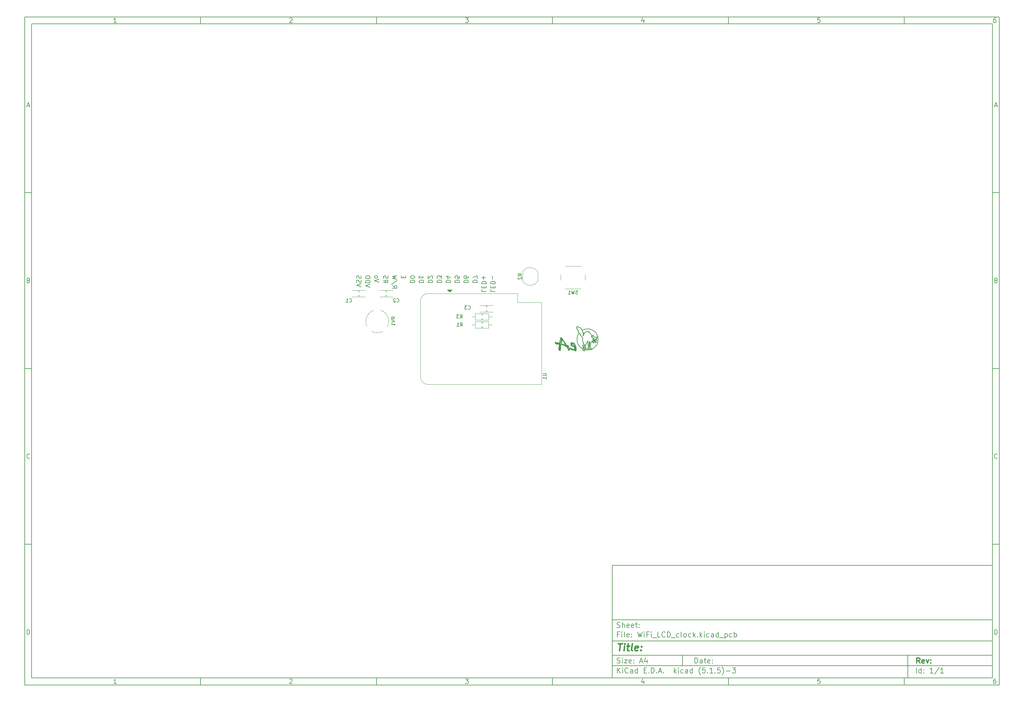
<source format=gbr>
G04 #@! TF.GenerationSoftware,KiCad,Pcbnew,(5.1.5)-3*
G04 #@! TF.CreationDate,2021-03-30T14:25:26+02:00*
G04 #@! TF.ProjectId,WiFi_LCD_clock,57694669-5f4c-4434-945f-636c6f636b2e,rev?*
G04 #@! TF.SameCoordinates,Original*
G04 #@! TF.FileFunction,Legend,Bot*
G04 #@! TF.FilePolarity,Positive*
%FSLAX46Y46*%
G04 Gerber Fmt 4.6, Leading zero omitted, Abs format (unit mm)*
G04 Created by KiCad (PCBNEW (5.1.5)-3) date 2021-03-30 14:25:26*
%MOMM*%
%LPD*%
G04 APERTURE LIST*
%ADD10C,0.100000*%
%ADD11C,0.150000*%
%ADD12C,0.300000*%
%ADD13C,0.400000*%
%ADD14C,0.120000*%
%ADD15C,0.160000*%
%ADD16C,0.200000*%
G04 APERTURE END LIST*
D10*
D11*
X177002200Y-166007200D02*
X177002200Y-198007200D01*
X285002200Y-198007200D01*
X285002200Y-166007200D01*
X177002200Y-166007200D01*
D10*
D11*
X10000000Y-10000000D02*
X10000000Y-200007200D01*
X287002200Y-200007200D01*
X287002200Y-10000000D01*
X10000000Y-10000000D01*
D10*
D11*
X12000000Y-12000000D02*
X12000000Y-198007200D01*
X285002200Y-198007200D01*
X285002200Y-12000000D01*
X12000000Y-12000000D01*
D10*
D11*
X60000000Y-12000000D02*
X60000000Y-10000000D01*
D10*
D11*
X110000000Y-12000000D02*
X110000000Y-10000000D01*
D10*
D11*
X160000000Y-12000000D02*
X160000000Y-10000000D01*
D10*
D11*
X210000000Y-12000000D02*
X210000000Y-10000000D01*
D10*
D11*
X260000000Y-12000000D02*
X260000000Y-10000000D01*
D10*
D11*
X36065476Y-11588095D02*
X35322619Y-11588095D01*
X35694047Y-11588095D02*
X35694047Y-10288095D01*
X35570238Y-10473809D01*
X35446428Y-10597619D01*
X35322619Y-10659523D01*
D10*
D11*
X85322619Y-10411904D02*
X85384523Y-10350000D01*
X85508333Y-10288095D01*
X85817857Y-10288095D01*
X85941666Y-10350000D01*
X86003571Y-10411904D01*
X86065476Y-10535714D01*
X86065476Y-10659523D01*
X86003571Y-10845238D01*
X85260714Y-11588095D01*
X86065476Y-11588095D01*
D10*
D11*
X135260714Y-10288095D02*
X136065476Y-10288095D01*
X135632142Y-10783333D01*
X135817857Y-10783333D01*
X135941666Y-10845238D01*
X136003571Y-10907142D01*
X136065476Y-11030952D01*
X136065476Y-11340476D01*
X136003571Y-11464285D01*
X135941666Y-11526190D01*
X135817857Y-11588095D01*
X135446428Y-11588095D01*
X135322619Y-11526190D01*
X135260714Y-11464285D01*
D10*
D11*
X185941666Y-10721428D02*
X185941666Y-11588095D01*
X185632142Y-10226190D02*
X185322619Y-11154761D01*
X186127380Y-11154761D01*
D10*
D11*
X236003571Y-10288095D02*
X235384523Y-10288095D01*
X235322619Y-10907142D01*
X235384523Y-10845238D01*
X235508333Y-10783333D01*
X235817857Y-10783333D01*
X235941666Y-10845238D01*
X236003571Y-10907142D01*
X236065476Y-11030952D01*
X236065476Y-11340476D01*
X236003571Y-11464285D01*
X235941666Y-11526190D01*
X235817857Y-11588095D01*
X235508333Y-11588095D01*
X235384523Y-11526190D01*
X235322619Y-11464285D01*
D10*
D11*
X285941666Y-10288095D02*
X285694047Y-10288095D01*
X285570238Y-10350000D01*
X285508333Y-10411904D01*
X285384523Y-10597619D01*
X285322619Y-10845238D01*
X285322619Y-11340476D01*
X285384523Y-11464285D01*
X285446428Y-11526190D01*
X285570238Y-11588095D01*
X285817857Y-11588095D01*
X285941666Y-11526190D01*
X286003571Y-11464285D01*
X286065476Y-11340476D01*
X286065476Y-11030952D01*
X286003571Y-10907142D01*
X285941666Y-10845238D01*
X285817857Y-10783333D01*
X285570238Y-10783333D01*
X285446428Y-10845238D01*
X285384523Y-10907142D01*
X285322619Y-11030952D01*
D10*
D11*
X60000000Y-198007200D02*
X60000000Y-200007200D01*
D10*
D11*
X110000000Y-198007200D02*
X110000000Y-200007200D01*
D10*
D11*
X160000000Y-198007200D02*
X160000000Y-200007200D01*
D10*
D11*
X210000000Y-198007200D02*
X210000000Y-200007200D01*
D10*
D11*
X260000000Y-198007200D02*
X260000000Y-200007200D01*
D10*
D11*
X36065476Y-199595295D02*
X35322619Y-199595295D01*
X35694047Y-199595295D02*
X35694047Y-198295295D01*
X35570238Y-198481009D01*
X35446428Y-198604819D01*
X35322619Y-198666723D01*
D10*
D11*
X85322619Y-198419104D02*
X85384523Y-198357200D01*
X85508333Y-198295295D01*
X85817857Y-198295295D01*
X85941666Y-198357200D01*
X86003571Y-198419104D01*
X86065476Y-198542914D01*
X86065476Y-198666723D01*
X86003571Y-198852438D01*
X85260714Y-199595295D01*
X86065476Y-199595295D01*
D10*
D11*
X135260714Y-198295295D02*
X136065476Y-198295295D01*
X135632142Y-198790533D01*
X135817857Y-198790533D01*
X135941666Y-198852438D01*
X136003571Y-198914342D01*
X136065476Y-199038152D01*
X136065476Y-199347676D01*
X136003571Y-199471485D01*
X135941666Y-199533390D01*
X135817857Y-199595295D01*
X135446428Y-199595295D01*
X135322619Y-199533390D01*
X135260714Y-199471485D01*
D10*
D11*
X185941666Y-198728628D02*
X185941666Y-199595295D01*
X185632142Y-198233390D02*
X185322619Y-199161961D01*
X186127380Y-199161961D01*
D10*
D11*
X236003571Y-198295295D02*
X235384523Y-198295295D01*
X235322619Y-198914342D01*
X235384523Y-198852438D01*
X235508333Y-198790533D01*
X235817857Y-198790533D01*
X235941666Y-198852438D01*
X236003571Y-198914342D01*
X236065476Y-199038152D01*
X236065476Y-199347676D01*
X236003571Y-199471485D01*
X235941666Y-199533390D01*
X235817857Y-199595295D01*
X235508333Y-199595295D01*
X235384523Y-199533390D01*
X235322619Y-199471485D01*
D10*
D11*
X285941666Y-198295295D02*
X285694047Y-198295295D01*
X285570238Y-198357200D01*
X285508333Y-198419104D01*
X285384523Y-198604819D01*
X285322619Y-198852438D01*
X285322619Y-199347676D01*
X285384523Y-199471485D01*
X285446428Y-199533390D01*
X285570238Y-199595295D01*
X285817857Y-199595295D01*
X285941666Y-199533390D01*
X286003571Y-199471485D01*
X286065476Y-199347676D01*
X286065476Y-199038152D01*
X286003571Y-198914342D01*
X285941666Y-198852438D01*
X285817857Y-198790533D01*
X285570238Y-198790533D01*
X285446428Y-198852438D01*
X285384523Y-198914342D01*
X285322619Y-199038152D01*
D10*
D11*
X10000000Y-60000000D02*
X12000000Y-60000000D01*
D10*
D11*
X10000000Y-110000000D02*
X12000000Y-110000000D01*
D10*
D11*
X10000000Y-160000000D02*
X12000000Y-160000000D01*
D10*
D11*
X10690476Y-35216666D02*
X11309523Y-35216666D01*
X10566666Y-35588095D02*
X11000000Y-34288095D01*
X11433333Y-35588095D01*
D10*
D11*
X11092857Y-84907142D02*
X11278571Y-84969047D01*
X11340476Y-85030952D01*
X11402380Y-85154761D01*
X11402380Y-85340476D01*
X11340476Y-85464285D01*
X11278571Y-85526190D01*
X11154761Y-85588095D01*
X10659523Y-85588095D01*
X10659523Y-84288095D01*
X11092857Y-84288095D01*
X11216666Y-84350000D01*
X11278571Y-84411904D01*
X11340476Y-84535714D01*
X11340476Y-84659523D01*
X11278571Y-84783333D01*
X11216666Y-84845238D01*
X11092857Y-84907142D01*
X10659523Y-84907142D01*
D10*
D11*
X11402380Y-135464285D02*
X11340476Y-135526190D01*
X11154761Y-135588095D01*
X11030952Y-135588095D01*
X10845238Y-135526190D01*
X10721428Y-135402380D01*
X10659523Y-135278571D01*
X10597619Y-135030952D01*
X10597619Y-134845238D01*
X10659523Y-134597619D01*
X10721428Y-134473809D01*
X10845238Y-134350000D01*
X11030952Y-134288095D01*
X11154761Y-134288095D01*
X11340476Y-134350000D01*
X11402380Y-134411904D01*
D10*
D11*
X10659523Y-185588095D02*
X10659523Y-184288095D01*
X10969047Y-184288095D01*
X11154761Y-184350000D01*
X11278571Y-184473809D01*
X11340476Y-184597619D01*
X11402380Y-184845238D01*
X11402380Y-185030952D01*
X11340476Y-185278571D01*
X11278571Y-185402380D01*
X11154761Y-185526190D01*
X10969047Y-185588095D01*
X10659523Y-185588095D01*
D10*
D11*
X287002200Y-60000000D02*
X285002200Y-60000000D01*
D10*
D11*
X287002200Y-110000000D02*
X285002200Y-110000000D01*
D10*
D11*
X287002200Y-160000000D02*
X285002200Y-160000000D01*
D10*
D11*
X285692676Y-35216666D02*
X286311723Y-35216666D01*
X285568866Y-35588095D02*
X286002200Y-34288095D01*
X286435533Y-35588095D01*
D10*
D11*
X286095057Y-84907142D02*
X286280771Y-84969047D01*
X286342676Y-85030952D01*
X286404580Y-85154761D01*
X286404580Y-85340476D01*
X286342676Y-85464285D01*
X286280771Y-85526190D01*
X286156961Y-85588095D01*
X285661723Y-85588095D01*
X285661723Y-84288095D01*
X286095057Y-84288095D01*
X286218866Y-84350000D01*
X286280771Y-84411904D01*
X286342676Y-84535714D01*
X286342676Y-84659523D01*
X286280771Y-84783333D01*
X286218866Y-84845238D01*
X286095057Y-84907142D01*
X285661723Y-84907142D01*
D10*
D11*
X286404580Y-135464285D02*
X286342676Y-135526190D01*
X286156961Y-135588095D01*
X286033152Y-135588095D01*
X285847438Y-135526190D01*
X285723628Y-135402380D01*
X285661723Y-135278571D01*
X285599819Y-135030952D01*
X285599819Y-134845238D01*
X285661723Y-134597619D01*
X285723628Y-134473809D01*
X285847438Y-134350000D01*
X286033152Y-134288095D01*
X286156961Y-134288095D01*
X286342676Y-134350000D01*
X286404580Y-134411904D01*
D10*
D11*
X285661723Y-185588095D02*
X285661723Y-184288095D01*
X285971247Y-184288095D01*
X286156961Y-184350000D01*
X286280771Y-184473809D01*
X286342676Y-184597619D01*
X286404580Y-184845238D01*
X286404580Y-185030952D01*
X286342676Y-185278571D01*
X286280771Y-185402380D01*
X286156961Y-185526190D01*
X285971247Y-185588095D01*
X285661723Y-185588095D01*
D10*
D11*
X200434342Y-193785771D02*
X200434342Y-192285771D01*
X200791485Y-192285771D01*
X201005771Y-192357200D01*
X201148628Y-192500057D01*
X201220057Y-192642914D01*
X201291485Y-192928628D01*
X201291485Y-193142914D01*
X201220057Y-193428628D01*
X201148628Y-193571485D01*
X201005771Y-193714342D01*
X200791485Y-193785771D01*
X200434342Y-193785771D01*
X202577200Y-193785771D02*
X202577200Y-193000057D01*
X202505771Y-192857200D01*
X202362914Y-192785771D01*
X202077200Y-192785771D01*
X201934342Y-192857200D01*
X202577200Y-193714342D02*
X202434342Y-193785771D01*
X202077200Y-193785771D01*
X201934342Y-193714342D01*
X201862914Y-193571485D01*
X201862914Y-193428628D01*
X201934342Y-193285771D01*
X202077200Y-193214342D01*
X202434342Y-193214342D01*
X202577200Y-193142914D01*
X203077200Y-192785771D02*
X203648628Y-192785771D01*
X203291485Y-192285771D02*
X203291485Y-193571485D01*
X203362914Y-193714342D01*
X203505771Y-193785771D01*
X203648628Y-193785771D01*
X204720057Y-193714342D02*
X204577200Y-193785771D01*
X204291485Y-193785771D01*
X204148628Y-193714342D01*
X204077200Y-193571485D01*
X204077200Y-193000057D01*
X204148628Y-192857200D01*
X204291485Y-192785771D01*
X204577200Y-192785771D01*
X204720057Y-192857200D01*
X204791485Y-193000057D01*
X204791485Y-193142914D01*
X204077200Y-193285771D01*
X205434342Y-193642914D02*
X205505771Y-193714342D01*
X205434342Y-193785771D01*
X205362914Y-193714342D01*
X205434342Y-193642914D01*
X205434342Y-193785771D01*
X205434342Y-192857200D02*
X205505771Y-192928628D01*
X205434342Y-193000057D01*
X205362914Y-192928628D01*
X205434342Y-192857200D01*
X205434342Y-193000057D01*
D10*
D11*
X177002200Y-194507200D02*
X285002200Y-194507200D01*
D10*
D11*
X178434342Y-196585771D02*
X178434342Y-195085771D01*
X179291485Y-196585771D02*
X178648628Y-195728628D01*
X179291485Y-195085771D02*
X178434342Y-195942914D01*
X179934342Y-196585771D02*
X179934342Y-195585771D01*
X179934342Y-195085771D02*
X179862914Y-195157200D01*
X179934342Y-195228628D01*
X180005771Y-195157200D01*
X179934342Y-195085771D01*
X179934342Y-195228628D01*
X181505771Y-196442914D02*
X181434342Y-196514342D01*
X181220057Y-196585771D01*
X181077200Y-196585771D01*
X180862914Y-196514342D01*
X180720057Y-196371485D01*
X180648628Y-196228628D01*
X180577200Y-195942914D01*
X180577200Y-195728628D01*
X180648628Y-195442914D01*
X180720057Y-195300057D01*
X180862914Y-195157200D01*
X181077200Y-195085771D01*
X181220057Y-195085771D01*
X181434342Y-195157200D01*
X181505771Y-195228628D01*
X182791485Y-196585771D02*
X182791485Y-195800057D01*
X182720057Y-195657200D01*
X182577200Y-195585771D01*
X182291485Y-195585771D01*
X182148628Y-195657200D01*
X182791485Y-196514342D02*
X182648628Y-196585771D01*
X182291485Y-196585771D01*
X182148628Y-196514342D01*
X182077200Y-196371485D01*
X182077200Y-196228628D01*
X182148628Y-196085771D01*
X182291485Y-196014342D01*
X182648628Y-196014342D01*
X182791485Y-195942914D01*
X184148628Y-196585771D02*
X184148628Y-195085771D01*
X184148628Y-196514342D02*
X184005771Y-196585771D01*
X183720057Y-196585771D01*
X183577200Y-196514342D01*
X183505771Y-196442914D01*
X183434342Y-196300057D01*
X183434342Y-195871485D01*
X183505771Y-195728628D01*
X183577200Y-195657200D01*
X183720057Y-195585771D01*
X184005771Y-195585771D01*
X184148628Y-195657200D01*
X186005771Y-195800057D02*
X186505771Y-195800057D01*
X186720057Y-196585771D02*
X186005771Y-196585771D01*
X186005771Y-195085771D01*
X186720057Y-195085771D01*
X187362914Y-196442914D02*
X187434342Y-196514342D01*
X187362914Y-196585771D01*
X187291485Y-196514342D01*
X187362914Y-196442914D01*
X187362914Y-196585771D01*
X188077200Y-196585771D02*
X188077200Y-195085771D01*
X188434342Y-195085771D01*
X188648628Y-195157200D01*
X188791485Y-195300057D01*
X188862914Y-195442914D01*
X188934342Y-195728628D01*
X188934342Y-195942914D01*
X188862914Y-196228628D01*
X188791485Y-196371485D01*
X188648628Y-196514342D01*
X188434342Y-196585771D01*
X188077200Y-196585771D01*
X189577200Y-196442914D02*
X189648628Y-196514342D01*
X189577200Y-196585771D01*
X189505771Y-196514342D01*
X189577200Y-196442914D01*
X189577200Y-196585771D01*
X190220057Y-196157200D02*
X190934342Y-196157200D01*
X190077200Y-196585771D02*
X190577200Y-195085771D01*
X191077200Y-196585771D01*
X191577200Y-196442914D02*
X191648628Y-196514342D01*
X191577200Y-196585771D01*
X191505771Y-196514342D01*
X191577200Y-196442914D01*
X191577200Y-196585771D01*
X194577200Y-196585771D02*
X194577200Y-195085771D01*
X194720057Y-196014342D02*
X195148628Y-196585771D01*
X195148628Y-195585771D02*
X194577200Y-196157200D01*
X195791485Y-196585771D02*
X195791485Y-195585771D01*
X195791485Y-195085771D02*
X195720057Y-195157200D01*
X195791485Y-195228628D01*
X195862914Y-195157200D01*
X195791485Y-195085771D01*
X195791485Y-195228628D01*
X197148628Y-196514342D02*
X197005771Y-196585771D01*
X196720057Y-196585771D01*
X196577200Y-196514342D01*
X196505771Y-196442914D01*
X196434342Y-196300057D01*
X196434342Y-195871485D01*
X196505771Y-195728628D01*
X196577200Y-195657200D01*
X196720057Y-195585771D01*
X197005771Y-195585771D01*
X197148628Y-195657200D01*
X198434342Y-196585771D02*
X198434342Y-195800057D01*
X198362914Y-195657200D01*
X198220057Y-195585771D01*
X197934342Y-195585771D01*
X197791485Y-195657200D01*
X198434342Y-196514342D02*
X198291485Y-196585771D01*
X197934342Y-196585771D01*
X197791485Y-196514342D01*
X197720057Y-196371485D01*
X197720057Y-196228628D01*
X197791485Y-196085771D01*
X197934342Y-196014342D01*
X198291485Y-196014342D01*
X198434342Y-195942914D01*
X199791485Y-196585771D02*
X199791485Y-195085771D01*
X199791485Y-196514342D02*
X199648628Y-196585771D01*
X199362914Y-196585771D01*
X199220057Y-196514342D01*
X199148628Y-196442914D01*
X199077200Y-196300057D01*
X199077200Y-195871485D01*
X199148628Y-195728628D01*
X199220057Y-195657200D01*
X199362914Y-195585771D01*
X199648628Y-195585771D01*
X199791485Y-195657200D01*
X202077200Y-197157200D02*
X202005771Y-197085771D01*
X201862914Y-196871485D01*
X201791485Y-196728628D01*
X201720057Y-196514342D01*
X201648628Y-196157200D01*
X201648628Y-195871485D01*
X201720057Y-195514342D01*
X201791485Y-195300057D01*
X201862914Y-195157200D01*
X202005771Y-194942914D01*
X202077200Y-194871485D01*
X203362914Y-195085771D02*
X202648628Y-195085771D01*
X202577200Y-195800057D01*
X202648628Y-195728628D01*
X202791485Y-195657200D01*
X203148628Y-195657200D01*
X203291485Y-195728628D01*
X203362914Y-195800057D01*
X203434342Y-195942914D01*
X203434342Y-196300057D01*
X203362914Y-196442914D01*
X203291485Y-196514342D01*
X203148628Y-196585771D01*
X202791485Y-196585771D01*
X202648628Y-196514342D01*
X202577200Y-196442914D01*
X204077200Y-196442914D02*
X204148628Y-196514342D01*
X204077200Y-196585771D01*
X204005771Y-196514342D01*
X204077200Y-196442914D01*
X204077200Y-196585771D01*
X205577200Y-196585771D02*
X204720057Y-196585771D01*
X205148628Y-196585771D02*
X205148628Y-195085771D01*
X205005771Y-195300057D01*
X204862914Y-195442914D01*
X204720057Y-195514342D01*
X206220057Y-196442914D02*
X206291485Y-196514342D01*
X206220057Y-196585771D01*
X206148628Y-196514342D01*
X206220057Y-196442914D01*
X206220057Y-196585771D01*
X207648628Y-195085771D02*
X206934342Y-195085771D01*
X206862914Y-195800057D01*
X206934342Y-195728628D01*
X207077200Y-195657200D01*
X207434342Y-195657200D01*
X207577200Y-195728628D01*
X207648628Y-195800057D01*
X207720057Y-195942914D01*
X207720057Y-196300057D01*
X207648628Y-196442914D01*
X207577200Y-196514342D01*
X207434342Y-196585771D01*
X207077200Y-196585771D01*
X206934342Y-196514342D01*
X206862914Y-196442914D01*
X208220057Y-197157200D02*
X208291485Y-197085771D01*
X208434342Y-196871485D01*
X208505771Y-196728628D01*
X208577200Y-196514342D01*
X208648628Y-196157200D01*
X208648628Y-195871485D01*
X208577200Y-195514342D01*
X208505771Y-195300057D01*
X208434342Y-195157200D01*
X208291485Y-194942914D01*
X208220057Y-194871485D01*
X209362914Y-196014342D02*
X210505771Y-196014342D01*
X211077200Y-195085771D02*
X212005771Y-195085771D01*
X211505771Y-195657200D01*
X211720057Y-195657200D01*
X211862914Y-195728628D01*
X211934342Y-195800057D01*
X212005771Y-195942914D01*
X212005771Y-196300057D01*
X211934342Y-196442914D01*
X211862914Y-196514342D01*
X211720057Y-196585771D01*
X211291485Y-196585771D01*
X211148628Y-196514342D01*
X211077200Y-196442914D01*
D10*
D11*
X177002200Y-191507200D02*
X285002200Y-191507200D01*
D10*
D12*
X264411485Y-193785771D02*
X263911485Y-193071485D01*
X263554342Y-193785771D02*
X263554342Y-192285771D01*
X264125771Y-192285771D01*
X264268628Y-192357200D01*
X264340057Y-192428628D01*
X264411485Y-192571485D01*
X264411485Y-192785771D01*
X264340057Y-192928628D01*
X264268628Y-193000057D01*
X264125771Y-193071485D01*
X263554342Y-193071485D01*
X265625771Y-193714342D02*
X265482914Y-193785771D01*
X265197200Y-193785771D01*
X265054342Y-193714342D01*
X264982914Y-193571485D01*
X264982914Y-193000057D01*
X265054342Y-192857200D01*
X265197200Y-192785771D01*
X265482914Y-192785771D01*
X265625771Y-192857200D01*
X265697200Y-193000057D01*
X265697200Y-193142914D01*
X264982914Y-193285771D01*
X266197200Y-192785771D02*
X266554342Y-193785771D01*
X266911485Y-192785771D01*
X267482914Y-193642914D02*
X267554342Y-193714342D01*
X267482914Y-193785771D01*
X267411485Y-193714342D01*
X267482914Y-193642914D01*
X267482914Y-193785771D01*
X267482914Y-192857200D02*
X267554342Y-192928628D01*
X267482914Y-193000057D01*
X267411485Y-192928628D01*
X267482914Y-192857200D01*
X267482914Y-193000057D01*
D10*
D11*
X178362914Y-193714342D02*
X178577200Y-193785771D01*
X178934342Y-193785771D01*
X179077200Y-193714342D01*
X179148628Y-193642914D01*
X179220057Y-193500057D01*
X179220057Y-193357200D01*
X179148628Y-193214342D01*
X179077200Y-193142914D01*
X178934342Y-193071485D01*
X178648628Y-193000057D01*
X178505771Y-192928628D01*
X178434342Y-192857200D01*
X178362914Y-192714342D01*
X178362914Y-192571485D01*
X178434342Y-192428628D01*
X178505771Y-192357200D01*
X178648628Y-192285771D01*
X179005771Y-192285771D01*
X179220057Y-192357200D01*
X179862914Y-193785771D02*
X179862914Y-192785771D01*
X179862914Y-192285771D02*
X179791485Y-192357200D01*
X179862914Y-192428628D01*
X179934342Y-192357200D01*
X179862914Y-192285771D01*
X179862914Y-192428628D01*
X180434342Y-192785771D02*
X181220057Y-192785771D01*
X180434342Y-193785771D01*
X181220057Y-193785771D01*
X182362914Y-193714342D02*
X182220057Y-193785771D01*
X181934342Y-193785771D01*
X181791485Y-193714342D01*
X181720057Y-193571485D01*
X181720057Y-193000057D01*
X181791485Y-192857200D01*
X181934342Y-192785771D01*
X182220057Y-192785771D01*
X182362914Y-192857200D01*
X182434342Y-193000057D01*
X182434342Y-193142914D01*
X181720057Y-193285771D01*
X183077200Y-193642914D02*
X183148628Y-193714342D01*
X183077200Y-193785771D01*
X183005771Y-193714342D01*
X183077200Y-193642914D01*
X183077200Y-193785771D01*
X183077200Y-192857200D02*
X183148628Y-192928628D01*
X183077200Y-193000057D01*
X183005771Y-192928628D01*
X183077200Y-192857200D01*
X183077200Y-193000057D01*
X184862914Y-193357200D02*
X185577200Y-193357200D01*
X184720057Y-193785771D02*
X185220057Y-192285771D01*
X185720057Y-193785771D01*
X186862914Y-192785771D02*
X186862914Y-193785771D01*
X186505771Y-192214342D02*
X186148628Y-193285771D01*
X187077200Y-193285771D01*
D10*
D11*
X263434342Y-196585771D02*
X263434342Y-195085771D01*
X264791485Y-196585771D02*
X264791485Y-195085771D01*
X264791485Y-196514342D02*
X264648628Y-196585771D01*
X264362914Y-196585771D01*
X264220057Y-196514342D01*
X264148628Y-196442914D01*
X264077200Y-196300057D01*
X264077200Y-195871485D01*
X264148628Y-195728628D01*
X264220057Y-195657200D01*
X264362914Y-195585771D01*
X264648628Y-195585771D01*
X264791485Y-195657200D01*
X265505771Y-196442914D02*
X265577200Y-196514342D01*
X265505771Y-196585771D01*
X265434342Y-196514342D01*
X265505771Y-196442914D01*
X265505771Y-196585771D01*
X265505771Y-195657200D02*
X265577200Y-195728628D01*
X265505771Y-195800057D01*
X265434342Y-195728628D01*
X265505771Y-195657200D01*
X265505771Y-195800057D01*
X268148628Y-196585771D02*
X267291485Y-196585771D01*
X267720057Y-196585771D02*
X267720057Y-195085771D01*
X267577200Y-195300057D01*
X267434342Y-195442914D01*
X267291485Y-195514342D01*
X269862914Y-195014342D02*
X268577200Y-196942914D01*
X271148628Y-196585771D02*
X270291485Y-196585771D01*
X270720057Y-196585771D02*
X270720057Y-195085771D01*
X270577200Y-195300057D01*
X270434342Y-195442914D01*
X270291485Y-195514342D01*
D10*
D11*
X177002200Y-187507200D02*
X285002200Y-187507200D01*
D10*
D13*
X178714580Y-188211961D02*
X179857438Y-188211961D01*
X179036009Y-190211961D02*
X179286009Y-188211961D01*
X180274104Y-190211961D02*
X180440771Y-188878628D01*
X180524104Y-188211961D02*
X180416961Y-188307200D01*
X180500295Y-188402438D01*
X180607438Y-188307200D01*
X180524104Y-188211961D01*
X180500295Y-188402438D01*
X181107438Y-188878628D02*
X181869342Y-188878628D01*
X181476485Y-188211961D02*
X181262200Y-189926247D01*
X181333628Y-190116723D01*
X181512200Y-190211961D01*
X181702676Y-190211961D01*
X182655057Y-190211961D02*
X182476485Y-190116723D01*
X182405057Y-189926247D01*
X182619342Y-188211961D01*
X184190771Y-190116723D02*
X183988390Y-190211961D01*
X183607438Y-190211961D01*
X183428866Y-190116723D01*
X183357438Y-189926247D01*
X183452676Y-189164342D01*
X183571723Y-188973866D01*
X183774104Y-188878628D01*
X184155057Y-188878628D01*
X184333628Y-188973866D01*
X184405057Y-189164342D01*
X184381247Y-189354819D01*
X183405057Y-189545295D01*
X185155057Y-190021485D02*
X185238390Y-190116723D01*
X185131247Y-190211961D01*
X185047914Y-190116723D01*
X185155057Y-190021485D01*
X185131247Y-190211961D01*
X185286009Y-188973866D02*
X185369342Y-189069104D01*
X185262200Y-189164342D01*
X185178866Y-189069104D01*
X185286009Y-188973866D01*
X185262200Y-189164342D01*
D10*
D11*
X178934342Y-185600057D02*
X178434342Y-185600057D01*
X178434342Y-186385771D02*
X178434342Y-184885771D01*
X179148628Y-184885771D01*
X179720057Y-186385771D02*
X179720057Y-185385771D01*
X179720057Y-184885771D02*
X179648628Y-184957200D01*
X179720057Y-185028628D01*
X179791485Y-184957200D01*
X179720057Y-184885771D01*
X179720057Y-185028628D01*
X180648628Y-186385771D02*
X180505771Y-186314342D01*
X180434342Y-186171485D01*
X180434342Y-184885771D01*
X181791485Y-186314342D02*
X181648628Y-186385771D01*
X181362914Y-186385771D01*
X181220057Y-186314342D01*
X181148628Y-186171485D01*
X181148628Y-185600057D01*
X181220057Y-185457200D01*
X181362914Y-185385771D01*
X181648628Y-185385771D01*
X181791485Y-185457200D01*
X181862914Y-185600057D01*
X181862914Y-185742914D01*
X181148628Y-185885771D01*
X182505771Y-186242914D02*
X182577200Y-186314342D01*
X182505771Y-186385771D01*
X182434342Y-186314342D01*
X182505771Y-186242914D01*
X182505771Y-186385771D01*
X182505771Y-185457200D02*
X182577200Y-185528628D01*
X182505771Y-185600057D01*
X182434342Y-185528628D01*
X182505771Y-185457200D01*
X182505771Y-185600057D01*
X184220057Y-184885771D02*
X184577200Y-186385771D01*
X184862914Y-185314342D01*
X185148628Y-186385771D01*
X185505771Y-184885771D01*
X186077200Y-186385771D02*
X186077200Y-185385771D01*
X186077200Y-184885771D02*
X186005771Y-184957200D01*
X186077200Y-185028628D01*
X186148628Y-184957200D01*
X186077200Y-184885771D01*
X186077200Y-185028628D01*
X187291485Y-185600057D02*
X186791485Y-185600057D01*
X186791485Y-186385771D02*
X186791485Y-184885771D01*
X187505771Y-184885771D01*
X188077200Y-186385771D02*
X188077200Y-185385771D01*
X188077200Y-184885771D02*
X188005771Y-184957200D01*
X188077200Y-185028628D01*
X188148628Y-184957200D01*
X188077200Y-184885771D01*
X188077200Y-185028628D01*
X188434342Y-186528628D02*
X189577200Y-186528628D01*
X190648628Y-186385771D02*
X189934342Y-186385771D01*
X189934342Y-184885771D01*
X192005771Y-186242914D02*
X191934342Y-186314342D01*
X191720057Y-186385771D01*
X191577200Y-186385771D01*
X191362914Y-186314342D01*
X191220057Y-186171485D01*
X191148628Y-186028628D01*
X191077200Y-185742914D01*
X191077200Y-185528628D01*
X191148628Y-185242914D01*
X191220057Y-185100057D01*
X191362914Y-184957200D01*
X191577200Y-184885771D01*
X191720057Y-184885771D01*
X191934342Y-184957200D01*
X192005771Y-185028628D01*
X192648628Y-186385771D02*
X192648628Y-184885771D01*
X193005771Y-184885771D01*
X193220057Y-184957200D01*
X193362914Y-185100057D01*
X193434342Y-185242914D01*
X193505771Y-185528628D01*
X193505771Y-185742914D01*
X193434342Y-186028628D01*
X193362914Y-186171485D01*
X193220057Y-186314342D01*
X193005771Y-186385771D01*
X192648628Y-186385771D01*
X193791485Y-186528628D02*
X194934342Y-186528628D01*
X195934342Y-186314342D02*
X195791485Y-186385771D01*
X195505771Y-186385771D01*
X195362914Y-186314342D01*
X195291485Y-186242914D01*
X195220057Y-186100057D01*
X195220057Y-185671485D01*
X195291485Y-185528628D01*
X195362914Y-185457200D01*
X195505771Y-185385771D01*
X195791485Y-185385771D01*
X195934342Y-185457200D01*
X196791485Y-186385771D02*
X196648628Y-186314342D01*
X196577200Y-186171485D01*
X196577200Y-184885771D01*
X197577200Y-186385771D02*
X197434342Y-186314342D01*
X197362914Y-186242914D01*
X197291485Y-186100057D01*
X197291485Y-185671485D01*
X197362914Y-185528628D01*
X197434342Y-185457200D01*
X197577200Y-185385771D01*
X197791485Y-185385771D01*
X197934342Y-185457200D01*
X198005771Y-185528628D01*
X198077200Y-185671485D01*
X198077200Y-186100057D01*
X198005771Y-186242914D01*
X197934342Y-186314342D01*
X197791485Y-186385771D01*
X197577200Y-186385771D01*
X199362914Y-186314342D02*
X199220057Y-186385771D01*
X198934342Y-186385771D01*
X198791485Y-186314342D01*
X198720057Y-186242914D01*
X198648628Y-186100057D01*
X198648628Y-185671485D01*
X198720057Y-185528628D01*
X198791485Y-185457200D01*
X198934342Y-185385771D01*
X199220057Y-185385771D01*
X199362914Y-185457200D01*
X200005771Y-186385771D02*
X200005771Y-184885771D01*
X200148628Y-185814342D02*
X200577200Y-186385771D01*
X200577200Y-185385771D02*
X200005771Y-185957200D01*
X201220057Y-186242914D02*
X201291485Y-186314342D01*
X201220057Y-186385771D01*
X201148628Y-186314342D01*
X201220057Y-186242914D01*
X201220057Y-186385771D01*
X201934342Y-186385771D02*
X201934342Y-184885771D01*
X202077200Y-185814342D02*
X202505771Y-186385771D01*
X202505771Y-185385771D02*
X201934342Y-185957200D01*
X203148628Y-186385771D02*
X203148628Y-185385771D01*
X203148628Y-184885771D02*
X203077200Y-184957200D01*
X203148628Y-185028628D01*
X203220057Y-184957200D01*
X203148628Y-184885771D01*
X203148628Y-185028628D01*
X204505771Y-186314342D02*
X204362914Y-186385771D01*
X204077200Y-186385771D01*
X203934342Y-186314342D01*
X203862914Y-186242914D01*
X203791485Y-186100057D01*
X203791485Y-185671485D01*
X203862914Y-185528628D01*
X203934342Y-185457200D01*
X204077200Y-185385771D01*
X204362914Y-185385771D01*
X204505771Y-185457200D01*
X205791485Y-186385771D02*
X205791485Y-185600057D01*
X205720057Y-185457200D01*
X205577200Y-185385771D01*
X205291485Y-185385771D01*
X205148628Y-185457200D01*
X205791485Y-186314342D02*
X205648628Y-186385771D01*
X205291485Y-186385771D01*
X205148628Y-186314342D01*
X205077200Y-186171485D01*
X205077200Y-186028628D01*
X205148628Y-185885771D01*
X205291485Y-185814342D01*
X205648628Y-185814342D01*
X205791485Y-185742914D01*
X207148628Y-186385771D02*
X207148628Y-184885771D01*
X207148628Y-186314342D02*
X207005771Y-186385771D01*
X206720057Y-186385771D01*
X206577200Y-186314342D01*
X206505771Y-186242914D01*
X206434342Y-186100057D01*
X206434342Y-185671485D01*
X206505771Y-185528628D01*
X206577200Y-185457200D01*
X206720057Y-185385771D01*
X207005771Y-185385771D01*
X207148628Y-185457200D01*
X207505771Y-186528628D02*
X208648628Y-186528628D01*
X209005771Y-185385771D02*
X209005771Y-186885771D01*
X209005771Y-185457200D02*
X209148628Y-185385771D01*
X209434342Y-185385771D01*
X209577200Y-185457200D01*
X209648628Y-185528628D01*
X209720057Y-185671485D01*
X209720057Y-186100057D01*
X209648628Y-186242914D01*
X209577200Y-186314342D01*
X209434342Y-186385771D01*
X209148628Y-186385771D01*
X209005771Y-186314342D01*
X211005771Y-186314342D02*
X210862914Y-186385771D01*
X210577200Y-186385771D01*
X210434342Y-186314342D01*
X210362914Y-186242914D01*
X210291485Y-186100057D01*
X210291485Y-185671485D01*
X210362914Y-185528628D01*
X210434342Y-185457200D01*
X210577200Y-185385771D01*
X210862914Y-185385771D01*
X211005771Y-185457200D01*
X211648628Y-186385771D02*
X211648628Y-184885771D01*
X211648628Y-185457200D02*
X211791485Y-185385771D01*
X212077200Y-185385771D01*
X212220057Y-185457200D01*
X212291485Y-185528628D01*
X212362914Y-185671485D01*
X212362914Y-186100057D01*
X212291485Y-186242914D01*
X212220057Y-186314342D01*
X212077200Y-186385771D01*
X211791485Y-186385771D01*
X211648628Y-186314342D01*
D10*
D11*
X177002200Y-181507200D02*
X285002200Y-181507200D01*
D10*
D11*
X178362914Y-183614342D02*
X178577200Y-183685771D01*
X178934342Y-183685771D01*
X179077200Y-183614342D01*
X179148628Y-183542914D01*
X179220057Y-183400057D01*
X179220057Y-183257200D01*
X179148628Y-183114342D01*
X179077200Y-183042914D01*
X178934342Y-182971485D01*
X178648628Y-182900057D01*
X178505771Y-182828628D01*
X178434342Y-182757200D01*
X178362914Y-182614342D01*
X178362914Y-182471485D01*
X178434342Y-182328628D01*
X178505771Y-182257200D01*
X178648628Y-182185771D01*
X179005771Y-182185771D01*
X179220057Y-182257200D01*
X179862914Y-183685771D02*
X179862914Y-182185771D01*
X180505771Y-183685771D02*
X180505771Y-182900057D01*
X180434342Y-182757200D01*
X180291485Y-182685771D01*
X180077200Y-182685771D01*
X179934342Y-182757200D01*
X179862914Y-182828628D01*
X181791485Y-183614342D02*
X181648628Y-183685771D01*
X181362914Y-183685771D01*
X181220057Y-183614342D01*
X181148628Y-183471485D01*
X181148628Y-182900057D01*
X181220057Y-182757200D01*
X181362914Y-182685771D01*
X181648628Y-182685771D01*
X181791485Y-182757200D01*
X181862914Y-182900057D01*
X181862914Y-183042914D01*
X181148628Y-183185771D01*
X183077200Y-183614342D02*
X182934342Y-183685771D01*
X182648628Y-183685771D01*
X182505771Y-183614342D01*
X182434342Y-183471485D01*
X182434342Y-182900057D01*
X182505771Y-182757200D01*
X182648628Y-182685771D01*
X182934342Y-182685771D01*
X183077200Y-182757200D01*
X183148628Y-182900057D01*
X183148628Y-183042914D01*
X182434342Y-183185771D01*
X183577200Y-182685771D02*
X184148628Y-182685771D01*
X183791485Y-182185771D02*
X183791485Y-183471485D01*
X183862914Y-183614342D01*
X184005771Y-183685771D01*
X184148628Y-183685771D01*
X184648628Y-183542914D02*
X184720057Y-183614342D01*
X184648628Y-183685771D01*
X184577200Y-183614342D01*
X184648628Y-183542914D01*
X184648628Y-183685771D01*
X184648628Y-182757200D02*
X184720057Y-182828628D01*
X184648628Y-182900057D01*
X184577200Y-182828628D01*
X184648628Y-182757200D01*
X184648628Y-182900057D01*
D10*
D11*
X197002200Y-191507200D02*
X197002200Y-194507200D01*
D10*
D11*
X261002200Y-191507200D02*
X261002200Y-198007200D01*
D14*
G04 #@! TO.C,U1*
X122470000Y-112400000D02*
G75*
G03X124600000Y-114530000I2130000J0D01*
G01*
X124600000Y-88670000D02*
G75*
G03X122470000Y-90800000I0J-2130000D01*
G01*
X150030000Y-91210000D02*
X156930000Y-91210000D01*
X150030000Y-88670000D02*
X150030000Y-91210000D01*
D11*
G36*
X130175000Y-87630000D02*
G01*
X131445000Y-87630000D01*
X130810000Y-88265000D01*
X130175000Y-87630000D01*
G37*
X130175000Y-87630000D02*
X131445000Y-87630000D01*
X130810000Y-88265000D01*
X130175000Y-87630000D01*
D14*
X122470000Y-112410000D02*
X122470000Y-90800000D01*
X156930000Y-114530000D02*
X124600000Y-114530000D01*
X150030000Y-88670000D02*
X124600000Y-88670000D01*
X156930000Y-91210000D02*
X156930000Y-114530000D01*
G04 #@! TO.C,C2*
X112489248Y-87936000D02*
X113011752Y-87936000D01*
X112587721Y-89156000D02*
X112913279Y-89156000D01*
X114670500Y-89566000D02*
X110830500Y-89566000D01*
X112489248Y-89356000D02*
X113011752Y-89356000D01*
X112587721Y-88136000D02*
X112913279Y-88136000D01*
X110830500Y-87726000D02*
X114670500Y-87726000D01*
G04 #@! TO.C,C1*
X104640748Y-87936000D02*
X105163252Y-87936000D01*
X104739221Y-89156000D02*
X105064779Y-89156000D01*
X106822000Y-89566000D02*
X102982000Y-89566000D01*
X104640748Y-89356000D02*
X105163252Y-89356000D01*
X104739221Y-88136000D02*
X105064779Y-88136000D01*
X102982000Y-87726000D02*
X106822000Y-87726000D01*
G04 #@! TO.C,C3*
X141485252Y-93674000D02*
X140962748Y-93674000D01*
X141386779Y-92454000D02*
X141061221Y-92454000D01*
X139304000Y-92044000D02*
X143144000Y-92044000D01*
X141485252Y-92254000D02*
X140962748Y-92254000D01*
X141386779Y-93474000D02*
X141061221Y-93474000D01*
X143144000Y-93884000D02*
X139304000Y-93884000D01*
G04 #@! TO.C,EA1*
X161800000Y-103100000D02*
X161900000Y-103100000D01*
X162000000Y-103000000D02*
X161300000Y-103000000D01*
X161100000Y-102900000D02*
X162000000Y-102900000D01*
X160800000Y-102600000D02*
X161100000Y-102900000D01*
X160900000Y-102700000D02*
X160800000Y-102600000D01*
X160900000Y-102600000D02*
X160900000Y-102700000D01*
X160800000Y-102700000D02*
X161500000Y-102700000D01*
X162000000Y-102800000D02*
X160900000Y-102800000D01*
X161800000Y-104100000D02*
X161800000Y-104600000D01*
X161900000Y-104600000D02*
X161900000Y-103800000D01*
X162000000Y-104700000D02*
X162000000Y-102700000D01*
X162100000Y-102600000D02*
X162100000Y-104871204D01*
X162291512Y-104625926D02*
X162291512Y-103300000D01*
X162200000Y-101900000D02*
X162200000Y-104900000D01*
X162900000Y-101800000D02*
X162800000Y-101800000D01*
X162792585Y-101880418D02*
X162792585Y-101600000D01*
X162700000Y-102000000D02*
X162700000Y-101500000D01*
X162600000Y-101300000D02*
X162600000Y-102300000D01*
X162500000Y-102300000D02*
X162500000Y-101300000D01*
X162401092Y-101300000D02*
X162401092Y-103100000D01*
X162301092Y-101400000D02*
X162401092Y-101300000D01*
X162301092Y-103198908D02*
X162301092Y-101400000D01*
X162400000Y-103100000D02*
X162301092Y-103198908D01*
X162500000Y-103000000D02*
X162400000Y-103100000D01*
X162700000Y-103200000D02*
X162500000Y-103000000D01*
X162569579Y-103200000D02*
X162700000Y-103200000D01*
X162700000Y-103069579D02*
X162569579Y-103200000D01*
X162830421Y-103200000D02*
X162700000Y-103069579D01*
X162830421Y-103100000D02*
X162830421Y-103200000D01*
X163030421Y-103300000D02*
X162830421Y-103100000D01*
X163030421Y-103141181D02*
X163030421Y-103300000D01*
X163600000Y-103300000D02*
X163100000Y-103300000D01*
X163400000Y-103300000D02*
X163600000Y-103300000D01*
X163600000Y-103500000D02*
X163400000Y-103300000D01*
X163600000Y-103300000D02*
X163600000Y-103500000D01*
X163600000Y-103400000D02*
X163600000Y-103300000D01*
X163500000Y-103400000D02*
X163600000Y-103400000D01*
X163700000Y-103600000D02*
X163500000Y-103400000D01*
X163700000Y-103100000D02*
X163700000Y-103600000D01*
X163900000Y-103200000D02*
X163900000Y-103600000D01*
X163800000Y-103200000D02*
X163800000Y-103600000D01*
X163933274Y-103316670D02*
X163933274Y-103600000D01*
X164000000Y-103600000D02*
X164000000Y-103700000D01*
X164000000Y-103400000D02*
X164000000Y-103600000D01*
X164100000Y-103500000D02*
X164100000Y-103800000D01*
X164200000Y-103400000D02*
X164200000Y-103900000D01*
X164600000Y-103752381D02*
X164600000Y-103800000D01*
X164500000Y-103852381D02*
X164600000Y-103752381D01*
X164500000Y-103600000D02*
X164500000Y-103852381D01*
X164400000Y-103500000D02*
X164400000Y-103800000D01*
X164300000Y-104300000D02*
X164300000Y-103400000D01*
X164300000Y-104000000D02*
X164300000Y-104300000D01*
X164200000Y-104000000D02*
X164300000Y-104000000D01*
X164500000Y-104300000D02*
X164200000Y-104000000D01*
X164500000Y-104228763D02*
X164500000Y-104500000D01*
X164600000Y-104228763D02*
X164500000Y-104228763D01*
X164600000Y-104300000D02*
X164600000Y-104228763D01*
X164600000Y-104600000D02*
X164600000Y-104300000D01*
X164700000Y-104700000D02*
X164600000Y-104600000D01*
X164700000Y-104300000D02*
X164700000Y-104700000D01*
X164900000Y-104300000D02*
X165000000Y-104300000D01*
X164900000Y-104094297D02*
X164900000Y-104300000D01*
X165305703Y-104500000D02*
X164900000Y-104094297D01*
X165200000Y-104394297D02*
X165305703Y-104500000D01*
X165100000Y-104494297D02*
X165200000Y-104394297D01*
X165100000Y-104200000D02*
X165100000Y-104494297D01*
X165500000Y-104600000D02*
X165100000Y-104200000D01*
X165400000Y-104500000D02*
X165500000Y-104600000D01*
X165500000Y-104500000D02*
X165400000Y-104500000D01*
X165700000Y-104700000D02*
X165500000Y-104500000D01*
X165700000Y-104484553D02*
X165700000Y-104700000D01*
X165800000Y-104484553D02*
X165700000Y-104484553D01*
X165800000Y-104673697D02*
X165800000Y-104484553D01*
X165900000Y-104773697D02*
X165800000Y-104673697D01*
X165900000Y-104508156D02*
X165900000Y-104773697D01*
X166000000Y-104508156D02*
X165900000Y-104508156D01*
X166000000Y-104690654D02*
X166000000Y-104508156D01*
X166096896Y-104787550D02*
X166000000Y-104690654D01*
X166096896Y-104496896D02*
X166096896Y-104787550D01*
X166200000Y-104600000D02*
X166096896Y-104496896D01*
X166200000Y-104800000D02*
X166200000Y-104600000D01*
X166300000Y-104800000D02*
X166200000Y-104800000D01*
X166300000Y-103900000D02*
X166300000Y-104800000D01*
X166700000Y-104300000D02*
X166700000Y-104187186D01*
X166600000Y-103700000D02*
X166600000Y-104958422D01*
X166500000Y-103600000D02*
X166600000Y-103700000D01*
X166500000Y-104891458D02*
X166500000Y-103600000D01*
X166400000Y-104891458D02*
X166500000Y-104891458D01*
X166400000Y-103400000D02*
X166400000Y-104891458D01*
X166200000Y-103000000D02*
X166200000Y-103300000D01*
X166100000Y-102900000D02*
X166200000Y-103000000D01*
X166100000Y-103070626D02*
X166100000Y-102900000D01*
X166000000Y-103070626D02*
X166100000Y-103070626D01*
X166000000Y-102800000D02*
X166000000Y-103070626D01*
X165900000Y-102800000D02*
X166000000Y-102800000D01*
X165900000Y-102900000D02*
X165900000Y-102800000D01*
X165800000Y-102900000D02*
X165900000Y-102900000D01*
X165800000Y-102700000D02*
X165800000Y-102900000D01*
X165700000Y-102700000D02*
X165800000Y-102700000D01*
X165700000Y-102900000D02*
X165700000Y-102700000D01*
X165600000Y-102900000D02*
X165700000Y-102900000D01*
X165600000Y-102700000D02*
X165600000Y-102900000D01*
X165500000Y-102700000D02*
X165600000Y-102700000D01*
X165500000Y-103200000D02*
X165500000Y-102700000D01*
X165300000Y-103400000D02*
X165500000Y-103200000D01*
X165300000Y-102700000D02*
X165300000Y-103400000D01*
X165400000Y-102700000D02*
X165300000Y-102700000D01*
X165400000Y-103400000D02*
X165400000Y-102700000D01*
X165500000Y-103500000D02*
X165400000Y-103400000D01*
X165500000Y-103300000D02*
X165500000Y-103500000D01*
X165600000Y-103300000D02*
X165500000Y-103300000D01*
X165600000Y-103600000D02*
X165600000Y-103300000D01*
X165700000Y-103700000D02*
X165600000Y-103600000D01*
X165700000Y-103500000D02*
X165700000Y-103700000D01*
X165900000Y-103700000D02*
X165700000Y-103500000D01*
X165800000Y-103700000D02*
X165900000Y-103700000D01*
X165800000Y-103500000D02*
X165800000Y-103700000D01*
X166000000Y-103700000D02*
X165800000Y-103500000D01*
X166000000Y-103600000D02*
X166000000Y-103700000D01*
X165900000Y-103600000D02*
X166000000Y-103600000D01*
X166100000Y-103800000D02*
X165900000Y-103600000D01*
X166100000Y-103600000D02*
X166100000Y-103800000D01*
X166200000Y-103500000D02*
X166100000Y-103600000D01*
X166200000Y-103800000D02*
X166200000Y-103500000D01*
X166300000Y-103900000D02*
X166200000Y-103800000D01*
X166300000Y-103100000D02*
X166300000Y-103900000D01*
X170500000Y-102400000D02*
X170500000Y-104013648D01*
D15*
X171183746Y-104465536D02*
G75*
G03X171471502Y-104318397I-1283746J2865536D01*
G01*
D14*
X171600000Y-101400000D02*
X171700000Y-101500000D01*
X171483852Y-101400000D02*
X171600000Y-101400000D01*
X171712945Y-101629093D02*
X171483852Y-101400000D01*
X172200000Y-101768959D02*
X172300000Y-101668959D01*
X172318779Y-101887738D02*
X172200000Y-101768959D01*
X172318779Y-101647984D02*
X172318779Y-101887738D01*
D15*
X162760261Y-101898889D02*
X162792585Y-101880418D01*
X162732552Y-102058216D02*
X162760261Y-101898889D01*
X162697916Y-102092853D02*
X162732552Y-102058216D01*
X162718696Y-102102089D02*
X162697916Y-102092853D01*
X162732550Y-102125180D02*
X162718696Y-102102089D01*
X162656350Y-102242943D02*
X162732550Y-102125180D01*
X162684059Y-102286816D02*
X162656350Y-102242943D01*
X162642495Y-102337616D02*
X162684059Y-102286816D01*
X162656348Y-102372252D02*
X162642495Y-102337616D01*
X162513185Y-102404580D02*
X162656348Y-102372252D01*
X162513185Y-102436907D02*
X162513185Y-102404580D01*
X162633257Y-102446144D02*
X162513185Y-102436907D01*
X162547821Y-102566216D02*
X162633257Y-102446144D01*
X162480857Y-102531580D02*
X162547821Y-102566216D01*
X162430057Y-102566216D02*
X162480857Y-102531580D01*
X162480857Y-102683980D02*
X162430057Y-102566216D01*
X162480857Y-102864089D02*
X162480857Y-102683980D01*
X162420821Y-102919507D02*
X162480857Y-102864089D01*
X162420821Y-102972616D02*
X162420821Y-102919507D01*
X162598621Y-103014180D02*
X162420821Y-102972616D01*
X162598621Y-103023416D02*
X162598621Y-103014180D01*
X162741785Y-103071907D02*
X162598621Y-103023416D01*
X162741785Y-103081144D02*
X162741785Y-103071907D01*
X162836457Y-103113471D02*
X162741785Y-103081144D01*
X162878021Y-103099618D02*
X162836457Y-103113471D01*
X163030421Y-103141181D02*
X162878021Y-103099618D01*
X163115857Y-103141181D02*
X163030421Y-103141181D01*
X163129711Y-103198909D02*
X163115857Y-103141181D01*
X163138948Y-103166581D02*
X163129711Y-103198909D01*
X163289039Y-103175818D02*
X163138948Y-103166581D01*
X163469148Y-103284345D02*
X163289039Y-103175818D01*
X163526875Y-103252018D02*
X163469148Y-103284345D01*
X163663111Y-103252018D02*
X163526875Y-103252018D01*
X163686202Y-103240472D02*
X163663111Y-103252018D01*
X163686202Y-103231235D02*
X163686202Y-103240472D01*
X163695438Y-103217381D02*
X163686202Y-103231235D01*
X163640020Y-103141181D02*
X163695438Y-103217381D01*
X163627962Y-103120400D02*
X163640020Y-103141181D01*
X163616416Y-103095000D02*
X163627962Y-103120400D01*
X163605383Y-103064981D02*
X163616416Y-103095000D01*
X163545347Y-102896418D02*
X163605383Y-103064981D01*
X163469147Y-102864090D02*
X163545347Y-102896418D01*
X163469147Y-102810981D02*
X163469147Y-102864090D01*
X163478384Y-102801745D02*
X163469147Y-102810981D01*
X163392947Y-102734781D02*
X163478384Y-102801745D01*
X163383711Y-102674745D02*
X163392947Y-102734781D01*
X163342147Y-102683981D02*
X163383711Y-102674745D01*
X163335477Y-102608551D02*
X163342147Y-102683981D01*
X163327780Y-102554673D02*
X163335477Y-102608551D01*
X163319057Y-102522345D02*
X163327780Y-102554673D01*
X163289039Y-102446145D02*
X163319057Y-102522345D01*
X163224384Y-102409200D02*
X163289039Y-102446145D01*
X163208734Y-102398681D02*
X163224384Y-102409200D01*
X163195649Y-102385596D02*
X163208734Y-102398681D01*
X163185130Y-102369945D02*
X163195649Y-102385596D01*
X163157421Y-102328381D02*
X163185130Y-102369945D01*
X163157421Y-102305291D02*
X163157421Y-102328381D01*
X163081221Y-102157510D02*
X163157421Y-102305291D01*
X163071984Y-102157510D02*
X163081221Y-102157510D01*
X162968075Y-102007419D02*
X163071984Y-102157510D01*
X162944985Y-102007419D02*
X162968075Y-102007419D01*
X162868785Y-101931219D02*
X162944985Y-102007419D01*
X162868785Y-101898891D02*
X162868785Y-101931219D01*
X162792585Y-101880418D02*
X162868785Y-101898891D01*
X162954736Y-101772402D02*
X162935750Y-101718779D01*
X162968590Y-101807038D02*
X162954736Y-101772402D01*
X162977313Y-101822688D02*
X162968590Y-101807038D01*
X162524730Y-101254651D02*
X162430057Y-101190000D01*
X162707149Y-101363178D02*
X162524730Y-101254651D01*
X162732549Y-101416287D02*
X162707149Y-101363178D01*
X162741785Y-101416287D02*
X162732549Y-101416287D01*
X162751022Y-101448615D02*
X162741785Y-101416287D01*
X162783349Y-101448615D02*
X162751022Y-101448615D01*
X162792586Y-101534051D02*
X162783349Y-101448615D01*
X162817986Y-101543288D02*
X162792586Y-101534051D01*
X162859550Y-101651815D02*
X162817986Y-101543288D01*
X162859550Y-101661051D02*
X162859550Y-101651815D01*
X162935750Y-101718779D02*
X162859550Y-101661051D01*
X163030422Y-101921979D02*
X162977313Y-101822688D01*
X163062750Y-101931215D02*
X163030422Y-101921979D01*
X163171277Y-102111324D02*
X163062750Y-101931215D01*
X163189750Y-102111324D02*
X163171277Y-102111324D01*
X163319059Y-102346852D02*
X163189750Y-102111324D01*
X163332913Y-102346852D02*
X163319059Y-102346852D01*
X163392949Y-102436906D02*
X163332913Y-102346852D01*
X163383712Y-102436906D02*
X163392949Y-102436906D01*
X163545349Y-102693215D02*
X163383712Y-102436906D01*
X163554585Y-102683979D02*
X163545349Y-102693215D01*
X163663113Y-102820215D02*
X163554585Y-102683979D01*
X163644639Y-102820215D02*
X163663113Y-102820215D01*
X163677737Y-102855109D02*
X163644639Y-102820215D01*
X163709294Y-102922842D02*
X163677737Y-102855109D01*
X163739312Y-103023415D02*
X163709294Y-102922842D01*
X163824747Y-103131942D02*
X163810894Y-103097306D01*
X163815511Y-103157342D02*
X163824747Y-103131942D01*
X163924038Y-103198906D02*
X163815511Y-103157342D01*
X163965602Y-103261251D02*
X163924038Y-103198906D01*
X163933274Y-103316670D02*
X163965602Y-103261251D01*
X163984074Y-103360542D02*
X163933274Y-103316670D01*
X163984074Y-103379016D02*
X163984074Y-103360542D01*
X164051038Y-103369779D02*
X163984074Y-103379016D01*
X164069511Y-103411343D02*
X164051038Y-103369779D01*
X164094911Y-103411343D02*
X164069511Y-103411343D01*
X164104148Y-103402106D02*
X164094911Y-103411343D01*
X164145712Y-103411343D02*
X164104148Y-103402106D01*
X164168802Y-103369779D02*
X164145712Y-103411343D01*
X164372002Y-103411343D02*
X164168802Y-103369779D01*
X164381238Y-103411343D02*
X164372002Y-103411343D01*
X164466675Y-103529106D02*
X164381238Y-103411343D01*
X164457438Y-103538343D02*
X164466675Y-103529106D01*
X164510547Y-103554506D02*
X164457438Y-103538343D01*
X163777029Y-103057283D02*
X163739312Y-103023415D01*
X163800889Y-103081913D02*
X163777029Y-103057283D01*
X163810894Y-103097306D02*
X163800889Y-103081913D01*
X164552881Y-103600945D02*
X164510547Y-103554506D01*
X164578281Y-103635582D02*
X164552881Y-103600945D01*
X164586748Y-103658416D02*
X164578281Y-103635582D01*
X164617279Y-103684329D02*
X164586748Y-103658416D01*
X164650376Y-103737438D02*
X164617279Y-103684329D01*
X164686038Y-103817743D02*
X164650376Y-103737438D01*
X164609838Y-103917034D02*
X164686038Y-103817743D01*
X164564939Y-103910364D02*
X164609838Y-103917034D01*
X164531842Y-103902666D02*
X164564939Y-103910364D01*
X164510547Y-103893944D02*
X164531842Y-103902666D01*
X164457438Y-103866234D02*
X164510547Y-103893944D01*
X164438965Y-103875471D02*
X164457438Y-103866234D01*
X164425111Y-103852381D02*
X164438965Y-103875471D01*
X164339675Y-103817745D02*
X164425111Y-103852381D01*
X164348912Y-103866236D02*
X164339675Y-103817745D01*
X164307348Y-103893945D02*
X164348912Y-103866236D01*
X164575203Y-104228763D02*
X164307348Y-103893945D01*
X164651403Y-104228763D02*
X164575203Y-104228763D01*
X164778404Y-104129472D02*
X164651403Y-104228763D01*
X164822275Y-104164108D02*
X164778404Y-104129472D01*
X164819196Y-104219784D02*
X164822275Y-104164108D01*
X164816117Y-104266735D02*
X164819196Y-104219784D01*
X164813039Y-104304963D02*
X164816117Y-104266735D01*
X164826893Y-104323436D02*
X164813039Y-104304963D01*
X164803802Y-104376545D02*
X164826893Y-104323436D01*
X164822275Y-104418109D02*
X164803802Y-104376545D01*
X164803802Y-104475837D02*
X164822275Y-104418109D01*
X164813039Y-104485073D02*
X164803802Y-104475837D01*
X164813039Y-104517399D02*
X164813039Y-104485073D01*
X164789949Y-104542799D02*
X164813039Y-104517399D01*
X164822276Y-104526636D02*
X164789949Y-104542799D01*
X164815606Y-104604633D02*
X164822276Y-104526636D01*
X164804830Y-104663129D02*
X164815606Y-104604633D01*
X164789949Y-104702127D02*
X164804830Y-104663129D01*
X164803802Y-104746000D02*
X164789949Y-104702127D01*
X164803802Y-104764473D02*
X164803802Y-104746000D01*
X164813039Y-104796800D02*
X164803802Y-104764473D01*
X164806369Y-104803728D02*
X164813039Y-104796800D01*
X164798672Y-104818352D02*
X164806369Y-104803728D01*
X164789949Y-104840673D02*
X164798672Y-104818352D01*
X164704509Y-104872998D02*
X164789949Y-104840673D01*
X164679623Y-104847342D02*
X164704509Y-104872998D01*
X164663458Y-104825790D02*
X164679623Y-104847342D01*
X164656018Y-104808344D02*
X164663458Y-104825790D01*
X164642165Y-104764471D02*
X164656018Y-104808344D01*
X164586746Y-104720598D02*
X164642165Y-104764471D01*
X164586746Y-104702125D02*
X164586746Y-104720598D01*
X164565966Y-104732143D02*
X164586746Y-104702125D01*
X164510548Y-104570507D02*
X164565966Y-104732143D01*
X164492074Y-104570507D02*
X164510548Y-104570507D01*
X164469754Y-104530226D02*
X164492074Y-104570507D01*
X164452051Y-104501747D02*
X164469754Y-104530226D01*
X164438965Y-104485070D02*
X164452051Y-104501747D01*
X164438965Y-104466597D02*
X164438965Y-104485070D01*
X164362765Y-104408870D02*
X164438965Y-104466597D01*
X164362765Y-104358070D02*
X164362765Y-104408870D01*
X164330438Y-104358070D02*
X164362765Y-104358070D01*
X164339675Y-104332670D02*
X164330438Y-104358070D01*
X164272711Y-104281870D02*
X164339675Y-104332670D01*
X164263474Y-104154870D02*
X164272711Y-104281870D01*
X164224220Y-104116642D02*
X164263474Y-104154870D01*
X164198820Y-104088164D02*
X164224220Y-104116642D01*
X164187274Y-104069433D02*
X164198820Y-104088164D01*
X164203438Y-104055580D02*
X164187274Y-104069433D01*
X164145711Y-103907798D02*
X164203438Y-104055580D01*
X164104147Y-103866234D02*
X164145711Y-103907798D01*
X164069511Y-103790034D02*
X164104147Y-103866234D01*
X163984074Y-103776181D02*
X164069511Y-103790034D01*
X163984074Y-103713836D02*
X163984074Y-103776181D01*
X163900947Y-103713836D02*
X163984074Y-103713836D01*
X163815511Y-103649181D02*
X163900947Y-103713836D01*
X163739311Y-103672271D02*
X163815511Y-103649181D01*
X163706983Y-103637635D02*
X163739311Y-103672271D01*
X163568438Y-103554507D02*
X163706983Y-103637635D01*
X163478383Y-103572981D02*
X163568438Y-103554507D01*
X163513020Y-103478308D02*
X163478383Y-103572981D01*
X163418347Y-103478308D02*
X163513020Y-103478308D01*
X163351383Y-103411344D02*
X163418347Y-103478308D01*
X163332910Y-103411344D02*
X163351383Y-103411344D01*
X163332910Y-103369781D02*
X163332910Y-103411344D01*
X163233619Y-103411344D02*
X163332910Y-103369781D01*
X163224382Y-103351308D02*
X163233619Y-103411344D01*
X163081219Y-103325908D02*
X163224382Y-103351308D01*
X162944982Y-103284344D02*
X163081219Y-103325908D01*
X162878019Y-103293581D02*
X162944982Y-103284344D01*
X162809773Y-103287680D02*
X162878019Y-103293581D01*
X162740501Y-103269977D02*
X162809773Y-103287680D01*
X162670201Y-103240472D02*
X162740501Y-103269977D01*
X162656347Y-103231235D02*
X162670201Y-103240472D01*
X162598620Y-103217382D02*
X162656347Y-103231235D01*
X162547820Y-103231235D02*
X162598620Y-103217382D01*
X162557056Y-103166581D02*
X162547820Y-103231235D01*
X162453147Y-103157344D02*
X162557056Y-103166581D01*
X162453147Y-103175817D02*
X162453147Y-103157344D01*
X162404656Y-103157344D02*
X162453147Y-103175817D01*
X162335384Y-103198908D02*
X162404656Y-103157344D01*
X162321530Y-103351308D02*
X162335384Y-103198908D01*
X162363094Y-103443671D02*
X162321530Y-103351308D01*
X162347700Y-103520129D02*
X162363094Y-103443671D01*
X162338464Y-103577086D02*
X162347700Y-103520129D01*
X162335385Y-103614544D02*
X162338464Y-103577086D01*
X162353858Y-103713835D02*
X162335385Y-103614544D01*
X162335385Y-103748471D02*
X162353858Y-103713835D01*
X162341544Y-103794397D02*
X162335385Y-103748471D01*
X162350780Y-103833652D02*
X162341544Y-103794397D01*
X162363094Y-103866235D02*
X162350780Y-103833652D01*
X162309985Y-104055580D02*
X162363094Y-103866235D01*
X162353857Y-104145635D02*
X162309985Y-104055580D01*
X162335384Y-104258780D02*
X162353857Y-104145635D01*
X162353857Y-104390399D02*
X162335384Y-104258780D01*
X162335384Y-104422726D02*
X162353857Y-104390399D01*
X162291512Y-104625926D02*
X162335384Y-104422726D01*
X162291512Y-104755235D02*
X162291512Y-104625926D01*
X162263803Y-104822199D02*
X162291512Y-104755235D01*
X162252000Y-104846316D02*
X162263803Y-104822199D01*
X162241225Y-104863250D02*
X162252000Y-104846316D01*
X162231475Y-104872999D02*
X162241225Y-104863250D01*
X162150657Y-104939962D02*
X162231475Y-104872999D01*
X162088568Y-104900452D02*
X162150657Y-104939962D01*
X162047005Y-104871204D02*
X162088568Y-104900452D01*
X162025966Y-104852217D02*
X162047005Y-104871204D01*
X161989021Y-104806035D02*
X162025966Y-104852217D01*
X161998257Y-104746000D02*
X161989021Y-104806035D01*
X161938221Y-104755235D02*
X161998257Y-104746000D01*
X161912821Y-104688272D02*
X161938221Y-104755235D01*
X161829694Y-104679035D02*
X161912821Y-104688272D01*
X161800702Y-104644399D02*
X161829694Y-104679035D01*
X161772223Y-104605145D02*
X161800702Y-104644399D01*
X161744257Y-104561271D02*
X161772223Y-104605145D01*
X161753494Y-104291108D02*
X161744257Y-104561271D01*
X161723471Y-104291108D02*
X161753494Y-104291108D01*
X161718854Y-104258780D02*
X161723471Y-104291108D01*
X161730400Y-104228762D02*
X161718854Y-104258780D01*
X161762728Y-104240309D02*
X161730400Y-104228762D01*
X161795055Y-104196436D02*
X161762728Y-104240309D01*
X161818145Y-104011709D02*
X161795055Y-104196436D01*
X161862018Y-103951673D02*
X161818145Y-104011709D01*
X161838928Y-103907800D02*
X161862018Y-103951673D01*
X161862018Y-103884710D02*
X161838928Y-103907800D01*
X161871254Y-103776182D02*
X161862018Y-103884710D01*
X161903582Y-103748473D02*
X161871254Y-103776182D01*
X161871254Y-103713837D02*
X161903582Y-103748473D01*
X161871254Y-103690747D02*
X161871254Y-103713837D01*
X161880491Y-103690747D02*
X161871254Y-103690747D01*
X161912818Y-103189674D02*
X161880491Y-103690747D01*
X161776582Y-103131947D02*
X161912818Y-103189674D01*
X161762728Y-103141183D02*
X161776582Y-103131947D01*
X161541056Y-103046511D02*
X161762728Y-103141183D01*
X161430219Y-103071911D02*
X161541056Y-103046511D01*
X161303219Y-103037274D02*
X161430219Y-103071911D01*
X161076928Y-103037274D02*
X161303219Y-103037274D01*
X160982256Y-102972620D02*
X161076928Y-103037274D01*
X160797528Y-102778656D02*
X160982256Y-102972620D01*
X160774438Y-102792510D02*
X160797528Y-102778656D01*
X160746473Y-102759413D02*
X160774438Y-102792510D01*
X160717994Y-102715540D02*
X160746473Y-102759413D01*
X160689002Y-102660891D02*
X160717994Y-102715540D01*
X160721329Y-102566219D02*
X160689002Y-102660891D01*
X160797529Y-102566219D02*
X160721329Y-102566219D01*
X160839093Y-102499255D02*
X160797529Y-102566219D01*
X160931456Y-102529273D02*
X160839093Y-102499255D01*
X160954548Y-102538510D02*
X160931456Y-102529273D01*
X160974560Y-102550825D02*
X160954548Y-102538510D01*
X160991493Y-102566219D02*
X160974560Y-102550825D01*
X161033056Y-102607782D02*
X160991493Y-102566219D01*
X161238565Y-102660891D02*
X161033056Y-102607782D01*
X161356329Y-102626255D02*
X161238565Y-102660891D01*
X161365566Y-102660891D02*
X161356329Y-102626255D01*
X161550293Y-102649345D02*
X161365566Y-102660891D01*
X161668057Y-102734781D02*
X161550293Y-102649345D01*
X161716548Y-102728624D02*
X161668057Y-102734781D01*
X161748106Y-102722466D02*
X161716548Y-102728624D01*
X161762729Y-102716308D02*
X161748106Y-102722466D01*
X161776583Y-102725545D02*
X161762729Y-102716308D01*
X161785820Y-102716308D02*
X161776583Y-102725545D01*
X161818147Y-102716308D02*
X161785820Y-102716308D01*
X161894347Y-102683981D02*
X161818147Y-102716308D01*
X161965929Y-102744017D02*
X161894347Y-102683981D01*
X162042129Y-102716308D02*
X161965929Y-102744017D01*
X162063681Y-102627793D02*
X162042129Y-102716308D01*
X162088311Y-102540817D02*
X162063681Y-102627793D01*
X162116020Y-102455381D02*
X162088311Y-102540817D01*
X162042129Y-102455381D02*
X162116020Y-102455381D01*
X162074456Y-102413817D02*
X162042129Y-102455381D01*
X162097546Y-102413817D02*
X162074456Y-102413817D01*
X162173746Y-101813453D02*
X162097546Y-102413817D01*
X162173746Y-101781126D02*
X162173746Y-101813453D01*
X162226855Y-101728017D02*
X162173746Y-101781126D01*
X162226855Y-101642581D02*
X162226855Y-101728017D01*
X162245328Y-101587162D02*
X162226855Y-101642581D01*
X162253797Y-101518147D02*
X162245328Y-101587162D01*
X162260724Y-101471196D02*
X162253797Y-101518147D01*
X162266112Y-101446308D02*
X162260724Y-101471196D01*
X162269448Y-101430145D02*
X162266112Y-101446308D01*
X162273297Y-101412442D02*
X162269448Y-101430145D01*
X162277658Y-101393199D02*
X162273297Y-101412442D01*
X162268421Y-101289290D02*
X162277658Y-101393199D01*
X162321530Y-101203853D02*
X162268421Y-101289290D01*
X162430057Y-101190000D02*
X162321530Y-101203853D01*
X166057127Y-103548865D02*
X166002221Y-103559127D01*
X166095612Y-103539629D02*
X166057127Y-103548865D01*
X166117676Y-103531418D02*
X166095612Y-103539629D01*
X165667403Y-102981855D02*
X165708967Y-102968000D01*
X165614294Y-102981855D02*
X165667403Y-102981855D01*
X165609677Y-103062673D02*
X165614294Y-102981855D01*
X165572731Y-103118092D02*
X165609677Y-103062673D01*
X165586585Y-103288964D02*
X165572731Y-103118092D01*
X165695112Y-103379019D02*
X165586585Y-103288964D01*
X165775930Y-103496782D02*
X165695112Y-103379019D01*
X165928330Y-103510636D02*
X165775930Y-103496782D01*
X166002221Y-103559127D02*
X165928330Y-103510636D01*
X166163857Y-103506018D02*
X166117676Y-103531418D01*
X166177711Y-103420581D02*
X166163857Y-103506018D01*
X166163857Y-103360545D02*
X166177711Y-103420581D01*
X166126912Y-103369782D02*
X166163857Y-103360545D01*
X166100999Y-103310772D02*
X166126912Y-103369782D01*
X166078678Y-103263051D02*
X166100999Y-103310772D01*
X166059948Y-103226618D02*
X166078678Y-103263051D01*
X166087657Y-103175818D02*
X166059948Y-103226618D01*
X166046094Y-103175818D02*
X166087657Y-103175818D01*
X166032753Y-103171200D02*
X166046094Y-103175818D01*
X166014281Y-103157346D02*
X166032753Y-103171200D01*
X165990676Y-103134255D02*
X166014281Y-103157346D01*
X165966816Y-103104493D02*
X165990676Y-103134255D01*
X165950652Y-103070626D02*
X165966816Y-103104493D01*
X165942186Y-103032655D02*
X165950652Y-103070626D01*
X165916785Y-103017261D02*
X165942186Y-103032655D01*
X165886767Y-102995710D02*
X165916785Y-103017261D01*
X165852130Y-102968000D02*
X165886767Y-102995710D01*
X165789785Y-102995710D02*
X165852130Y-102968000D01*
X165708967Y-102968000D02*
X165789785Y-102995710D01*
X165970151Y-102739643D02*
X165942185Y-102702441D01*
X165995551Y-102765043D02*
X165970151Y-102739643D01*
X166018385Y-102778641D02*
X165995551Y-102765043D01*
X165824421Y-102626241D02*
X165653548Y-102575454D01*
X165856748Y-102674732D02*
X165824421Y-102626241D01*
X165875221Y-102674732D02*
X165856748Y-102674732D01*
X165919094Y-102702441D02*
X165875221Y-102674732D01*
X165942185Y-102702441D02*
X165919094Y-102702441D01*
X166050712Y-102769404D02*
X166018385Y-102778641D01*
X166078165Y-102790956D02*
X166050712Y-102769404D01*
X166102026Y-102815587D02*
X166078165Y-102790956D01*
X166122294Y-102843295D02*
X166102026Y-102815587D01*
X166154621Y-102843295D02*
X166122294Y-102843295D01*
X166316257Y-103023404D02*
X166154621Y-102843295D01*
X166348585Y-103090368D02*
X166316257Y-103023404D01*
X166424785Y-103099605D02*
X166348585Y-103090368D01*
X166424785Y-103175805D02*
X166424785Y-103099605D01*
X166434021Y-103175805D02*
X166424785Y-103175805D01*
X166443258Y-103208132D02*
X166434021Y-103175805D01*
X166434021Y-103240459D02*
X166443258Y-103208132D01*
X166457111Y-103275096D02*
X166434021Y-103240459D01*
X166457111Y-103302805D02*
X166457111Y-103275096D01*
X166399384Y-103302805D02*
X166457111Y-103302805D01*
X166424784Y-103379005D02*
X166399384Y-103302805D01*
X166466348Y-103402095D02*
X166424784Y-103379005D01*
X166475584Y-103443658D02*
X166466348Y-103402095D01*
X166466348Y-103464439D02*
X166475584Y-103443658D01*
X166475584Y-103538330D02*
X166466348Y-103464439D01*
X166542548Y-103563730D02*
X166475584Y-103538330D01*
X166618748Y-103699966D02*
X166542548Y-103563730D01*
X166651075Y-103808493D02*
X166618748Y-103699966D01*
X166669548Y-103817730D02*
X166651075Y-103808493D01*
X166678785Y-103907785D02*
X166669548Y-103817730D01*
X166669548Y-103960894D02*
X166678785Y-103907785D01*
X166701876Y-103979368D02*
X166669548Y-103960894D01*
X166713422Y-104034785D02*
X166701876Y-103979368D01*
X166692639Y-104069422D02*
X166713422Y-104034785D01*
X166701876Y-104129458D02*
X166692639Y-104069422D01*
X166669548Y-104141004D02*
X166701876Y-104129458D01*
X166669548Y-104187186D02*
X166669548Y-104141004D01*
X166745748Y-104214895D02*
X166669548Y-104187186D01*
X166754985Y-104281859D02*
X166745748Y-104214895D01*
X166745748Y-104291096D02*
X166754985Y-104281859D01*
X166713421Y-104422714D02*
X166745748Y-104291096D01*
X166736511Y-104508150D02*
X166713421Y-104422714D01*
X166713421Y-104612059D02*
X166736511Y-104508150D01*
X166727275Y-104679023D02*
X166713421Y-104612059D01*
X166692638Y-104764459D02*
X166727275Y-104679023D01*
X166701875Y-104819877D02*
X166692638Y-104764459D01*
X166692638Y-104849896D02*
X166701875Y-104819877D01*
X166701875Y-104905314D02*
X166692638Y-104849896D01*
X166654668Y-104953039D02*
X166701875Y-104905314D01*
X166623880Y-104982287D02*
X166654668Y-104953039D01*
X166609511Y-104993059D02*
X166623880Y-104982287D01*
X166584111Y-104999986D02*
X166609511Y-104993059D01*
X166551784Y-104958422D02*
X166584111Y-104999986D01*
X166489439Y-104981513D02*
X166551784Y-104958422D01*
X166443257Y-104923785D02*
X166489439Y-104981513D01*
X166380911Y-104914549D02*
X166443257Y-104923785D01*
X166339348Y-104914549D02*
X166380911Y-104914549D01*
X166316257Y-104891458D02*
X166339348Y-104914549D01*
X166265971Y-104884788D02*
X166316257Y-104891458D01*
X166229025Y-104877091D02*
X166265971Y-104884788D01*
X166205421Y-104868368D02*
X166229025Y-104877091D01*
X166154621Y-104840659D02*
X166205421Y-104868368D01*
X166092276Y-104840659D02*
X166154621Y-104840659D01*
X166069185Y-104787550D02*
X166092276Y-104840659D01*
X166059949Y-104796787D02*
X166069185Y-104787550D01*
X166027621Y-104787550D02*
X166059949Y-104796787D01*
X166002221Y-104796787D02*
X166027621Y-104787550D01*
X165974512Y-104773697D02*
X166002221Y-104796787D01*
X165907549Y-104773697D02*
X165974512Y-104773697D01*
X165875221Y-104796787D02*
X165907549Y-104773697D01*
X165833915Y-104775749D02*
X165875221Y-104796787D01*
X165793121Y-104758816D02*
X165833915Y-104775749D01*
X165752840Y-104745987D02*
X165793121Y-104758816D01*
X165718203Y-104715968D02*
X165752840Y-104745987D01*
X165690494Y-104715968D02*
X165718203Y-104715968D01*
X165644312Y-104692878D02*
X165690494Y-104715968D01*
X165568112Y-104692878D02*
X165644312Y-104692878D01*
X165515003Y-104642078D02*
X165568112Y-104692878D01*
X165482676Y-104660551D02*
X165515003Y-104642078D01*
X165472670Y-104654651D02*
X165482676Y-104660551D01*
X165445731Y-104643105D02*
X165472670Y-104654651D01*
X165401858Y-104625915D02*
X165445731Y-104643105D01*
X165374149Y-104593588D02*
X165401858Y-104625915D01*
X165302567Y-104602824D02*
X165374149Y-104593588D01*
X165274858Y-104538170D02*
X165302567Y-104602824D01*
X165184803Y-104547406D02*
X165274858Y-104538170D01*
X165166330Y-104494297D02*
X165184803Y-104547406D01*
X165099367Y-104489680D02*
X165166330Y-104494297D01*
X165039330Y-104427335D02*
X165099367Y-104489680D01*
X164928495Y-104413481D02*
X165039330Y-104427335D01*
X164919257Y-104390391D02*
X164928495Y-104413481D01*
X164845366Y-104348828D02*
X164919257Y-104390391D01*
X164854603Y-104286482D02*
X164845366Y-104348828D01*
X164801494Y-104187191D02*
X164854603Y-104286482D01*
X164836131Y-104154864D02*
X164801494Y-104187191D01*
X164869997Y-104146911D02*
X164836131Y-104154864D01*
X164900784Y-104132287D02*
X164869997Y-104146911D01*
X164928495Y-104110991D02*
X164900784Y-104132287D01*
X165004694Y-104101755D02*
X164928495Y-104110991D01*
X165076276Y-104205664D02*
X165004694Y-104101755D01*
X165143239Y-104224137D02*
X165076276Y-104205664D01*
X165143239Y-104249537D02*
X165143239Y-104224137D01*
X165211742Y-104281868D02*
X165143239Y-104249537D01*
X165266391Y-104301880D02*
X165211742Y-104281868D01*
X165307185Y-104309573D02*
X165266391Y-104301880D01*
X165351057Y-104353446D02*
X165307185Y-104309573D01*
X165397239Y-104353446D02*
X165351057Y-104353446D01*
X165431876Y-104385773D02*
X165397239Y-104353446D01*
X165450349Y-104371920D02*
X165431876Y-104385773D01*
X165515003Y-104399629D02*
X165450349Y-104371920D01*
X165501150Y-104399629D02*
X165515003Y-104399629D01*
X165568113Y-104404246D02*
X165501150Y-104399629D01*
X165625841Y-104452737D02*
X165568113Y-104404246D01*
X165672022Y-104452737D02*
X165625841Y-104452737D01*
X165658169Y-104471210D02*
X165672022Y-104452737D01*
X165713587Y-104443501D02*
X165658169Y-104471210D01*
X165757460Y-104448120D02*
X165713587Y-104443501D01*
X165812878Y-104448120D02*
X165757460Y-104448120D01*
X165829041Y-104475829D02*
X165812878Y-104448120D01*
X165870349Y-104484553D02*
X165829041Y-104475829D01*
X165920379Y-104492249D02*
X165870349Y-104484553D01*
X165979132Y-104498921D02*
X165920379Y-104492249D01*
X165988369Y-104508156D02*
X165979132Y-104498921D01*
X166023005Y-104475829D02*
X165988369Y-104508156D01*
X166049945Y-104488658D02*
X166023005Y-104475829D01*
X166096896Y-104505591D02*
X166049945Y-104488658D01*
X166163860Y-104526629D02*
X166096896Y-104505591D01*
X166210042Y-104494302D02*
X166163860Y-104526629D01*
X166210042Y-104422720D02*
X166210042Y-104494302D01*
X166263151Y-104399630D02*
X166210042Y-104422720D01*
X166240060Y-104390393D02*
X166263151Y-104399630D01*
X166253914Y-104348829D02*
X166240060Y-104390393D01*
X166237238Y-104329844D02*
X166253914Y-104348829D01*
X166214917Y-104282123D02*
X166237238Y-104329844D01*
X166186950Y-104205666D02*
X166214917Y-104282123D01*
X166210041Y-104154866D02*
X166186950Y-104205666D01*
X166210041Y-104097138D02*
X166210041Y-104154866D01*
X166253913Y-103979376D02*
X166210041Y-104097138D01*
X166221586Y-103884702D02*
X166253913Y-103979376D01*
X166136150Y-103852375D02*
X166221586Y-103884702D01*
X166136150Y-103831594D02*
X166136150Y-103852375D01*
X166101513Y-103817741D02*
X166136150Y-103831594D01*
X166092277Y-103852377D02*
X166101513Y-103817741D01*
X165992986Y-103831597D02*
X166092277Y-103852377D01*
X165983749Y-103817743D02*
X165992986Y-103831597D01*
X165942185Y-103817743D02*
X165983749Y-103817743D01*
X165951422Y-103766943D02*
X165942185Y-103817743D01*
X165748222Y-103771563D02*
X165951422Y-103766943D01*
X165545022Y-103690745D02*
X165748222Y-103771563D01*
X165510386Y-103596072D02*
X165545022Y-103690745D01*
X165485756Y-103576317D02*
X165510386Y-103596072D01*
X165458047Y-103550916D02*
X165485756Y-103576317D01*
X165427258Y-103519872D02*
X165458047Y-103550916D01*
X165307186Y-103455217D02*
X165427258Y-103519872D01*
X165265622Y-103420581D02*
X165307186Y-103455217D01*
X165207895Y-103392872D02*
X165265622Y-103420581D01*
X165207895Y-103360545D02*
X165207895Y-103392872D01*
X165180186Y-103316672D02*
X165207895Y-103360545D01*
X165198659Y-103293582D02*
X165180186Y-103316672D01*
X165242532Y-103284345D02*
X165198659Y-103293582D01*
X165242532Y-103217381D02*
X165242532Y-103284345D01*
X165233295Y-103217381D02*
X165242532Y-103217381D01*
X165221749Y-103175818D02*
X165233295Y-103217381D01*
X165189421Y-103175818D02*
X165221749Y-103175818D01*
X165180185Y-102963381D02*
X165189421Y-103175818D01*
X165256385Y-102887181D02*
X165180185Y-102963381D01*
X165256385Y-102843309D02*
X165256385Y-102887181D01*
X165207894Y-102801745D02*
X165256385Y-102843309D01*
X165242530Y-102683981D02*
X165207894Y-102801745D01*
X165265621Y-102683981D02*
X165242530Y-102683981D01*
X165327966Y-102649345D02*
X165265621Y-102683981D01*
X165436493Y-102649345D02*
X165327966Y-102649345D01*
X165545021Y-102640108D02*
X165436493Y-102649345D01*
X165577348Y-102607781D02*
X165545021Y-102640108D01*
X165595821Y-102607781D02*
X165577348Y-102607781D01*
X165586585Y-102584691D02*
X165595821Y-102607781D01*
X165595821Y-102584691D02*
X165586585Y-102584691D01*
X165653548Y-102575454D02*
X165595821Y-102584691D01*
X167156681Y-100691631D02*
X167118202Y-100817002D01*
X167118202Y-100817002D02*
X167085285Y-100947129D01*
X167085285Y-100947129D02*
X167056821Y-101084867D01*
X167056821Y-101084867D02*
X167033346Y-101224026D01*
X167033346Y-101224026D02*
X167013499Y-101366333D01*
X167013499Y-101366333D02*
X166996395Y-101510477D01*
X166996395Y-101510477D02*
X166980633Y-101658704D01*
X166980633Y-101658704D02*
X166974167Y-101721860D01*
X167605037Y-99909887D02*
X167528587Y-99994127D01*
X167528587Y-99994127D02*
X167458795Y-100086389D01*
X167458795Y-100086389D02*
X167395165Y-100183043D01*
X167395165Y-100183043D02*
X167335107Y-100286071D01*
X167335107Y-100286071D02*
X167279834Y-100392677D01*
X167279834Y-100392677D02*
X167228616Y-100504178D01*
X167228616Y-100504178D02*
X167182526Y-100618845D01*
X167182526Y-100618845D02*
X167156681Y-100691631D01*
X169456741Y-98768270D02*
X169322706Y-98794842D01*
X169322706Y-98794842D02*
X169192982Y-98826712D01*
X169192982Y-98826712D02*
X169067740Y-98863382D01*
X169067740Y-98863382D02*
X168948083Y-98904034D01*
X168948083Y-98904034D02*
X168831217Y-98949267D01*
X168831217Y-98949267D02*
X168719187Y-98998034D01*
X168719187Y-98998034D02*
X168611126Y-99050384D01*
X168611126Y-99050384D02*
X168501320Y-99109300D01*
X168501320Y-99109300D02*
X168473279Y-99125324D01*
X170488040Y-98768270D02*
X170348951Y-98747345D01*
X170348951Y-98747345D02*
X170201975Y-98732449D01*
X170201975Y-98732449D02*
X170044321Y-98724544D01*
X170044321Y-98724544D02*
X169881398Y-98725064D01*
X169881398Y-98725064D02*
X169728808Y-98733564D01*
X169728808Y-98733564D02*
X169582849Y-98749025D01*
X169582849Y-98749025D02*
X169456741Y-98768270D01*
X171471502Y-99125324D02*
X171368069Y-99068315D01*
X171368069Y-99068315D02*
X171258287Y-99013459D01*
X171258287Y-99013459D02*
X171147533Y-98963640D01*
X171147533Y-98963640D02*
X171032935Y-98917599D01*
X171032935Y-98917599D02*
X170912897Y-98875081D01*
X170912897Y-98875081D02*
X170789200Y-98837113D01*
X170789200Y-98837113D02*
X170660499Y-98803676D01*
X170660499Y-98803676D02*
X170526170Y-98775184D01*
X170526170Y-98775184D02*
X170488040Y-98768270D01*
X172272451Y-99798500D02*
X172198012Y-99712870D01*
X172198012Y-99712870D02*
X172118848Y-99628564D01*
X172118848Y-99628564D02*
X172038161Y-99548959D01*
X172038161Y-99548959D02*
X171953665Y-99471686D01*
X171953665Y-99471686D02*
X171865890Y-99397349D01*
X171865890Y-99397349D02*
X171773703Y-99325181D01*
X171773703Y-99325181D02*
X171678779Y-99256655D01*
X171678779Y-99256655D02*
X171581039Y-99191747D01*
X171581039Y-99191747D02*
X171481273Y-99130988D01*
X171481273Y-99130988D02*
X171471502Y-99125324D01*
X172788100Y-100691630D02*
X172742120Y-100573773D01*
X172742120Y-100573773D02*
X172693321Y-100462560D01*
X172693321Y-100462560D02*
X172640751Y-100354762D01*
X172640751Y-100354762D02*
X172583928Y-100249147D01*
X172583928Y-100249147D02*
X172521611Y-100143720D01*
X172521611Y-100143720D02*
X172456760Y-100043436D01*
X172456760Y-100043436D02*
X172390520Y-99949277D01*
X172390520Y-99949277D02*
X172320712Y-99857737D01*
X172320712Y-99857737D02*
X172272451Y-99798500D01*
X172970613Y-101721861D02*
X172966462Y-101564805D01*
X172966462Y-101564805D02*
X172954503Y-101412265D01*
X172954503Y-101412265D02*
X172936045Y-101268645D01*
X172936045Y-101268645D02*
X172911932Y-101132120D01*
X172911932Y-101132120D02*
X172882552Y-101000838D01*
X172882552Y-101000838D02*
X172848207Y-100873965D01*
X172848207Y-100873965D02*
X172808995Y-100750675D01*
X172808995Y-100750675D02*
X172788100Y-100691630D01*
X172788100Y-102752091D02*
X172829579Y-102630630D01*
X172829579Y-102630630D02*
X172866611Y-102504519D01*
X172866611Y-102504519D02*
X172898536Y-102374898D01*
X172898536Y-102374898D02*
X172926456Y-102233861D01*
X172926456Y-102233861D02*
X172947364Y-102093692D01*
X172947364Y-102093692D02*
X172962220Y-101945271D01*
X172962220Y-101945271D02*
X172969765Y-101792711D01*
X172969765Y-101792711D02*
X172970613Y-101721861D01*
X172272451Y-103645221D02*
X172344115Y-103556097D01*
X172344115Y-103556097D02*
X172414958Y-103460585D01*
X172414958Y-103460585D02*
X172480297Y-103364878D01*
X172480297Y-103364878D02*
X172543208Y-103264556D01*
X172543208Y-103264556D02*
X172602426Y-103161281D01*
X172602426Y-103161281D02*
X172657402Y-103055973D01*
X172657402Y-103055973D02*
X172708899Y-102946962D01*
X172708899Y-102946962D02*
X172757187Y-102832911D01*
X172757187Y-102832911D02*
X172788100Y-102752091D01*
X171471503Y-104318398D02*
X171572581Y-104257329D01*
X171572581Y-104257329D02*
X171670326Y-104192895D01*
X171670326Y-104192895D02*
X171764042Y-104125765D01*
X171764042Y-104125765D02*
X171854723Y-104055421D01*
X171854723Y-104055421D02*
X171941882Y-103982347D01*
X171941882Y-103982347D02*
X172028089Y-103904280D01*
X172028089Y-103904280D02*
X172121805Y-103812116D01*
X172121805Y-103812116D02*
X172201450Y-103727032D01*
X172201450Y-103727032D02*
X172272451Y-103645221D01*
X169800000Y-104700000D02*
X169937454Y-104723461D01*
X169937454Y-104723461D02*
X170094319Y-104720019D01*
X170094319Y-104720019D02*
X170246064Y-104708337D01*
X170246064Y-104708337D02*
X170390377Y-104690904D01*
X170390377Y-104690904D02*
X170488039Y-104675452D01*
X167672330Y-103645222D02*
X167747966Y-103731417D01*
X167747966Y-103731417D02*
X167827125Y-103815243D01*
X167827125Y-103815243D02*
X167909024Y-103895815D01*
X167909024Y-103895815D02*
X167992793Y-103972369D01*
X167992793Y-103972369D02*
X168079643Y-104046040D01*
X168079643Y-104046040D02*
X168170347Y-104117298D01*
X168170347Y-104117298D02*
X168263452Y-104184865D01*
X168263452Y-104184865D02*
X168360365Y-104249624D01*
X168360365Y-104249624D02*
X168459987Y-104310659D01*
X168459987Y-104310659D02*
X168473279Y-104318398D01*
X167156681Y-102752091D02*
X167200459Y-102871345D01*
X167200459Y-102871345D02*
X167248887Y-102984828D01*
X167248887Y-102984828D02*
X167301774Y-103093903D01*
X167301774Y-103093903D02*
X167358302Y-103198203D01*
X167358302Y-103198203D02*
X167419268Y-103299993D01*
X167419268Y-103299993D02*
X167484869Y-103399859D01*
X167484869Y-103399859D02*
X167552379Y-103494233D01*
X167552379Y-103494233D02*
X167623757Y-103586373D01*
X167623757Y-103586373D02*
X167672330Y-103645222D01*
X166974167Y-101721860D02*
X166989266Y-101867629D01*
X166989266Y-101867629D02*
X167006855Y-102023788D01*
X167006855Y-102023788D02*
X167025425Y-102165931D01*
X167025425Y-102165931D02*
X167047101Y-102304545D01*
X167047101Y-102304545D02*
X167073482Y-102442877D01*
X167073482Y-102442877D02*
X167103999Y-102573689D01*
X167103999Y-102573689D02*
X167140056Y-102700809D01*
X167140056Y-102700809D02*
X167156681Y-102752091D01*
X166974167Y-101721860D02*
X166974167Y-101721860D01*
X171662260Y-102586493D02*
X171662260Y-102586493D01*
X172035406Y-102564991D02*
X172039629Y-102627962D01*
X172040398Y-102531969D02*
X172035406Y-102564991D01*
X172049997Y-102520143D02*
X172040398Y-102531969D01*
X172058137Y-102518684D02*
X172049997Y-102520143D01*
X172068121Y-102519528D02*
X172058137Y-102518684D01*
X172083172Y-102518069D02*
X172068121Y-102519528D01*
X172101219Y-102511926D02*
X172083172Y-102518069D01*
X172112815Y-102504860D02*
X172101219Y-102511926D01*
X172122568Y-102501481D02*
X172112815Y-102504860D01*
X172149830Y-102518300D02*
X172122568Y-102501481D01*
X172172024Y-102557235D02*
X172149830Y-102518300D01*
X172186846Y-102594788D02*
X172172024Y-102557235D01*
X172199132Y-102630113D02*
X172186846Y-102594788D01*
X172210498Y-102674193D02*
X172199132Y-102630113D01*
X172220020Y-102727488D02*
X172210498Y-102674193D01*
X172480663Y-102565682D02*
X172535186Y-102592713D01*
X172425216Y-102538190D02*
X172480663Y-102565682D01*
X172369310Y-102509776D02*
X172425216Y-102538190D01*
X172324308Y-102486968D02*
X172369310Y-102509776D01*
X172280228Y-102464160D02*
X172324308Y-102486968D01*
X172236608Y-102441351D02*
X172280228Y-102464160D01*
X172490185Y-102454330D02*
X172526892Y-102464159D01*
X172450252Y-102440814D02*
X172490185Y-102454330D01*
X172406632Y-102422690D02*
X172450252Y-102440814D01*
X172369310Y-102404029D02*
X172406632Y-102422690D01*
X172336134Y-102385368D02*
X172369310Y-102404029D01*
X172307106Y-102366706D02*
X172336134Y-102385368D01*
X171655810Y-102577585D02*
X171662260Y-102586493D01*
X171646594Y-102571902D02*
X171655810Y-102577585D01*
X171637379Y-102569906D02*
X171646594Y-102571902D01*
X171574177Y-102532200D02*
X171637379Y-102569906D01*
X171513278Y-102483896D02*
X171574177Y-102532200D01*
X171473575Y-102447572D02*
X171513278Y-102483896D01*
X171469505Y-102442427D02*
X171473575Y-102447572D01*
X171461749Y-102436820D02*
X171469505Y-102442427D01*
X171450767Y-102433057D02*
X171461749Y-102436820D01*
X171440017Y-102432981D02*
X171450767Y-102433057D01*
X171429725Y-102436590D02*
X171440017Y-102432981D01*
X171421739Y-102443425D02*
X171429725Y-102436590D01*
X171417669Y-102455021D02*
X171421739Y-102443425D01*
X171419589Y-102468461D02*
X171417669Y-102455021D01*
X171423812Y-102482820D02*
X171419589Y-102468461D01*
X171436407Y-102530050D02*
X171423812Y-102482820D01*
X171441629Y-102557926D02*
X171436407Y-102530050D01*
X171452841Y-102588567D02*
X171441629Y-102557926D01*
X171465281Y-102612604D02*
X171452841Y-102588567D01*
X171476340Y-102628807D02*
X171465281Y-102612604D01*
X171490163Y-102640403D02*
X171476340Y-102628807D01*
X171507826Y-102647085D02*
X171490163Y-102640403D01*
X171533322Y-102648237D02*
X171507826Y-102647085D01*
X171568954Y-102646624D02*
X171533322Y-102648237D01*
X171614187Y-102641325D02*
X171568954Y-102646624D01*
X171636380Y-102634644D02*
X171614187Y-102641325D01*
X171645673Y-102627963D02*
X171636380Y-102634644D01*
X171655502Y-102615829D02*
X171645673Y-102627963D01*
X171662106Y-102601392D02*
X171655502Y-102615829D01*
X171662260Y-102586493D02*
X171662106Y-102601392D01*
X172016821Y-102070202D02*
X172016821Y-102070202D01*
X171990097Y-102070356D02*
X172016821Y-102070202D01*
X171941256Y-102065902D02*
X171990097Y-102070356D01*
X171879973Y-102049468D02*
X171941256Y-102065902D01*
X171833052Y-102032727D02*
X171879973Y-102049468D01*
X171789356Y-102008152D02*
X171833052Y-102032727D01*
X171757639Y-101970676D02*
X171789356Y-102008152D01*
X171748808Y-101950479D02*
X171757639Y-101970676D01*
X171739516Y-101925214D02*
X171748808Y-101950479D01*
X171730684Y-101898105D02*
X171739516Y-101925214D01*
X171725539Y-101880826D02*
X171730684Y-101898105D01*
X171721316Y-101867694D02*
X171725539Y-101880826D01*
X171716170Y-101854562D02*
X171721316Y-101867694D01*
X171708491Y-101835901D02*
X171716170Y-101854562D01*
X171697586Y-101815857D02*
X171708491Y-101835901D01*
X171682995Y-101798579D02*
X171697586Y-101815857D01*
X171644367Y-101777076D02*
X171682995Y-101798579D01*
X171600671Y-101771700D02*
X171644367Y-101777076D01*
X171560661Y-101777844D02*
X171600671Y-101771700D01*
X171533475Y-101788058D02*
X171560661Y-101777844D01*
X171492467Y-101815320D02*
X171533475Y-101788058D01*
X171461135Y-101867003D02*
X171492467Y-101815320D01*
X171457756Y-101907397D02*
X171461135Y-101867003D01*
X171465896Y-101944105D02*
X171457756Y-101907397D01*
X171481869Y-101974823D02*
X171465896Y-101944105D01*
X171501221Y-101994252D02*
X171481869Y-101974823D01*
X171520574Y-102005848D02*
X171501221Y-101994252D01*
X171544073Y-102026659D02*
X171520574Y-102005848D01*
X171562350Y-102057069D02*
X171544073Y-102026659D01*
X171571412Y-102083334D02*
X171562350Y-102057069D01*
X171589689Y-102113744D02*
X171571412Y-102083334D01*
X171617720Y-102139548D02*
X171589689Y-102113744D01*
X171643906Y-102155674D02*
X171617720Y-102139548D01*
X171662260Y-102163508D02*
X171643906Y-102155674D01*
X171685452Y-102171648D02*
X171662260Y-102163508D01*
X171722006Y-102177485D02*
X171685452Y-102171648D01*
X171765934Y-102171802D02*
X171722006Y-102177485D01*
X171785209Y-102163508D02*
X171765934Y-102171802D01*
X171801259Y-102155214D02*
X171785209Y-102163508D01*
X171826063Y-102146920D02*
X171801259Y-102155214D01*
X171847643Y-102142850D02*
X171826063Y-102146920D01*
X171868761Y-102142005D02*
X171847643Y-102142850D01*
X171886194Y-102148994D02*
X171868761Y-102142005D01*
X171893720Y-102159975D02*
X171886194Y-102148994D01*
X171896638Y-102174643D02*
X171893720Y-102159975D01*
X171902782Y-102196683D02*
X171896638Y-102174643D01*
X171908618Y-102210353D02*
X171902782Y-102196683D01*
X171923209Y-102232776D02*
X171908618Y-102210353D01*
X171948398Y-102254740D02*
X171923209Y-102232776D01*
X171977042Y-102264723D02*
X171948398Y-102254740D01*
X172003383Y-102265491D02*
X171977042Y-102264723D01*
X172025115Y-102263034D02*
X172003383Y-102265491D01*
X172060211Y-102252590D02*
X172025115Y-102263034D01*
X172088855Y-102236156D02*
X172060211Y-102252590D01*
X172114275Y-102217418D02*
X172088855Y-102236156D01*
X172145607Y-102191000D02*
X172114275Y-102217418D01*
X172167263Y-102166426D02*
X172145607Y-102191000D01*
X172176478Y-102138626D02*
X172167263Y-102166426D01*
X172173253Y-102110519D02*
X172176478Y-102138626D01*
X172160351Y-102083794D02*
X172173253Y-102110519D01*
X172139156Y-102063981D02*
X172160351Y-102083794D01*
X172108361Y-102056379D02*
X172139156Y-102063981D01*
X172071116Y-102062600D02*
X172108361Y-102056379D01*
X172016821Y-102070202D02*
X172071116Y-102062600D01*
X172010601Y-101896031D02*
X172010601Y-101896031D01*
X171987102Y-101892806D02*
X172010601Y-101896031D01*
X171962221Y-101899257D02*
X171987102Y-101892806D01*
X171935957Y-101896031D02*
X171962221Y-101899257D01*
X171920598Y-101880288D02*
X171935957Y-101896031D01*
X171911229Y-101861320D02*
X171920598Y-101880288D01*
X171894487Y-101844195D02*
X171911229Y-101861320D01*
X171866842Y-101835363D02*
X171894487Y-101844195D01*
X171835048Y-101838512D02*
X171866842Y-101835363D01*
X171807403Y-101854562D02*
X171835048Y-101838512D01*
X171790507Y-101889274D02*
X171807403Y-101854562D01*
X171793886Y-101927671D02*
X171790507Y-101889274D01*
X171811549Y-101958235D02*
X171793886Y-101927671D01*
X171831439Y-101969140D02*
X171811549Y-101958235D01*
X171858702Y-101974976D02*
X171831439Y-101969140D01*
X171900708Y-101991411D02*
X171858702Y-101974976D01*
X171919370Y-102002853D02*
X171900708Y-101991411D01*
X171931119Y-102009687D02*
X171919370Y-102002853D01*
X171944251Y-102014218D02*
X171931119Y-102009687D01*
X171960071Y-102015063D02*
X171944251Y-102014218D01*
X171992017Y-102009918D02*
X171960071Y-102015063D01*
X172023042Y-101987264D02*
X171992017Y-102009918D01*
X172034100Y-101953013D02*
X172023042Y-101987264D01*
X172028571Y-101919223D02*
X172034100Y-101953013D01*
X172010601Y-101896031D02*
X172028571Y-101919223D01*
X171861312Y-101645142D02*
X171861312Y-101645142D01*
X171863847Y-101635927D02*
X171861312Y-101645142D01*
X171866381Y-101623947D02*
X171863847Y-101635927D01*
X171867533Y-101607820D02*
X171866381Y-101623947D01*
X171863078Y-101585166D02*
X171867533Y-101607820D01*
X171851252Y-101564815D02*
X171863078Y-101585166D01*
X171834357Y-101543543D02*
X171851252Y-101564815D01*
X171795116Y-101498849D02*
X171834357Y-101543543D01*
X171769235Y-101472124D02*
X171795116Y-101498849D01*
X171745199Y-101444017D02*
X171769235Y-101472124D01*
X171724694Y-101414528D02*
X171745199Y-101444017D01*
X171715249Y-101397480D02*
X171724694Y-101414528D01*
X171701656Y-101381813D02*
X171715249Y-101397480D01*
X171657652Y-101353476D02*
X171701656Y-101381813D01*
X171615031Y-101341727D02*
X171657652Y-101353476D01*
X171583469Y-101338271D02*
X171615031Y-101341727D01*
X171538160Y-101337503D02*
X171583469Y-101338271D01*
X171485018Y-101347333D02*
X171538160Y-101337503D01*
X171442474Y-101379740D02*
X171485018Y-101347333D01*
X171428727Y-101415143D02*
X171442474Y-101379740D01*
X171429265Y-101451467D02*
X171428727Y-101415143D01*
X171444547Y-101477193D02*
X171429265Y-101451467D01*
X171460366Y-101484104D02*
X171444547Y-101477193D01*
X171481255Y-101484104D02*
X171460366Y-101484104D01*
X171510898Y-101489633D02*
X171481255Y-101484104D01*
X171518961Y-101493319D02*
X171510898Y-101489633D01*
X171535318Y-101503917D02*
X171518961Y-101493319D01*
X171566882Y-101526956D02*
X171535318Y-101503917D01*
X171611115Y-101560669D02*
X171566882Y-101526956D01*
X171633232Y-101578254D02*
X171611115Y-101560669D01*
X171653967Y-101591233D02*
X171633232Y-101578254D01*
X171669018Y-101600064D02*
X171653967Y-101591233D01*
X171683149Y-101607974D02*
X171669018Y-101600064D01*
X171699582Y-101618188D02*
X171683149Y-101607974D01*
X171712945Y-101629093D02*
X171699582Y-101618188D01*
X171723543Y-101639077D02*
X171712945Y-101629093D01*
X171736905Y-101651363D02*
X171723543Y-101639077D01*
X171770233Y-101678856D02*
X171736905Y-101651363D01*
X171794808Y-101694368D02*
X171770233Y-101678856D01*
X171815696Y-101696980D02*
X171794808Y-101694368D01*
X171838581Y-101682619D02*
X171815696Y-101696980D01*
X171853633Y-101662268D02*
X171838581Y-101682619D01*
X171861312Y-101645142D02*
X171853633Y-101662268D01*
X172348575Y-101661730D02*
X172348575Y-101661730D01*
X172318779Y-101647984D02*
X172348575Y-101661730D01*
X172294051Y-101641610D02*
X172318779Y-101647984D01*
X172278079Y-101638923D02*
X172294051Y-101641610D01*
X172251200Y-101639537D02*
X172278079Y-101638923D01*
X172208195Y-101649367D02*
X172251200Y-101639537D01*
X172161964Y-101680392D02*
X172208195Y-101649367D01*
X172146682Y-101697517D02*
X172161964Y-101680392D01*
X172126792Y-101737220D02*
X172146682Y-101697517D01*
X172122568Y-101794432D02*
X172126792Y-101737220D01*
X172127329Y-101816933D02*
X172122568Y-101794432D01*
X172146835Y-101856942D02*
X172127329Y-101816933D01*
X172188919Y-101891885D02*
X172146835Y-101856942D01*
X172221173Y-101899564D02*
X172188919Y-101891885D01*
X172253426Y-101896646D02*
X172221173Y-101899564D01*
X172288445Y-101887738D02*
X172253426Y-101896646D01*
X172323310Y-101876525D02*
X172288445Y-101887738D01*
X172355870Y-101860245D02*
X172323310Y-101876525D01*
X172383824Y-101833827D02*
X172355870Y-101860245D01*
X172393807Y-101816779D02*
X172383824Y-101833827D01*
X172405634Y-101781761D02*
X172393807Y-101816779D01*
X172404559Y-101734302D02*
X172405634Y-101781761D01*
X172387740Y-101697517D02*
X172404559Y-101734302D01*
X172365393Y-101673634D02*
X172387740Y-101697517D01*
X172348575Y-101661730D02*
X172365393Y-101673634D01*
X170501122Y-102279621D02*
X170501122Y-102279621D01*
X170484458Y-102295979D02*
X170501122Y-102279621D01*
X170477009Y-102322012D02*
X170484458Y-102295979D01*
X170474168Y-102348045D02*
X170477009Y-102322012D01*
X170453894Y-102415318D02*
X170474168Y-102348045D01*
X170426709Y-102464621D02*
X170453894Y-102415318D01*
X170399524Y-102522216D02*
X170426709Y-102464621D01*
X170389540Y-102585035D02*
X170399524Y-102522216D01*
X170402595Y-102686096D02*
X170389540Y-102585035D01*
X170428552Y-102899586D02*
X170412693Y-102750126D01*
X170412693Y-102750126D02*
X170402595Y-102686096D01*
X170434772Y-102980451D02*
X170428552Y-102899586D01*
X170436846Y-103035052D02*
X170434772Y-102980451D01*
X170434772Y-103079977D02*
X170436846Y-103035052D01*
X170423099Y-103152318D02*
X170434772Y-103079977D01*
X170407740Y-103208071D02*
X170423099Y-103152318D01*
X170393303Y-103266588D02*
X170407740Y-103208071D01*
X170389002Y-103316121D02*
X170393303Y-103266588D01*
X170394839Y-103400211D02*
X170389002Y-103316121D01*
X170414038Y-103571387D02*
X170397534Y-103424318D01*
X170397534Y-103424318D02*
X170394839Y-103400211D01*
X170439149Y-103795475D02*
X170421853Y-103644783D01*
X170421853Y-103644783D02*
X170414038Y-103571387D01*
X170444909Y-103898840D02*
X170439149Y-103795475D01*
X170432699Y-103948756D02*
X170444909Y-103898840D01*
X170416341Y-103983852D02*
X170432699Y-103948756D01*
X170398602Y-104034614D02*
X170416341Y-103983852D01*
X170389156Y-104100119D02*
X170398602Y-104034614D01*
X170388388Y-104134293D02*
X170389156Y-104100119D01*
X170395453Y-104174457D02*
X170388388Y-104134293D01*
X170418184Y-104201719D02*
X170395453Y-104174457D01*
X170435770Y-104204637D02*
X170418184Y-104201719D01*
X170453817Y-104201565D02*
X170435770Y-104204637D01*
X170470021Y-104193425D02*
X170453817Y-104201565D01*
X170489910Y-104165164D02*
X170470021Y-104193425D01*
X170496438Y-104124924D02*
X170489910Y-104165164D01*
X170496976Y-104077311D02*
X170496438Y-104124924D01*
X170496976Y-104013648D02*
X170496976Y-104077311D01*
X170496976Y-103950907D02*
X170496976Y-104013648D01*
X170496976Y-103888626D02*
X170496976Y-103950907D01*
X170500586Y-103831491D02*
X170496976Y-103888626D01*
X170512028Y-103752238D02*
X170500586Y-103831491D01*
X170532225Y-103639811D02*
X170512028Y-103752238D01*
X170554802Y-103523697D02*
X170532225Y-103639811D01*
X170566322Y-103464258D02*
X170554802Y-103523697D01*
X170569547Y-103415877D02*
X170566322Y-103464258D01*
X170562405Y-103338315D02*
X170569547Y-103415877D01*
X170548352Y-103281947D02*
X170562405Y-103338315D01*
X170538445Y-103212679D02*
X170548352Y-103281947D01*
X170547353Y-103124364D02*
X170538445Y-103212679D01*
X170575153Y-103052177D02*
X170547353Y-103124364D01*
X170604796Y-102943129D02*
X170575153Y-103052177D01*
X170611247Y-102858194D02*
X170604796Y-102943129D01*
X170603874Y-102779248D02*
X170611247Y-102858194D01*
X170604796Y-102615522D02*
X170603587Y-102774783D01*
X170603587Y-102774783D02*
X170603874Y-102779248D01*
X170602646Y-102586571D02*
X170604796Y-102615522D01*
X170595888Y-102504169D02*
X170602646Y-102586571D01*
X170584061Y-102368781D02*
X170595888Y-102504169D01*
X170581988Y-102349505D02*
X170584061Y-102368781D01*
X170573003Y-102322396D02*
X170581988Y-102349505D01*
X170552959Y-102296209D02*
X170573003Y-102322396D01*
X170543667Y-102289144D02*
X170552959Y-102296209D01*
X170524238Y-102279775D02*
X170543667Y-102289144D01*
X170501122Y-102279621D02*
X170524238Y-102279775D01*
X171450767Y-100405213D02*
X171450767Y-100405213D01*
X171495155Y-100466957D02*
X171450767Y-100405213D01*
X171526641Y-100521788D02*
X171495155Y-100466957D01*
X171554441Y-100566944D02*
X171526641Y-100521788D01*
X171563195Y-100615862D02*
X171554441Y-100566944D01*
X171576096Y-100666623D02*
X171563195Y-100615862D01*
X171604204Y-100718307D02*
X171576096Y-100666623D01*
X171616106Y-100730824D02*
X171604204Y-100718307D01*
X171626167Y-100741038D02*
X171616106Y-100730824D01*
X171639453Y-100757703D02*
X171626167Y-100741038D01*
X171656654Y-100784888D02*
X171639453Y-100757703D01*
X171673396Y-100818984D02*
X171656654Y-100784888D01*
X171693363Y-100869669D02*
X171673396Y-100818984D01*
X171719012Y-100939706D02*
X171693363Y-100869669D01*
X171734064Y-100975185D02*
X171719012Y-100939706D01*
X171751419Y-100994076D02*
X171734064Y-100975185D01*
X171777453Y-101009819D02*
X171751419Y-100994076D01*
X171802104Y-101017729D02*
X171777453Y-101009819D01*
X171819843Y-101021032D02*
X171802104Y-101017729D01*
X171851252Y-101022184D02*
X171819843Y-101021032D01*
X171877593Y-101019188D02*
X171851252Y-101022184D01*
X171896561Y-101014811D02*
X171877593Y-101019188D01*
X171909308Y-101025639D02*
X171896561Y-101014811D01*
X171937723Y-101040614D02*
X171909308Y-101025639D01*
X171979500Y-101045913D02*
X171937723Y-101040614D01*
X172008451Y-101038848D02*
X171979500Y-101045913D01*
X172028649Y-101026714D02*
X172008451Y-101038848D01*
X172039630Y-101016884D02*
X172028649Y-101026714D01*
X172057754Y-101036083D02*
X172039630Y-101016884D01*
X172075416Y-101055743D02*
X172057754Y-101036083D01*
X172093540Y-101074942D02*
X172075416Y-101055743D01*
X172119419Y-101074557D02*
X172093540Y-101074942D01*
X172149907Y-101078781D02*
X172119419Y-101074557D01*
X172182698Y-101089455D02*
X172149907Y-101078781D01*
X172219560Y-101112110D02*
X172182698Y-101089455D01*
X172248128Y-101139372D02*
X172219560Y-101112110D01*
X172269784Y-101166174D02*
X172248128Y-101139372D01*
X172294973Y-101205493D02*
X172269784Y-101166174D01*
X172309564Y-101230527D02*
X172294973Y-101205493D01*
X172327841Y-101244965D02*
X172309564Y-101230527D01*
X172364703Y-101247115D02*
X172327841Y-101244965D01*
X172400182Y-101233138D02*
X172364703Y-101247115D01*
X172427367Y-101215936D02*
X172400182Y-101233138D01*
X172484195Y-101162334D02*
X172427367Y-101215936D01*
X172521211Y-101102280D02*
X172484195Y-101162334D01*
X172543481Y-101050060D02*
X172521211Y-101102280D01*
X172552772Y-101026024D02*
X172543481Y-101050060D01*
X172559761Y-101007055D02*
X172552772Y-101026024D01*
X172570436Y-100985783D02*
X172559761Y-101007055D01*
X172595394Y-100948384D02*
X172570436Y-100985783D01*
X172622195Y-100918818D02*
X172595394Y-100948384D01*
X172647153Y-100896623D02*
X172622195Y-100918818D01*
X172660516Y-101015502D02*
X172647153Y-100896623D01*
X172668349Y-101119175D02*
X172660516Y-101015502D01*
X172672035Y-101207643D02*
X172668349Y-101119175D01*
X172672112Y-101281519D02*
X172672035Y-101207643D01*
X172665738Y-101342494D02*
X172672112Y-101281519D01*
X172649227Y-101398401D02*
X172665738Y-101342494D01*
X172643391Y-101411533D02*
X172649227Y-101398401D01*
X172627417Y-101439870D02*
X172643391Y-101411533D01*
X172591170Y-101504147D02*
X172627417Y-101439870D01*
X172553080Y-101572187D02*
X172591170Y-101504147D01*
X172529734Y-101615807D02*
X172553080Y-101572187D01*
X172520672Y-101636849D02*
X172529734Y-101615807D01*
X172518599Y-101670639D02*
X172520672Y-101636849D01*
X172531731Y-101726084D02*
X172518599Y-101670639D01*
X172564215Y-101840048D02*
X172531731Y-101726084D01*
X172586869Y-101927210D02*
X172564215Y-101840048D01*
X172594779Y-101978893D02*
X172586869Y-101927210D01*
X172591170Y-102016292D02*
X172594779Y-101978893D01*
X172583951Y-102042709D02*
X172591170Y-102016292D01*
X172566596Y-102081106D02*
X172583951Y-102042709D01*
X172533113Y-102119965D02*
X172566596Y-102081106D01*
X172498402Y-102138089D02*
X172533113Y-102119965D01*
X172450329Y-102146076D02*
X172498402Y-102138089D01*
X172367236Y-102161435D02*
X172450329Y-102146076D01*
X172308872Y-102176026D02*
X172367236Y-102161435D01*
X172266635Y-102189695D02*
X172308872Y-102176026D01*
X172234535Y-102207051D02*
X172266635Y-102189695D01*
X172209423Y-102231701D02*
X172234535Y-102207051D01*
X172188458Y-102256353D02*
X172209423Y-102231701D01*
X172153670Y-102287915D02*
X172188458Y-102256353D01*
X172124334Y-102309956D02*
X172153670Y-102287915D01*
X172098685Y-102326005D02*
X172124334Y-102309956D01*
X172070732Y-102335605D02*
X172098685Y-102326005D01*
X172020739Y-102338370D02*
X172070732Y-102335605D01*
X171970745Y-102325929D02*
X172020739Y-102338370D01*
X171927663Y-102298283D02*
X171970745Y-102325929D01*
X171908157Y-102276780D02*
X171927663Y-102298283D01*
X171894641Y-102257581D02*
X171908157Y-102276780D01*
X171873753Y-102240226D02*
X171894641Y-102257581D01*
X171853019Y-102231471D02*
X171873753Y-102240226D01*
X171829519Y-102228246D02*
X171853019Y-102231471D01*
X171799109Y-102227785D02*
X171829519Y-102228246D01*
X171729225Y-102225942D02*
X171799109Y-102227785D01*
X171682381Y-102222717D02*
X171729225Y-102225942D01*
X171653966Y-102215344D02*
X171682381Y-102222717D01*
X171623940Y-102194225D02*
X171653966Y-102215344D01*
X171596217Y-102162509D02*
X171623940Y-102194225D01*
X171564808Y-102117892D02*
X171596217Y-102162509D01*
X171548450Y-102093701D02*
X171564808Y-102117892D01*
X171536240Y-102076423D02*
X171548450Y-102093701D01*
X171521265Y-102061908D02*
X171536240Y-102076423D01*
X171494694Y-102045474D02*
X171521265Y-102061908D01*
X171460751Y-102035491D02*
X171494694Y-102045474D01*
X171425886Y-102041174D02*
X171460751Y-102035491D01*
X171396013Y-102079187D02*
X171425886Y-102041174D01*
X171388717Y-102128259D02*
X171396013Y-102079187D01*
X171390637Y-102159361D02*
X171388717Y-102128259D01*
X171395706Y-102181785D02*
X171390637Y-102159361D01*
X171413215Y-102217111D02*
X171395706Y-102181785D01*
X171452841Y-102292062D02*
X171413215Y-102217111D01*
X171480640Y-102345281D02*
X171452841Y-102292062D01*
X171499686Y-102373618D02*
X171480640Y-102345281D01*
X171519191Y-102385368D02*
X171499686Y-102373618D01*
X171548757Y-102384830D02*
X171519191Y-102385368D01*
X171576020Y-102372773D02*
X171548757Y-102384830D01*
X171595909Y-102358413D02*
X171576020Y-102372773D01*
X171578016Y-102408637D02*
X171595909Y-102358413D01*
X171578554Y-102456096D02*
X171578016Y-102408637D01*
X171597983Y-102495261D02*
X171578554Y-102456096D01*
X171632387Y-102518607D02*
X171597983Y-102495261D01*
X171671399Y-102527208D02*
X171632387Y-102518607D01*
X171705803Y-102528437D02*
X171671399Y-102527208D01*
X171722774Y-102528129D02*
X171705803Y-102528437D01*
X171737903Y-102525979D02*
X171722774Y-102528129D01*
X171753492Y-102520142D02*
X171737903Y-102525979D01*
X171786361Y-102490731D02*
X171753492Y-102520142D01*
X171802180Y-102456250D02*
X171786361Y-102490731D01*
X171807402Y-102435131D02*
X171802180Y-102456250D01*
X171808094Y-102452640D02*
X171807402Y-102435131D01*
X171810167Y-102482590D02*
X171808094Y-102452640D01*
X171813623Y-102522216D02*
X171810167Y-102482590D01*
X171819383Y-102595479D02*
X171813623Y-102522216D01*
X171818231Y-102636947D02*
X171819383Y-102595479D01*
X171807402Y-102659065D02*
X171818231Y-102636947D01*
X171788434Y-102669202D02*
X171807402Y-102659065D01*
X171763476Y-102671045D02*
X171788434Y-102669202D01*
X171730684Y-102671506D02*
X171763476Y-102671045D01*
X171638761Y-102694774D02*
X171730684Y-102671506D01*
X171580013Y-102729101D02*
X171638761Y-102694774D01*
X171525412Y-102739929D02*
X171580013Y-102729101D01*
X171451689Y-102683639D02*
X171525412Y-102739929D01*
X171406995Y-102590948D02*
X171451689Y-102683639D01*
X171388563Y-102526363D02*
X171406995Y-102590948D01*
X171367445Y-102415471D02*
X171388563Y-102526363D01*
X171356463Y-102329001D02*
X171367445Y-102415471D01*
X171353315Y-102294136D02*
X171356463Y-102329001D01*
X171350781Y-102258810D02*
X171353315Y-102294136D01*
X171342717Y-102225788D02*
X171350781Y-102258810D01*
X171322212Y-102198756D02*
X171342717Y-102225788D01*
X171292877Y-102185164D02*
X171322212Y-102198756D01*
X171258934Y-102182630D02*
X171292877Y-102185164D01*
X171226833Y-102192536D02*
X171258934Y-102182630D01*
X171200800Y-102224406D02*
X171226833Y-102192536D01*
X171187207Y-102265031D02*
X171200800Y-102224406D01*
X171158410Y-102306576D02*
X171187207Y-102265031D01*
X171146967Y-102313872D02*
X171158410Y-102306576D01*
X171124927Y-102322089D02*
X171146967Y-102313872D01*
X171073398Y-102341825D02*
X171124927Y-102322089D01*
X171024480Y-102361101D02*
X171073398Y-102341825D01*
X170991688Y-102375769D02*
X171024480Y-102361101D01*
X170971798Y-102389515D02*
X170991688Y-102375769D01*
X170947838Y-102426684D02*
X170971798Y-102389515D01*
X170937701Y-102465695D02*
X170947838Y-102426684D01*
X170934476Y-102497334D02*
X170937701Y-102465695D01*
X170939929Y-102557542D02*
X170934476Y-102497334D01*
X170954596Y-102597475D02*
X170939929Y-102557542D01*
X170957284Y-102642477D02*
X170954596Y-102597475D01*
X170938700Y-102688861D02*
X170957284Y-102642477D01*
X170915047Y-102726030D02*
X170938700Y-102688861D01*
X170903374Y-102775179D02*
X170915047Y-102726030D01*
X170904065Y-102794146D02*
X170903374Y-102775179D01*
X170907521Y-102806664D02*
X170904065Y-102794146D01*
X170909594Y-102827015D02*
X170907521Y-102806664D01*
X170900149Y-102872324D02*
X170909594Y-102827015D01*
X170882409Y-102908879D02*
X170900149Y-102872324D01*
X170866052Y-102955569D02*
X170882409Y-102908879D01*
X170862289Y-102987977D02*
X170866052Y-102955569D01*
X170864977Y-103014395D02*
X170862289Y-102987977D01*
X170863979Y-103059243D02*
X170864977Y-103014395D01*
X170856913Y-103096181D02*
X170863979Y-103059243D01*
X170847544Y-103132198D02*
X170856913Y-103096181D01*
X170834950Y-103173283D02*
X170847544Y-103132198D01*
X170817901Y-103221970D02*
X170834950Y-103173283D01*
X170806382Y-103250385D02*
X170817901Y-103221970D01*
X170797628Y-103281103D02*
X170806382Y-103250385D01*
X170791868Y-103324569D02*
X170797628Y-103281103D01*
X170791638Y-103359280D02*
X170791868Y-103324569D01*
X170791407Y-103397216D02*
X170791638Y-103359280D01*
X170784265Y-103444061D02*
X170791407Y-103397216D01*
X170767447Y-103501043D02*
X170784265Y-103444061D01*
X170735423Y-103567239D02*
X170767447Y-103501043D01*
X170733888Y-103599494D02*
X170735423Y-103567239D01*
X170732813Y-103637276D02*
X170733888Y-103599494D01*
X170731277Y-103679207D02*
X170732813Y-103637276D01*
X170729818Y-103760455D02*
X170731277Y-103679207D01*
X170729280Y-103828803D02*
X170729818Y-103760455D01*
X170729203Y-103882406D02*
X170729280Y-103828803D01*
X170728359Y-103954746D02*
X170729203Y-103882406D01*
X170729357Y-104033999D02*
X170728359Y-103954746D01*
X170731276Y-104118780D02*
X170729357Y-104033999D01*
X170761534Y-104119855D02*
X170731276Y-104118780D01*
X170797781Y-104124617D02*
X170761534Y-104119855D01*
X170839096Y-104135368D02*
X170797781Y-104124617D01*
X170916122Y-104171846D02*
X170839096Y-104135368D01*
X170970109Y-104214312D02*
X170916122Y-104171846D01*
X171002900Y-104249408D02*
X170970109Y-104214312D01*
X171034540Y-104289649D02*
X171002900Y-104249408D01*
X171073551Y-104362603D02*
X171034540Y-104289649D01*
X171098279Y-104465048D02*
X171073551Y-104362603D01*
X171102119Y-104518343D02*
X171098279Y-104465048D01*
X171094440Y-104573482D02*
X171102119Y-104518343D01*
X171065104Y-104622631D02*
X171094440Y-104573482D01*
X171026630Y-104649432D02*
X171065104Y-104622631D01*
X170988155Y-104660107D02*
X171026630Y-104649432D01*
X170959358Y-104662027D02*
X170988155Y-104660107D01*
X170974947Y-104643212D02*
X170959358Y-104662027D01*
X170992840Y-104608271D02*
X170974947Y-104643212D01*
X170994606Y-104564574D02*
X170992840Y-104608271D01*
X170990997Y-104555128D02*
X170994606Y-104564574D01*
X170983702Y-104542918D02*
X170990997Y-104555128D01*
X170971798Y-104533472D02*
X170983702Y-104542918D01*
X170950987Y-104534163D02*
X170971798Y-104533472D01*
X170932479Y-104543149D02*
X170950987Y-104534163D01*
X170919962Y-104552133D02*
X170932479Y-104543149D01*
X170894389Y-104582006D02*
X170919962Y-104552133D01*
X170881257Y-104612802D02*
X170894389Y-104582006D01*
X170876419Y-104637145D02*
X170881257Y-104612802D01*
X170877340Y-104618792D02*
X170876419Y-104637145D01*
X170872733Y-104585692D02*
X170877340Y-104618792D01*
X170851538Y-104552134D02*
X170872733Y-104585692D01*
X170844780Y-104546451D02*
X170851538Y-104552134D01*
X170833414Y-104539846D02*
X170844780Y-104546451D01*
X170818362Y-104535545D02*
X170833414Y-104539846D01*
X170790640Y-104538618D02*
X170818362Y-104535545D01*
X170763838Y-104554591D02*
X170790640Y-104538618D01*
X170741644Y-104581162D02*
X170763838Y-104554591D01*
X170739187Y-104561886D02*
X170741644Y-104581162D01*
X170737190Y-104537542D02*
X170739187Y-104561886D01*
X170737497Y-104508590D02*
X170737190Y-104537542D01*
X170741874Y-104471038D02*
X170737497Y-104508590D01*
X170746252Y-104447308D02*
X170741874Y-104471038D01*
X170743718Y-104427726D02*
X170746252Y-104447308D01*
X170718683Y-104395319D02*
X170743718Y-104427726D01*
X170680285Y-104374430D02*
X170718683Y-104395319D01*
X170640045Y-104373816D02*
X170680285Y-104374430D01*
X170607253Y-104408297D02*
X170640045Y-104373816D01*
X170587824Y-104464434D02*
X170607253Y-104408297D01*
X170550886Y-104521031D02*
X170587824Y-104464434D01*
X170500969Y-104546528D02*
X170550886Y-104521031D01*
X170447367Y-104553593D02*
X170500969Y-104546528D01*
X170397450Y-104550060D02*
X170447367Y-104553593D01*
X170399984Y-104532934D02*
X170397450Y-104550060D01*
X170398371Y-104498762D02*
X170399984Y-104532934D01*
X170378788Y-104460901D02*
X170398371Y-104498762D01*
X170353677Y-104441396D02*
X170378788Y-104460901D01*
X170328565Y-104433408D02*
X170353677Y-104441396D01*
X170310365Y-104431873D02*
X170328565Y-104433408D01*
X170267897Y-104438170D02*
X170310365Y-104431873D01*
X170237410Y-104453221D02*
X170267897Y-104438170D01*
X170221206Y-104465048D02*
X170237410Y-104453221D01*
X170228962Y-104439168D02*
X170221206Y-104465048D01*
X170227964Y-104416975D02*
X170228962Y-104439168D01*
X170219133Y-104400771D02*
X170227964Y-104416975D01*
X170201546Y-104392938D02*
X170219133Y-104400771D01*
X170179353Y-104394781D02*
X170201546Y-104392938D01*
X170154855Y-104400770D02*
X170179353Y-104394781D01*
X170126518Y-104410907D02*
X170154855Y-104400770D01*
X170089887Y-104430721D02*
X170126518Y-104410907D01*
X170049108Y-104462974D02*
X170089887Y-104430721D01*
X170070534Y-104389789D02*
X170049108Y-104462974D01*
X170079520Y-104328123D02*
X170070534Y-104389789D01*
X170080211Y-104278437D02*
X170079520Y-104328123D01*
X170079366Y-104252557D02*
X170080211Y-104278437D01*
X170078982Y-104228981D02*
X170079366Y-104252557D01*
X170082284Y-104201719D02*
X170078982Y-104228981D01*
X170096721Y-104153952D02*
X170082284Y-104201719D01*
X170116227Y-104116783D02*
X170096721Y-104153952D01*
X170136194Y-104081458D02*
X170116227Y-104116783D01*
X170145025Y-104059571D02*
X170136194Y-104081458D01*
X170155700Y-104005891D02*
X170145025Y-104059571D01*
X170163149Y-103901067D02*
X170155700Y-104005891D01*
X170163380Y-103826038D02*
X170163149Y-103901067D01*
X170160845Y-103752853D02*
X170163380Y-103826038D01*
X170156929Y-103654325D02*
X170160845Y-103752853D01*
X170147636Y-103542359D02*
X170156929Y-103654325D01*
X170137883Y-103430392D02*
X170147636Y-103542359D01*
X170142414Y-103318424D02*
X170137883Y-103430392D01*
X170147867Y-103281410D02*
X170142414Y-103318424D01*
X170145947Y-103236562D02*
X170147867Y-103281410D01*
X170127900Y-103189870D02*
X170145947Y-103236562D01*
X170106475Y-103165450D02*
X170127900Y-103189870D01*
X170082284Y-103149323D02*
X170106475Y-103165450D01*
X170059476Y-103140108D02*
X170082284Y-103149323D01*
X170083589Y-103103553D02*
X170059476Y-103140108D01*
X170107242Y-103056401D02*
X170083589Y-103103553D01*
X170125826Y-102999112D02*
X170107242Y-103056401D01*
X170126518Y-102893903D02*
X170125826Y-102999112D01*
X170095416Y-102778096D02*
X170126518Y-102893903D01*
X170057402Y-102596861D02*
X170083229Y-102731175D01*
X170083229Y-102731175D02*
X170095416Y-102778096D01*
X170045192Y-102514998D02*
X170057402Y-102596861D01*
X170038511Y-102453408D02*
X170045192Y-102514998D01*
X170038741Y-102401956D02*
X170038511Y-102453408D01*
X170041583Y-102362176D02*
X170038741Y-102401956D01*
X170043503Y-102296593D02*
X170041583Y-102362176D01*
X170040815Y-102211197D02*
X170043503Y-102296593D01*
X170037436Y-102178790D02*
X170040815Y-102211197D01*
X170028988Y-102150990D02*
X170037436Y-102178790D01*
X170011786Y-102132406D02*
X170028988Y-102150990D01*
X169993663Y-102127491D02*
X170011786Y-102132406D01*
X169974618Y-102129027D02*
X169993663Y-102127491D01*
X169957877Y-102136552D02*
X169974618Y-102129027D01*
X169946895Y-102149761D02*
X169957877Y-102136552D01*
X169939138Y-102171725D02*
X169946895Y-102149761D01*
X169935069Y-102207050D02*
X169939138Y-102171725D01*
X169934147Y-102244910D02*
X169935069Y-102207050D01*
X169937372Y-102291525D02*
X169934147Y-102244910D01*
X169947509Y-102345972D02*
X169937372Y-102291525D01*
X169888607Y-102410633D02*
X169947509Y-102345972D01*
X169826019Y-102512156D02*
X169887623Y-102411856D01*
X169887623Y-102411856D02*
X169888607Y-102410633D01*
X169787853Y-102648698D02*
X169821655Y-102521823D01*
X169821655Y-102521823D02*
X169826019Y-102512156D01*
X169786471Y-102678571D02*
X169787853Y-102648698D01*
X169786470Y-102706600D02*
X169786471Y-102678571D01*
X169787852Y-102733709D02*
X169786470Y-102706600D01*
X169653769Y-102903733D02*
X169723067Y-102812999D01*
X169723067Y-102812999D02*
X169787852Y-102733709D01*
X169519685Y-103129049D02*
X169575961Y-103023061D01*
X169575961Y-103023061D02*
X169638686Y-102925067D01*
X169638686Y-102925067D02*
X169653769Y-102903733D01*
X169427071Y-103393069D02*
X169464409Y-103263788D01*
X169464409Y-103263788D02*
X169510200Y-103149403D01*
X169510200Y-103149403D02*
X169519685Y-103129049D01*
X169413631Y-103458575D02*
X169427071Y-103393069D01*
X169399732Y-103549423D02*
X169413631Y-103458575D01*
X169387675Y-103656399D02*
X169399732Y-103549423D01*
X169379842Y-103762299D02*
X169387675Y-103656399D01*
X169376156Y-103873268D02*
X169379842Y-103762299D01*
X169375234Y-104015108D02*
X169376156Y-103873268D01*
X169376847Y-104124386D02*
X169375234Y-104015108D01*
X169381224Y-104145658D02*
X169376847Y-104124386D01*
X169381455Y-104166470D02*
X169381224Y-104145658D01*
X169380302Y-104183902D02*
X169381455Y-104166470D01*
X169381916Y-104199492D02*
X169380302Y-104183902D01*
X169387675Y-104214159D02*
X169381916Y-104199492D01*
X169411942Y-104232743D02*
X169387675Y-104214159D01*
X169451875Y-104239809D02*
X169411942Y-104232743D01*
X169507935Y-104243188D02*
X169451875Y-104239809D01*
X169583272Y-104249025D02*
X169507935Y-104243188D01*
X169636490Y-104258086D02*
X169583272Y-104249025D01*
X169675886Y-104276363D02*
X169636490Y-104258086D01*
X169703916Y-104303626D02*
X169675886Y-104276363D01*
X169725956Y-104343789D02*
X169703916Y-104303626D01*
X169748457Y-104402844D02*
X169725956Y-104343789D01*
X169768424Y-104461746D02*
X169748457Y-104402844D01*
X169781018Y-104527099D02*
X169768424Y-104461746D01*
X169777485Y-104599823D02*
X169781018Y-104527099D01*
X169767425Y-104637836D02*
X169777485Y-104599823D01*
X169755061Y-104668939D02*
X169767425Y-104637836D01*
X169742237Y-104693129D02*
X169755061Y-104668939D01*
X169736247Y-104666019D02*
X169742237Y-104693129D01*
X169723345Y-104644901D02*
X169736247Y-104666019D01*
X169704914Y-104632998D02*
X169723345Y-104644901D01*
X169690707Y-104630310D02*
X169704914Y-104632998D01*
X169678344Y-104632230D02*
X169690707Y-104630310D01*
X169669666Y-104635072D02*
X169678344Y-104632230D01*
X169641481Y-104653272D02*
X169669666Y-104635072D01*
X169625278Y-104675619D02*
X169641481Y-104653272D01*
X169617829Y-104691055D02*
X169625278Y-104675619D01*
X169613836Y-104679075D02*
X169617829Y-104691055D01*
X169603852Y-104660183D02*
X169613836Y-104679075D01*
X169584654Y-104641292D02*
X169603852Y-104660183D01*
X169562383Y-104631616D02*
X169584654Y-104641292D01*
X169543338Y-104628852D02*
X169562383Y-104631616D01*
X169530744Y-104628852D02*
X169543338Y-104628852D01*
X169481134Y-104646514D02*
X169530744Y-104628852D01*
X169449034Y-104676158D02*
X169481134Y-104646514D01*
X169435365Y-104695202D02*
X169449034Y-104676158D01*
X169432293Y-104676464D02*
X169435365Y-104695202D01*
X169425995Y-104660030D02*
X169432293Y-104676464D01*
X169414630Y-104649586D02*
X169425995Y-104660030D01*
X169400653Y-104650354D02*
X169414630Y-104649586D01*
X169387138Y-104657111D02*
X169400653Y-104650354D01*
X169373161Y-104657879D02*
X169387138Y-104657111D01*
X169358186Y-104634611D02*
X169373161Y-104657879D01*
X169354269Y-104596137D02*
X169358186Y-104634611D01*
X169354499Y-104564574D02*
X169354269Y-104596137D01*
X169358262Y-104524026D02*
X169354499Y-104564574D01*
X169361104Y-104498684D02*
X169358262Y-104524026D01*
X169356573Y-104477489D02*
X169361104Y-104498684D01*
X169346667Y-104464972D02*
X169356573Y-104477489D01*
X169329848Y-104454757D02*
X169346667Y-104464972D01*
X169300590Y-104438093D02*
X169329848Y-104454757D01*
X169260425Y-104412443D02*
X169300590Y-104438093D01*
X169226713Y-104386333D02*
X169260425Y-104412443D01*
X169198990Y-104355154D02*
X169226713Y-104386333D01*
X169187164Y-104336417D02*
X169198990Y-104355154D01*
X169177641Y-104311688D02*
X169187164Y-104336417D01*
X169178256Y-104284657D02*
X169177641Y-104311688D01*
X169184015Y-104272140D02*
X169178256Y-104284657D01*
X169191157Y-104263308D02*
X169184015Y-104272140D01*
X169196917Y-104257702D02*
X169191157Y-104263308D01*
X169208129Y-104188202D02*
X169196917Y-104257702D01*
X169181558Y-104073548D02*
X169208129Y-104188202D01*
X169151301Y-103936316D02*
X169180130Y-104068353D01*
X169180130Y-104068353D02*
X169181558Y-104073548D01*
X169144620Y-103824272D02*
X169151301Y-103936316D01*
X169144850Y-103743561D02*
X169144620Y-103824272D01*
X169120199Y-103660546D02*
X169144850Y-103743561D01*
X169106299Y-103633514D02*
X169120199Y-103660546D01*
X169093321Y-103608786D02*
X169106299Y-103633514D01*
X169080803Y-103577607D02*
X169093321Y-103608786D01*
X169068900Y-103510796D02*
X169080803Y-103577607D01*
X169076810Y-103441219D02*
X169068900Y-103510796D01*
X169107758Y-103378555D02*
X169076810Y-103441219D01*
X169120967Y-103364118D02*
X169107758Y-103378555D01*
X169133254Y-103355670D02*
X169120967Y-103364118D01*
X169153374Y-103337086D02*
X169133254Y-103355670D01*
X169197300Y-103272194D02*
X169153374Y-103337086D01*
X169220031Y-103202234D02*
X169197300Y-103272194D01*
X169232166Y-103127666D02*
X169220031Y-103202234D01*
X169234546Y-103097410D02*
X169232166Y-103127666D01*
X169231858Y-103073603D02*
X169234546Y-103097410D01*
X169221798Y-103057169D02*
X169231858Y-103073603D01*
X169208666Y-103052408D02*
X169221798Y-103057169D01*
X169196916Y-103052254D02*
X169208666Y-103052408D01*
X169190696Y-103053022D02*
X169196916Y-103052254D01*
X169169962Y-103068918D02*
X169190696Y-103053022D01*
X169154756Y-103097256D02*
X169169962Y-103068918D01*
X169140933Y-103133887D02*
X169154756Y-103097256D01*
X169126112Y-103169520D02*
X169140933Y-103133887D01*
X169099771Y-103225426D02*
X169126112Y-103169520D01*
X169064215Y-103287323D02*
X169099771Y-103225426D01*
X169034496Y-103325566D02*
X169064215Y-103287323D01*
X169014452Y-103345841D02*
X169034496Y-103325566D01*
X168995791Y-103374408D02*
X169014452Y-103345841D01*
X168980816Y-103421713D02*
X168995791Y-103374408D01*
X168976899Y-103463951D02*
X168980816Y-103421713D01*
X168964689Y-103519550D02*
X168976899Y-103463951D01*
X168941650Y-103566626D02*
X168964689Y-103519550D01*
X168919994Y-103593427D02*
X168941650Y-103566626D01*
X168902485Y-103633590D02*
X168919994Y-103593427D01*
X168897186Y-103688268D02*
X168902485Y-103633590D01*
X168901564Y-103736496D02*
X168897186Y-103688268D01*
X168896265Y-103803614D02*
X168901564Y-103736496D01*
X168888816Y-103830262D02*
X168896265Y-103803614D01*
X168880906Y-103850920D02*
X168888816Y-103830262D01*
X168869310Y-103888626D02*
X168880906Y-103850920D01*
X168863397Y-103910436D02*
X168869310Y-103888626D01*
X168855179Y-103956666D02*
X168863397Y-103910436D01*
X168846502Y-104029621D02*
X168855179Y-103956666D01*
X168840512Y-104115479D02*
X168846502Y-104029621D01*
X168840051Y-104156640D02*
X168840512Y-104115479D01*
X168834061Y-104195498D02*
X168840051Y-104156640D01*
X168821544Y-104237735D02*
X168834061Y-104195498D01*
X168811330Y-104273522D02*
X168821544Y-104237735D01*
X168807106Y-104315759D02*
X168811330Y-104273522D01*
X168807567Y-104333805D02*
X168807106Y-104315759D01*
X168810793Y-104361989D02*
X168807567Y-104333805D01*
X168819547Y-104392477D02*
X168810793Y-104361989D01*
X168903484Y-104454297D02*
X168819547Y-104392477D01*
X169026585Y-104480637D02*
X168903484Y-104454297D01*
X169132639Y-104543839D02*
X169033680Y-104482635D01*
X169033680Y-104482635D02*
X169026585Y-104480637D01*
X169164739Y-104633690D02*
X169132639Y-104543839D01*
X169162743Y-104720775D02*
X169164739Y-104633690D01*
X169153374Y-104767774D02*
X169162743Y-104720775D01*
X169150609Y-104777065D02*
X169153374Y-104767774D01*
X169142316Y-104800641D02*
X169150609Y-104777065D01*
X169128493Y-104832051D02*
X169142316Y-104800641D01*
X169107297Y-104867760D02*
X169128493Y-104832051D01*
X169069514Y-104925587D02*
X169107297Y-104867760D01*
X169016525Y-105000000D02*
X169069514Y-104925587D01*
X169024128Y-104944862D02*
X169016525Y-105000000D01*
X169030349Y-104900321D02*
X169024128Y-104944862D01*
X169035187Y-104867299D02*
X169030349Y-104900321D01*
X169038643Y-104836505D02*
X169035187Y-104867299D01*
X169037951Y-104813082D02*
X169038643Y-104836505D01*
X169028966Y-104794728D02*
X169037951Y-104813082D01*
X169010613Y-104781289D02*
X169028966Y-104794728D01*
X168988572Y-104775683D02*
X169010613Y-104781289D01*
X168968836Y-104780214D02*
X168988572Y-104775683D01*
X168959467Y-104794037D02*
X168968836Y-104780214D01*
X168956088Y-104814772D02*
X168959467Y-104794037D01*
X168952248Y-104842418D02*
X168956088Y-104814772D01*
X168945567Y-104870602D02*
X168952248Y-104842418D01*
X168931974Y-104904775D02*
X168945567Y-104870602D01*
X168908706Y-104944017D02*
X168931974Y-104904775D01*
X168905020Y-104907924D02*
X168908706Y-104944017D01*
X168891657Y-104880584D02*
X168905020Y-104907924D01*
X168871383Y-104865225D02*
X168891657Y-104880584D01*
X168854642Y-104863153D02*
X168871383Y-104865225D01*
X168839744Y-104866608D02*
X168854642Y-104863153D01*
X168829915Y-104871446D02*
X168839744Y-104866608D01*
X168800041Y-104899246D02*
X168829915Y-104871446D01*
X168785834Y-104930732D02*
X168800041Y-104899246D01*
X168782225Y-104950238D02*
X168785834Y-104930732D01*
X168790903Y-104914682D02*
X168782225Y-104950238D01*
X168785297Y-104882812D02*
X168790903Y-104914682D01*
X168767710Y-104861079D02*
X168785297Y-104882812D01*
X168746515Y-104853092D02*
X168767710Y-104861079D01*
X168728085Y-104853860D02*
X168746515Y-104853092D01*
X168717948Y-104856932D02*
X168728085Y-104853860D01*
X168695293Y-104870832D02*
X168717948Y-104856932D01*
X168683236Y-104886575D02*
X168695293Y-104870832D01*
X168678552Y-104896328D02*
X168683236Y-104886575D01*
X168675557Y-104868835D02*
X168678552Y-104896328D01*
X168676709Y-104836735D02*
X168675557Y-104868835D01*
X168684772Y-104800948D02*
X168676709Y-104836735D01*
X168701590Y-104763703D02*
X168684772Y-104800948D01*
X168715644Y-104736594D02*
X168701590Y-104763703D01*
X168715874Y-104715937D02*
X168715644Y-104736594D01*
X168701743Y-104705876D02*
X168715874Y-104715937D01*
X168680242Y-104703189D02*
X168701743Y-104705876D01*
X168657817Y-104693128D02*
X168680242Y-104703189D01*
X168644071Y-104670013D02*
X168657817Y-104693128D01*
X168641844Y-104624320D02*
X168644071Y-104670013D01*
X168647450Y-104541766D02*
X168641844Y-104624320D01*
X168653440Y-104460287D02*
X168647450Y-104541766D01*
X168653900Y-104419355D02*
X168653440Y-104460287D01*
X168647450Y-104394551D02*
X168653900Y-104419355D01*
X168631937Y-104365522D02*
X168647450Y-104394551D01*
X168618729Y-104344788D02*
X168631937Y-104365522D01*
X168614275Y-104319906D02*
X168618729Y-104344788D01*
X168618652Y-104301015D02*
X168614275Y-104319906D01*
X168628558Y-104276594D02*
X168618652Y-104301015D01*
X168645376Y-104232820D02*
X168628558Y-104276594D01*
X168646758Y-104228597D02*
X168645376Y-104232820D01*
X168650905Y-104215619D02*
X168646758Y-104228597D01*
X168657817Y-104193425D02*
X168650905Y-104215619D01*
X168657357Y-104046824D02*
X168657817Y-104193425D01*
X168622338Y-103840322D02*
X168646597Y-103977558D01*
X168646597Y-103977558D02*
X168657357Y-104046824D01*
X168595613Y-103631517D02*
X168611547Y-103780368D01*
X168611547Y-103780368D02*
X168622338Y-103840322D01*
X168595229Y-103599648D02*
X168595613Y-103631517D01*
X168592542Y-103567317D02*
X168595229Y-103599648D01*
X168585246Y-103529918D02*
X168592542Y-103567317D01*
X168561977Y-103465640D02*
X168585246Y-103529918D01*
X168542855Y-103423480D02*
X168561977Y-103465640D01*
X168541703Y-103386849D02*
X168542855Y-103423480D01*
X168554068Y-103368649D02*
X168541703Y-103386849D01*
X168579794Y-103351830D02*
X168554068Y-103368649D01*
X168626715Y-103318425D02*
X168579794Y-103351830D01*
X168665497Y-103286402D02*
X168626715Y-103318425D01*
X168699210Y-103252996D02*
X168665497Y-103286402D01*
X168728315Y-103212678D02*
X168699210Y-103252996D01*
X168744211Y-103182344D02*
X168728315Y-103212678D01*
X168757343Y-103141413D02*
X168744211Y-103182344D01*
X168759417Y-103090344D02*
X168757343Y-103141413D01*
X168752966Y-103061469D02*
X168759417Y-103090344D01*
X168743751Y-103037664D02*
X168752966Y-103061469D01*
X168734535Y-103019847D02*
X168743751Y-103037664D01*
X168764485Y-103028294D02*
X168734535Y-103019847D01*
X168784759Y-103027987D02*
X168764485Y-103028294D01*
X168796739Y-103023993D02*
X168784759Y-103027987D01*
X168830375Y-102974615D02*
X168796739Y-103023993D01*
X168832218Y-102897129D02*
X168830375Y-102974615D01*
X168796739Y-102822868D02*
X168832218Y-102897129D01*
X168767941Y-102799599D02*
X168796739Y-102822868D01*
X168739143Y-102786006D02*
X168767941Y-102799599D01*
X168715874Y-102779326D02*
X168739143Y-102786006D01*
X168724014Y-102767575D02*
X168715874Y-102779326D01*
X168735379Y-102753062D02*
X168724014Y-102767575D01*
X168749049Y-102735783D02*
X168735379Y-102753062D01*
X168778692Y-102699919D02*
X168749049Y-102735783D01*
X168794051Y-102679722D02*
X168778692Y-102699919D01*
X168802960Y-102663212D02*
X168794051Y-102679722D01*
X168809947Y-102642708D02*
X168802960Y-102663212D01*
X168814632Y-102611144D02*
X168809947Y-102642708D01*
X168805033Y-102582347D02*
X168814632Y-102611144D01*
X168780228Y-102570059D02*
X168805033Y-102582347D01*
X168746208Y-102571134D02*
X168780228Y-102570059D01*
X168707580Y-102586493D02*
X168746208Y-102571134D01*
X168716412Y-102533198D02*
X168707580Y-102586493D01*
X168716028Y-102489117D02*
X168716412Y-102533198D01*
X168709654Y-102453792D02*
X168716028Y-102489117D01*
X168695293Y-102412554D02*
X168709654Y-102453792D01*
X168676324Y-102376844D02*
X168695293Y-102412554D01*
X168657817Y-102348046D02*
X168676324Y-102376844D01*
X168623720Y-102298513D02*
X168657817Y-102348046D01*
X168600682Y-102262803D02*
X168623720Y-102298513D01*
X168595613Y-102229858D02*
X168600682Y-102262803D01*
X168599069Y-102219338D02*
X168595613Y-102229858D01*
X168605289Y-102210660D02*
X168599069Y-102219338D01*
X168614275Y-102194610D02*
X168605289Y-102210660D01*
X168622952Y-102172416D02*
X168614275Y-102194610D01*
X168631169Y-102130409D02*
X168622952Y-102172416D01*
X168624642Y-102080570D02*
X168631169Y-102130409D01*
X168603292Y-102048853D02*
X168624642Y-102080570D01*
X168578258Y-102028656D02*
X168603292Y-102048853D01*
X168558291Y-101995557D02*
X168578258Y-102028656D01*
X168554758Y-101968756D02*
X168558291Y-101995557D01*
X168556294Y-101947023D02*
X168554758Y-101968756D01*
X168549997Y-101918839D02*
X168556294Y-101947023D01*
X168538171Y-101897568D02*
X168549997Y-101918839D01*
X168523119Y-101879982D02*
X168538171Y-101897568D01*
X168504381Y-101854562D02*
X168523119Y-101879982D01*
X168490942Y-101829988D02*
X168504381Y-101854562D01*
X168482572Y-101807256D02*
X168490942Y-101829988D01*
X168477426Y-101788211D02*
X168482572Y-101807256D01*
X168483032Y-101774389D02*
X168477426Y-101788211D01*
X168491863Y-101757801D02*
X168483032Y-101774389D01*
X168504381Y-101738449D02*
X168491863Y-101757801D01*
X168541012Y-101698208D02*
X168504381Y-101738449D01*
X168572114Y-101675016D02*
X168541012Y-101698208D01*
X168597687Y-101647216D02*
X168572114Y-101675016D01*
X168614735Y-101597760D02*
X168597687Y-101647216D01*
X168615196Y-101543236D02*
X168614735Y-101597760D01*
X168597687Y-101493780D02*
X168615196Y-101543236D01*
X168576261Y-101469513D02*
X168597687Y-101493780D01*
X168556218Y-101450315D02*
X168576261Y-101469513D01*
X168541703Y-101423282D02*
X168556218Y-101450315D01*
X168538632Y-101401473D02*
X168541703Y-101423282D01*
X168540628Y-101380124D02*
X168538632Y-101401473D01*
X168545850Y-101356932D02*
X168540628Y-101380124D01*
X168566354Y-101301487D02*
X168545850Y-101356932D01*
X168585477Y-101267236D02*
X168566354Y-101301487D01*
X168589393Y-101240818D02*
X168585477Y-101267236D01*
X168570118Y-101223309D02*
X168589393Y-101240818D01*
X168538862Y-101214094D02*
X168570118Y-101223309D01*
X168504381Y-101191055D02*
X168538862Y-101214094D01*
X168487179Y-101151276D02*
X168504381Y-101191055D01*
X168482878Y-101106427D02*
X168487179Y-101151276D01*
X168462912Y-101050060D02*
X168482878Y-101106427D01*
X168448936Y-101030938D02*
X168462912Y-101050060D01*
X168436802Y-101017345D02*
X168448936Y-101030938D01*
X168421443Y-100994077D02*
X168436802Y-101017345D01*
X168404932Y-100955141D02*
X168421443Y-100994077D01*
X168398558Y-100927265D02*
X168404932Y-100955141D01*
X168386194Y-100900771D02*
X168398558Y-100927265D01*
X168361312Y-100879575D02*
X168386194Y-100900771D01*
X168323990Y-100866674D02*
X168361312Y-100879575D01*
X168261787Y-100838567D02*
X168323990Y-100866674D01*
X168216324Y-100812303D02*
X168261787Y-100838567D01*
X168182842Y-100784657D02*
X168216324Y-100812303D01*
X168166407Y-100751482D02*
X168182842Y-100784657D01*
X168165870Y-100727138D02*
X168166407Y-100751482D01*
X168169019Y-100707401D02*
X168165870Y-100727138D01*
X168164334Y-100691352D02*
X168169019Y-100707401D01*
X168145980Y-100681598D02*
X168164334Y-100691352D01*
X168121175Y-100681061D02*
X168145980Y-100681598D01*
X168091763Y-100676837D02*
X168121175Y-100681061D01*
X168067879Y-100662860D02*
X168091763Y-100676837D01*
X168045839Y-100634139D02*
X168067879Y-100662860D01*
X168019192Y-100585605D02*
X168045839Y-100634139D01*
X167997228Y-100542062D02*
X168019192Y-100585605D01*
X167973422Y-100490226D02*
X167997228Y-100542062D01*
X167948694Y-100430096D02*
X167973422Y-100490226D01*
X167964975Y-100422032D02*
X167948694Y-100430096D01*
X167993235Y-100400146D02*
X167964975Y-100422032D01*
X168015045Y-100361672D02*
X167993235Y-100400146D01*
X168017733Y-100324196D02*
X168015045Y-100361672D01*
X168006136Y-100285798D02*
X168017733Y-100324196D01*
X167975649Y-100257998D02*
X168006136Y-100285798D01*
X167938634Y-100250779D02*
X167975649Y-100257998D01*
X167902080Y-100261070D02*
X167938634Y-100250779D01*
X167871976Y-100287027D02*
X167902080Y-100261070D01*
X167859689Y-100263527D02*
X167871976Y-100287027D01*
X167844177Y-100234499D02*
X167859689Y-100263527D01*
X167826360Y-100199941D02*
X167844177Y-100234499D01*
X167787348Y-100119537D02*
X167826360Y-100199941D01*
X167764463Y-100073690D02*
X167787348Y-100119537D01*
X167743422Y-100044432D02*
X167764463Y-100073690D01*
X167710246Y-100016479D02*
X167743422Y-100044432D01*
X167657719Y-99990829D02*
X167710246Y-100016479D01*
X167581692Y-99973934D02*
X167657719Y-99990829D01*
X167592903Y-99952969D02*
X167581692Y-99973934D01*
X167605037Y-99909887D02*
X167592903Y-99952969D01*
X167598279Y-99855747D02*
X167605037Y-99909887D01*
X167561187Y-99808441D02*
X167598279Y-99855747D01*
X167501979Y-99782792D02*
X167561187Y-99808441D01*
X167430329Y-99785249D02*
X167501979Y-99782792D01*
X167433708Y-99748465D02*
X167430329Y-99785249D01*
X167426950Y-99687259D02*
X167433708Y-99748465D01*
X167397154Y-99613153D02*
X167426950Y-99687259D01*
X167356145Y-99561470D02*
X167397154Y-99613153D01*
X167315137Y-99528678D02*
X167356145Y-99561470D01*
X167285187Y-99511553D02*
X167315137Y-99528678D01*
X167296706Y-99470083D02*
X167285187Y-99511553D01*
X167309608Y-99420321D02*
X167296706Y-99470083D01*
X167322509Y-99362264D02*
X167309608Y-99420321D01*
X167332877Y-99296528D02*
X167322509Y-99362264D01*
X167333568Y-99260741D02*
X167332877Y-99296528D01*
X167328730Y-99242003D02*
X167333568Y-99260741D01*
X167289794Y-99194083D02*
X167328730Y-99242003D01*
X167238419Y-99166898D02*
X167289794Y-99194083D01*
X167198102Y-99154918D02*
X167238419Y-99166898D01*
X167216532Y-99134337D02*
X167198102Y-99154918D01*
X167241875Y-99091178D02*
X167216532Y-99134337D01*
X167247865Y-99034658D02*
X167241875Y-99091178D01*
X167210926Y-98974988D02*
X167247865Y-99034658D01*
X167134822Y-98938817D02*
X167210926Y-98974988D01*
X167034298Y-98941351D02*
X167134822Y-98938817D01*
X167046508Y-98918083D02*
X167034298Y-98941351D01*
X167058719Y-98886520D02*
X167046508Y-98918083D01*
X167065400Y-98848046D02*
X167058719Y-98886520D01*
X167057030Y-98781618D02*
X167065400Y-98848046D01*
X167031611Y-98727170D02*
X167057030Y-98781618D01*
X167001123Y-98684242D02*
X167031611Y-98727170D01*
X166953587Y-98632636D02*
X167001123Y-98684242D01*
X166905590Y-98596235D02*
X166953587Y-98632636D01*
X166862201Y-98572275D02*
X166905590Y-98596235D01*
X166910505Y-98560526D02*
X166862201Y-98572275D01*
X166948672Y-98532189D02*
X166910505Y-98560526D01*
X166972095Y-98491411D02*
X166948672Y-98532189D01*
X166975013Y-98442953D02*
X166972095Y-98491411D01*
X166962264Y-98406476D02*
X166975013Y-98442953D01*
X166951360Y-98389811D02*
X166962264Y-98406476D01*
X166959654Y-98372148D02*
X166951360Y-98389811D01*
X166967947Y-98339741D02*
X166959654Y-98372148D01*
X166963801Y-98298579D02*
X166967947Y-98339741D01*
X166938535Y-98256418D02*
X166963801Y-98298579D01*
X166895761Y-98228081D02*
X166938535Y-98256418D01*
X166841467Y-98217714D02*
X166895761Y-98228081D01*
X166865888Y-98211340D02*
X166841467Y-98217714D01*
X166902749Y-98192986D02*
X166865888Y-98211340D01*
X166940993Y-98157583D02*
X166902749Y-98192986D01*
X166969867Y-98087701D02*
X166940993Y-98157583D01*
X166968792Y-98028415D02*
X166969867Y-98087701D01*
X166961727Y-98000000D02*
X166968792Y-98028415D01*
X167003657Y-98027954D02*
X166961727Y-98000000D01*
X167062174Y-98057750D02*
X167003657Y-98027954D01*
X167135898Y-98082939D02*
X167062174Y-98057750D01*
X167222138Y-98097069D02*
X167135898Y-98082939D01*
X167295016Y-98097837D02*
X167222138Y-98097069D01*
X167349464Y-98091232D02*
X167295016Y-98097837D01*
X167355915Y-98122565D02*
X167349464Y-98091232D01*
X167370660Y-98166338D02*
X167355915Y-98122565D01*
X167399227Y-98215641D02*
X167370660Y-98166338D01*
X167420807Y-98242442D02*
X167399227Y-98215641D01*
X167461277Y-98276616D02*
X167420807Y-98242442D01*
X167521561Y-98304800D02*
X167461277Y-98276616D01*
X167584226Y-98313093D02*
X167521561Y-98304800D01*
X167638596Y-98306182D02*
X167584226Y-98313093D01*
X167683291Y-98292359D02*
X167638596Y-98306182D01*
X167728907Y-98273544D02*
X167683291Y-98292359D01*
X167766229Y-98252425D02*
X167728907Y-98273544D01*
X167795258Y-98232228D02*
X167766229Y-98252425D01*
X167780053Y-98276845D02*
X167795258Y-98232228D01*
X167778670Y-98309945D02*
X167780053Y-98276845D01*
X167782817Y-98329681D02*
X167778670Y-98309945D01*
X167834961Y-98396185D02*
X167782817Y-98329681D01*
X167905535Y-98426289D02*
X167834961Y-98396185D01*
X167946620Y-98433353D02*
X167905535Y-98426289D01*
X167977569Y-98433584D02*
X167946620Y-98433353D01*
X168003449Y-98431050D02*
X167977569Y-98433584D01*
X168023338Y-98427133D02*
X168003449Y-98431050D01*
X168021111Y-98455394D02*
X168023338Y-98427133D01*
X168020728Y-98490105D02*
X168021111Y-98455394D01*
X168025412Y-98530807D02*
X168020728Y-98490105D01*
X168033475Y-98572122D02*
X168025412Y-98530807D01*
X168053980Y-98623575D02*
X168033475Y-98572122D01*
X168093836Y-98675949D02*
X168053980Y-98623575D01*
X168129853Y-98704747D02*
X168093836Y-98675949D01*
X168164948Y-98722487D02*
X168129853Y-98704747D01*
X168195436Y-98731932D02*
X168164948Y-98722487D01*
X168179923Y-98749902D02*
X168195436Y-98731932D01*
X168163949Y-98774784D02*
X168179923Y-98749902D01*
X168149820Y-98806576D02*
X168163949Y-98774784D01*
X168138915Y-98864326D02*
X168149820Y-98806576D01*
X168144137Y-98917468D02*
X168138915Y-98864326D01*
X168166408Y-98947572D02*
X168144137Y-98917468D01*
X168167943Y-98949031D02*
X168166408Y-98947572D01*
X168169018Y-98949568D02*
X168167943Y-98949031D01*
X168170555Y-98949645D02*
X168169018Y-98949568D01*
X168200811Y-98943502D02*
X168170555Y-98949645D01*
X168228765Y-98926761D02*
X168200811Y-98943502D01*
X168253493Y-98908176D02*
X168228765Y-98926761D01*
X168275840Y-98893355D02*
X168253493Y-98908176D01*
X168306481Y-98879455D02*
X168275840Y-98893355D01*
X168346798Y-98868780D02*
X168306481Y-98879455D01*
X168340731Y-98903031D02*
X168346798Y-98868780D01*
X168341116Y-98952026D02*
X168340731Y-98903031D01*
X168357166Y-99009776D02*
X168341116Y-98952026D01*
X168378668Y-99046100D02*
X168357166Y-99009776D01*
X168403396Y-99073669D02*
X168378668Y-99046100D01*
X168427663Y-99094787D02*
X168403396Y-99073669D01*
X168465984Y-99121282D02*
X168427663Y-99094787D01*
X168500618Y-99139482D02*
X168465984Y-99121282D01*
X168529263Y-99150771D02*
X168500618Y-99139482D01*
X168517897Y-99190474D02*
X168529263Y-99150771D01*
X168511600Y-99251372D02*
X168517897Y-99190474D01*
X168520969Y-99327015D02*
X168511600Y-99251372D01*
X168540858Y-99380848D02*
X168520969Y-99327015D01*
X168563974Y-99421780D02*
X168540858Y-99380848D01*
X168585246Y-99449349D02*
X168563974Y-99421780D01*
X168590007Y-99503873D02*
X168585246Y-99449349D01*
X168595690Y-99551025D02*
X168590007Y-99503873D01*
X168601834Y-99590344D02*
X168595690Y-99551025D01*
X168610895Y-99641336D02*
X168601834Y-99590344D01*
X168620418Y-99670671D02*
X168610895Y-99641336D01*
X168635009Y-99685723D02*
X168620418Y-99670671D01*
X168666111Y-99691790D02*
X168635009Y-99685723D01*
X168695830Y-99684495D02*
X168666111Y-99691790D01*
X168715874Y-99675356D02*
X168695830Y-99684495D01*
X168746669Y-99652241D02*
X168715874Y-99675356D01*
X168765944Y-99628665D02*
X168746669Y-99652241D01*
X168776004Y-99611079D02*
X168765944Y-99628665D01*
X168777771Y-99641412D02*
X168776004Y-99611079D01*
X168777694Y-99678197D02*
X168777771Y-99641412D01*
X168773931Y-99720972D02*
X168777694Y-99678197D01*
X168754501Y-99800839D02*
X168773931Y-99720972D01*
X168733230Y-99860892D02*
X168754501Y-99800839D01*
X168722094Y-99924172D02*
X168733230Y-99860892D01*
X168723554Y-99964181D02*
X168722094Y-99924172D01*
X168735149Y-100013407D02*
X168723554Y-99964181D01*
X168761490Y-100071386D02*
X168735149Y-100013407D01*
X168729544Y-100126448D02*
X168761490Y-100071386D01*
X168713263Y-100174599D02*
X168729544Y-100126448D01*
X168707580Y-100214456D02*
X168713263Y-100174599D01*
X168710422Y-100269364D02*
X168707580Y-100214456D01*
X168717871Y-100328880D02*
X168710422Y-100269364D01*
X168722094Y-100390700D02*
X168717871Y-100328880D01*
X168722171Y-100400453D02*
X168722094Y-100390700D01*
X168722709Y-100413431D02*
X168722171Y-100400453D01*
X168724168Y-100430095D02*
X168722709Y-100413431D01*
X168729083Y-100458510D02*
X168724168Y-100430095D01*
X168733076Y-100486002D02*
X168729083Y-100458510D01*
X168732462Y-100525475D02*
X168733076Y-100486002D01*
X168725397Y-100576083D02*
X168732462Y-100525475D01*
X168720174Y-100611024D02*
X168725397Y-100576083D01*
X168728315Y-100635368D02*
X168720174Y-100611024D01*
X168751737Y-100648500D02*
X168728315Y-100635368D01*
X168782993Y-100650573D02*
X168751737Y-100648500D01*
X168813327Y-100641588D02*
X168782993Y-100650573D01*
X168855794Y-100598276D02*
X168813327Y-100641588D01*
X168877988Y-100531465D02*
X168855794Y-100598276D01*
X168890045Y-100454977D02*
X168877988Y-100531465D01*
X168896265Y-100376800D02*
X168890045Y-100454977D01*
X168901103Y-100324426D02*
X168896265Y-100376800D01*
X168921146Y-100284954D02*
X168901103Y-100324426D01*
X168950175Y-100263681D02*
X168921146Y-100284954D01*
X168975056Y-100253007D02*
X168950175Y-100263681D01*
X168995790Y-100233117D02*
X168975056Y-100253007D01*
X169004776Y-100191494D02*
X168995790Y-100233117D01*
X168993026Y-100139274D02*
X169004776Y-100191494D01*
X168977130Y-100067240D02*
X168993026Y-100139274D01*
X168972599Y-100015634D02*
X168977130Y-100067240D01*
X168974058Y-99969557D02*
X168972599Y-100015634D01*
X168979203Y-99930391D02*
X168974058Y-99969557D01*
X169020750Y-99941988D02*
X168979203Y-99930391D01*
X169061374Y-99933310D02*
X169020750Y-99941988D01*
X169093244Y-99907583D02*
X169061374Y-99933310D01*
X169105608Y-99877249D02*
X169093244Y-99907583D01*
X169105070Y-99843229D02*
X169105608Y-99877249D01*
X169091171Y-99810131D02*
X169105070Y-99843229D01*
X169116358Y-99809133D02*
X169091171Y-99810131D01*
X169148920Y-99804909D02*
X169116358Y-99809133D01*
X169186549Y-99795617D02*
X169148920Y-99804909D01*
X169251288Y-99763900D02*
X169186549Y-99795617D01*
X169298056Y-99731263D02*
X169251288Y-99763900D01*
X169354500Y-99710605D02*
X169298056Y-99731263D01*
X169402343Y-99710528D02*
X169354500Y-99710605D01*
X169435903Y-99715520D02*
X169402343Y-99710528D01*
X169464393Y-99708531D02*
X169435903Y-99715520D01*
X169488967Y-99673667D02*
X169464393Y-99708531D01*
X169496493Y-99625900D02*
X169488967Y-99673667D01*
X169493421Y-99575830D02*
X169496493Y-99625900D01*
X169518303Y-99601249D02*
X169493421Y-99575830D01*
X169548714Y-99614689D02*
X169518303Y-99601249D01*
X169580506Y-99615226D02*
X169548714Y-99614689D01*
X169614988Y-99595643D02*
X169580506Y-99615226D01*
X169633803Y-99566384D02*
X169614988Y-99595643D01*
X169640637Y-99546802D02*
X169633803Y-99566384D01*
X169641021Y-99493736D02*
X169640637Y-99546802D01*
X169618828Y-99441593D02*
X169641021Y-99493736D01*
X169576359Y-99395439D02*
X169618828Y-99441593D01*
X169608613Y-99393059D02*
X169576359Y-99395439D01*
X169646397Y-99395747D02*
X169608613Y-99393059D01*
X169688327Y-99405807D02*
X169646397Y-99395747D01*
X169741238Y-99430611D02*
X169688327Y-99405807D01*
X169779866Y-99454955D02*
X169741238Y-99430611D01*
X169823101Y-99465937D02*
X169779866Y-99454955D01*
X169860731Y-99457336D02*
X169823101Y-99465937D01*
X169886381Y-99441363D02*
X169860731Y-99457336D01*
X169918480Y-99432762D02*
X169886381Y-99441363D01*
X169969089Y-99453880D02*
X169918480Y-99432762D01*
X170016470Y-99502184D02*
X169969089Y-99453880D01*
X170090578Y-99555096D02*
X170016470Y-99502184D01*
X170122371Y-99569533D02*
X170090578Y-99555096D01*
X170172134Y-99582127D02*
X170122371Y-99569533D01*
X170214985Y-99571684D02*
X170172134Y-99582127D01*
X170226965Y-99538815D02*
X170214985Y-99571684D01*
X170218211Y-99489820D02*
X170226965Y-99538815D01*
X170190103Y-99430687D02*
X170218211Y-99489820D01*
X170227733Y-99457873D02*
X170190103Y-99430687D01*
X170272735Y-99494735D02*
X170227733Y-99457873D01*
X170322805Y-99542655D02*
X170272735Y-99494735D01*
X170375486Y-99603553D02*
X170322805Y-99542655D01*
X170408354Y-99648324D02*
X170375486Y-99603553D01*
X170451360Y-99694017D02*
X170408354Y-99648324D01*
X170531457Y-99748235D02*
X170451360Y-99694017D01*
X170591740Y-99771119D02*
X170531457Y-99748235D01*
X170648338Y-99814278D02*
X170591740Y-99771119D01*
X170695183Y-99902746D02*
X170648338Y-99814278D01*
X170716225Y-99980155D02*
X170695183Y-99902746D01*
X170756159Y-100025771D02*
X170716225Y-99980155D01*
X170799624Y-100027307D02*
X170756159Y-100025771D01*
X170837100Y-100014559D02*
X170799624Y-100027307D01*
X170872272Y-100017477D02*
X170837100Y-100014559D01*
X170892699Y-100058639D02*
X170872272Y-100017477D01*
X170893314Y-100128369D02*
X170892699Y-100058639D01*
X170913741Y-100220676D02*
X170893314Y-100128369D01*
X170951371Y-100278656D02*
X170913741Y-100220676D01*
X170986697Y-100315441D02*
X170951371Y-100278656D01*
X171009121Y-100367891D02*
X170986697Y-100315441D01*
X171012039Y-100415505D02*
X171009121Y-100367891D01*
X171011731Y-100455745D02*
X171012039Y-100415505D01*
X171025708Y-100496446D02*
X171011731Y-100455745D01*
X171046213Y-100519638D02*
X171025708Y-100496446D01*
X171065334Y-100531311D02*
X171046213Y-100519638D01*
X171081691Y-100550356D02*
X171065334Y-100531311D01*
X171084225Y-100609181D02*
X171081691Y-100550356D01*
X171063261Y-100669849D02*
X171084225Y-100609181D01*
X171063030Y-100732821D02*
X171063261Y-100669849D01*
X171078696Y-100756243D02*
X171063030Y-100732821D01*
X171099891Y-100770911D02*
X171078696Y-100756243D01*
X171125234Y-100792951D02*
X171099891Y-100770911D01*
X171158717Y-100902307D02*
X171125234Y-100792951D01*
X171147044Y-101023643D02*
X171158717Y-100902307D01*
X171170850Y-101132999D02*
X171147044Y-101023643D01*
X171197728Y-101160798D02*
X171170850Y-101132999D01*
X171246263Y-101185372D02*
X171197728Y-101160798D01*
X171324286Y-101199349D02*
X171246263Y-101185372D01*
X171314380Y-101102818D02*
X171324286Y-101199349D01*
X171311385Y-100992464D02*
X171314380Y-101102818D01*
X171318066Y-100869669D02*
X171311385Y-100992464D01*
X171350627Y-100682904D02*
X171323855Y-100821496D01*
X171323855Y-100821496D02*
X171318066Y-100869669D01*
X171398854Y-100527011D02*
X171359346Y-100649060D01*
X171359346Y-100649060D02*
X171350627Y-100682904D01*
X171450767Y-100405213D02*
X171402395Y-100517847D01*
X171402395Y-100517847D02*
X171398854Y-100527011D01*
D14*
G04 #@! TO.C,SW1*
X169310000Y-83360000D02*
X169310000Y-84860000D01*
X168060000Y-87360000D02*
X163560000Y-87360000D01*
X162310000Y-84860000D02*
X162310000Y-83360000D01*
X163560000Y-80860000D02*
X168060000Y-80860000D01*
G04 #@! TO.C,RV1*
X106925925Y-96503137D02*
G75*
G03X107282000Y-98045000I3270075J-56863D01*
G01*
X108710798Y-99473387D02*
G75*
G03X111680000Y-99474000I1485202J2913387D01*
G01*
X113109829Y-98043968D02*
G75*
G03X111260000Y-93468000I-2913829J1483968D01*
G01*
X109131392Y-93468154D02*
G75*
G03X106926000Y-96560000I1064608J-3091846D01*
G01*
G04 #@! TO.C,R3*
X140116779Y-94740000D02*
X139791221Y-94740000D01*
X140116779Y-95760000D02*
X139791221Y-95760000D01*
X140215252Y-95960000D02*
X139692748Y-95960000D01*
X140215252Y-94540000D02*
X139692748Y-94540000D01*
X137084000Y-95250000D02*
X138034000Y-95250000D01*
X142824000Y-95250000D02*
X141874000Y-95250000D01*
X141874000Y-94330000D02*
X141874000Y-96170000D01*
X138034000Y-94330000D02*
X141874000Y-94330000D01*
X141874000Y-96170000D02*
X138034000Y-96170000D01*
X138034000Y-96170000D02*
X138034000Y-94330000D01*
G04 #@! TO.C,R2*
X155802144Y-85178027D02*
G75*
G02X151520000Y-85150000I-2132144J1378027D01*
G01*
X151535612Y-82474524D02*
G75*
G02X155820000Y-82500000I2134388J-1325476D01*
G01*
X151520000Y-82500000D02*
X151520000Y-85150000D01*
X155820000Y-82500000D02*
X155820000Y-85150000D01*
G04 #@! TO.C,R1*
X139791221Y-98046000D02*
X140116779Y-98046000D01*
X139791221Y-97026000D02*
X140116779Y-97026000D01*
X139692748Y-96826000D02*
X140215252Y-96826000D01*
X139692748Y-98246000D02*
X140215252Y-98246000D01*
X142824000Y-97536000D02*
X141874000Y-97536000D01*
X137084000Y-97536000D02*
X138034000Y-97536000D01*
X138034000Y-98456000D02*
X138034000Y-96616000D01*
X141874000Y-98456000D02*
X138034000Y-98456000D01*
X138034000Y-96616000D02*
X141874000Y-96616000D01*
X141874000Y-96616000D02*
X141874000Y-98456000D01*
G04 #@! TO.C,U1*
D11*
X157262380Y-111408095D02*
X158071904Y-111408095D01*
X158167142Y-111455714D01*
X158214761Y-111503333D01*
X158262380Y-111598571D01*
X158262380Y-111789047D01*
X158214761Y-111884285D01*
X158167142Y-111931904D01*
X158071904Y-111979523D01*
X157262380Y-111979523D01*
X158262380Y-112979523D02*
X158262380Y-112408095D01*
X158262380Y-112693809D02*
X157262380Y-112693809D01*
X157405238Y-112598571D01*
X157500476Y-112503333D01*
X157548095Y-112408095D01*
G04 #@! TO.C,C2*
X115736666Y-91035142D02*
X115784285Y-91082761D01*
X115927142Y-91130380D01*
X116022380Y-91130380D01*
X116165238Y-91082761D01*
X116260476Y-90987523D01*
X116308095Y-90892285D01*
X116355714Y-90701809D01*
X116355714Y-90558952D01*
X116308095Y-90368476D01*
X116260476Y-90273238D01*
X116165238Y-90178000D01*
X116022380Y-90130380D01*
X115927142Y-90130380D01*
X115784285Y-90178000D01*
X115736666Y-90225619D01*
X115355714Y-90225619D02*
X115308095Y-90178000D01*
X115212857Y-90130380D01*
X114974761Y-90130380D01*
X114879523Y-90178000D01*
X114831904Y-90225619D01*
X114784285Y-90320857D01*
X114784285Y-90416095D01*
X114831904Y-90558952D01*
X115403333Y-91130380D01*
X114784285Y-91130380D01*
G04 #@! TO.C,C1*
X102274666Y-91035142D02*
X102322285Y-91082761D01*
X102465142Y-91130380D01*
X102560380Y-91130380D01*
X102703238Y-91082761D01*
X102798476Y-90987523D01*
X102846095Y-90892285D01*
X102893714Y-90701809D01*
X102893714Y-90558952D01*
X102846095Y-90368476D01*
X102798476Y-90273238D01*
X102703238Y-90178000D01*
X102560380Y-90130380D01*
X102465142Y-90130380D01*
X102322285Y-90178000D01*
X102274666Y-90225619D01*
X101322285Y-91130380D02*
X101893714Y-91130380D01*
X101608000Y-91130380D02*
X101608000Y-90130380D01*
X101703238Y-90273238D01*
X101798476Y-90368476D01*
X101893714Y-90416095D01*
G04 #@! TO.C,C3*
X136056666Y-93067142D02*
X136104285Y-93114761D01*
X136247142Y-93162380D01*
X136342380Y-93162380D01*
X136485238Y-93114761D01*
X136580476Y-93019523D01*
X136628095Y-92924285D01*
X136675714Y-92733809D01*
X136675714Y-92590952D01*
X136628095Y-92400476D01*
X136580476Y-92305238D01*
X136485238Y-92210000D01*
X136342380Y-92162380D01*
X136247142Y-92162380D01*
X136104285Y-92210000D01*
X136056666Y-92257619D01*
X135723333Y-92162380D02*
X135104285Y-92162380D01*
X135437619Y-92543333D01*
X135294761Y-92543333D01*
X135199523Y-92590952D01*
X135151904Y-92638571D01*
X135104285Y-92733809D01*
X135104285Y-92971904D01*
X135151904Y-93067142D01*
X135199523Y-93114761D01*
X135294761Y-93162380D01*
X135580476Y-93162380D01*
X135675714Y-93114761D01*
X135723333Y-93067142D01*
G04 #@! TO.C,SW1*
X167143333Y-88764761D02*
X167000476Y-88812380D01*
X166762380Y-88812380D01*
X166667142Y-88764761D01*
X166619523Y-88717142D01*
X166571904Y-88621904D01*
X166571904Y-88526666D01*
X166619523Y-88431428D01*
X166667142Y-88383809D01*
X166762380Y-88336190D01*
X166952857Y-88288571D01*
X167048095Y-88240952D01*
X167095714Y-88193333D01*
X167143333Y-88098095D01*
X167143333Y-88002857D01*
X167095714Y-87907619D01*
X167048095Y-87860000D01*
X166952857Y-87812380D01*
X166714761Y-87812380D01*
X166571904Y-87860000D01*
X166238571Y-87812380D02*
X166000476Y-88812380D01*
X165810000Y-88098095D01*
X165619523Y-88812380D01*
X165381428Y-87812380D01*
X164476666Y-88812380D02*
X165048095Y-88812380D01*
X164762380Y-88812380D02*
X164762380Y-87812380D01*
X164857619Y-87955238D01*
X164952857Y-88050476D01*
X165048095Y-88098095D01*
G04 #@! TO.C,RV1*
X115208380Y-95964761D02*
X114732190Y-95631428D01*
X115208380Y-95393333D02*
X114208380Y-95393333D01*
X114208380Y-95774285D01*
X114256000Y-95869523D01*
X114303619Y-95917142D01*
X114398857Y-95964761D01*
X114541714Y-95964761D01*
X114636952Y-95917142D01*
X114684571Y-95869523D01*
X114732190Y-95774285D01*
X114732190Y-95393333D01*
X114208380Y-96250476D02*
X115208380Y-96583809D01*
X114208380Y-96917142D01*
X115208380Y-97774285D02*
X115208380Y-97202857D01*
X115208380Y-97488571D02*
X114208380Y-97488571D01*
X114351238Y-97393333D01*
X114446476Y-97298095D01*
X114494095Y-97202857D01*
G04 #@! TO.C,R3*
X133770666Y-95702380D02*
X134104000Y-95226190D01*
X134342095Y-95702380D02*
X134342095Y-94702380D01*
X133961142Y-94702380D01*
X133865904Y-94750000D01*
X133818285Y-94797619D01*
X133770666Y-94892857D01*
X133770666Y-95035714D01*
X133818285Y-95130952D01*
X133865904Y-95178571D01*
X133961142Y-95226190D01*
X134342095Y-95226190D01*
X133437333Y-94702380D02*
X132818285Y-94702380D01*
X133151619Y-95083333D01*
X133008761Y-95083333D01*
X132913523Y-95130952D01*
X132865904Y-95178571D01*
X132818285Y-95273809D01*
X132818285Y-95511904D01*
X132865904Y-95607142D01*
X132913523Y-95654761D01*
X133008761Y-95702380D01*
X133294476Y-95702380D01*
X133389714Y-95654761D01*
X133437333Y-95607142D01*
G04 #@! TO.C,R2*
X151222380Y-83653333D02*
X150746190Y-83320000D01*
X151222380Y-83081904D02*
X150222380Y-83081904D01*
X150222380Y-83462857D01*
X150270000Y-83558095D01*
X150317619Y-83605714D01*
X150412857Y-83653333D01*
X150555714Y-83653333D01*
X150650952Y-83605714D01*
X150698571Y-83558095D01*
X150746190Y-83462857D01*
X150746190Y-83081904D01*
X150317619Y-84034285D02*
X150270000Y-84081904D01*
X150222380Y-84177142D01*
X150222380Y-84415238D01*
X150270000Y-84510476D01*
X150317619Y-84558095D01*
X150412857Y-84605714D01*
X150508095Y-84605714D01*
X150650952Y-84558095D01*
X151222380Y-83986666D01*
X151222380Y-84605714D01*
G04 #@! TO.C,R1*
X133770666Y-97988380D02*
X134104000Y-97512190D01*
X134342095Y-97988380D02*
X134342095Y-96988380D01*
X133961142Y-96988380D01*
X133865904Y-97036000D01*
X133818285Y-97083619D01*
X133770666Y-97178857D01*
X133770666Y-97321714D01*
X133818285Y-97416952D01*
X133865904Y-97464571D01*
X133961142Y-97512190D01*
X134342095Y-97512190D01*
X132818285Y-97988380D02*
X133389714Y-97988380D01*
X133104000Y-97988380D02*
X133104000Y-96988380D01*
X133199238Y-97131238D01*
X133294476Y-97226476D01*
X133389714Y-97274095D01*
G04 #@! TO.C,LCD1*
D16*
X139924475Y-87483379D02*
X139924475Y-88088141D01*
X141194475Y-88088141D01*
X140589713Y-87060046D02*
X140589713Y-86636713D01*
X139924475Y-86455284D02*
X139924475Y-87060046D01*
X141194475Y-87060046D01*
X141194475Y-86455284D01*
X139924475Y-85910999D02*
X141194475Y-85910999D01*
X141194475Y-85608618D01*
X141133999Y-85427189D01*
X141013046Y-85306237D01*
X140892094Y-85245760D01*
X140650189Y-85185284D01*
X140468760Y-85185284D01*
X140226856Y-85245760D01*
X140105903Y-85306237D01*
X139984951Y-85427189D01*
X139924475Y-85608618D01*
X139924475Y-85910999D01*
X140408284Y-84640999D02*
X140408284Y-83673379D01*
X139924475Y-84157189D02*
X140892094Y-84157189D01*
X142464475Y-87483379D02*
X142464475Y-88088141D01*
X143734475Y-88088141D01*
X143129713Y-87060046D02*
X143129713Y-86636713D01*
X142464475Y-86455284D02*
X142464475Y-87060046D01*
X143734475Y-87060046D01*
X143734475Y-86455284D01*
X142464475Y-85910999D02*
X143734475Y-85910999D01*
X143734475Y-85608618D01*
X143673999Y-85427189D01*
X143553046Y-85306237D01*
X143432094Y-85245760D01*
X143190189Y-85185284D01*
X143008760Y-85185284D01*
X142766856Y-85245760D01*
X142645903Y-85306237D01*
X142524951Y-85427189D01*
X142464475Y-85608618D01*
X142464475Y-85910999D01*
X142948284Y-84640999D02*
X142948284Y-83673379D01*
X137384475Y-85548141D02*
X138654475Y-85548141D01*
X138654475Y-85245760D01*
X138593999Y-85064332D01*
X138473046Y-84943379D01*
X138352094Y-84882903D01*
X138110189Y-84822427D01*
X137928760Y-84822427D01*
X137686856Y-84882903D01*
X137565903Y-84943379D01*
X137444951Y-85064332D01*
X137384475Y-85245760D01*
X137384475Y-85548141D01*
X138654475Y-84399094D02*
X138654475Y-83552427D01*
X137384475Y-84096713D01*
X132304475Y-85548141D02*
X133574475Y-85548141D01*
X133574475Y-85245760D01*
X133513999Y-85064332D01*
X133393046Y-84943379D01*
X133272094Y-84882903D01*
X133030189Y-84822427D01*
X132848760Y-84822427D01*
X132606856Y-84882903D01*
X132485903Y-84943379D01*
X132364951Y-85064332D01*
X132304475Y-85245760D01*
X132304475Y-85548141D01*
X133574475Y-83673379D02*
X133574475Y-84278141D01*
X132969713Y-84338618D01*
X133030189Y-84278141D01*
X133090665Y-84157189D01*
X133090665Y-83854808D01*
X133030189Y-83733856D01*
X132969713Y-83673379D01*
X132848760Y-83612903D01*
X132546379Y-83612903D01*
X132425427Y-83673379D01*
X132364951Y-83733856D01*
X132304475Y-83854808D01*
X132304475Y-84157189D01*
X132364951Y-84278141D01*
X132425427Y-84338618D01*
X134844475Y-85548141D02*
X136114475Y-85548141D01*
X136114475Y-85245760D01*
X136053999Y-85064332D01*
X135933046Y-84943379D01*
X135812094Y-84882903D01*
X135570189Y-84822427D01*
X135388760Y-84822427D01*
X135146856Y-84882903D01*
X135025903Y-84943379D01*
X134904951Y-85064332D01*
X134844475Y-85245760D01*
X134844475Y-85548141D01*
X136114475Y-83733856D02*
X136114475Y-83975760D01*
X136053999Y-84096713D01*
X135993522Y-84157189D01*
X135812094Y-84278141D01*
X135570189Y-84338618D01*
X135086379Y-84338618D01*
X134965427Y-84278141D01*
X134904951Y-84217665D01*
X134844475Y-84096713D01*
X134844475Y-83854808D01*
X134904951Y-83733856D01*
X134965427Y-83673379D01*
X135086379Y-83612903D01*
X135388760Y-83612903D01*
X135509713Y-83673379D01*
X135570189Y-83733856D01*
X135630665Y-83854808D01*
X135630665Y-84096713D01*
X135570189Y-84217665D01*
X135509713Y-84278141D01*
X135388760Y-84338618D01*
X129764475Y-85548141D02*
X131034475Y-85548141D01*
X131034475Y-85245760D01*
X130973999Y-85064332D01*
X130853046Y-84943379D01*
X130732094Y-84882903D01*
X130490189Y-84822427D01*
X130308760Y-84822427D01*
X130066856Y-84882903D01*
X129945903Y-84943379D01*
X129824951Y-85064332D01*
X129764475Y-85245760D01*
X129764475Y-85548141D01*
X130611141Y-83733856D02*
X129764475Y-83733856D01*
X131094951Y-84036237D02*
X130187808Y-84338618D01*
X130187808Y-83552427D01*
X127224475Y-85548141D02*
X128494475Y-85548141D01*
X128494475Y-85245760D01*
X128433999Y-85064332D01*
X128313046Y-84943379D01*
X128192094Y-84882903D01*
X127950189Y-84822427D01*
X127768760Y-84822427D01*
X127526856Y-84882903D01*
X127405903Y-84943379D01*
X127284951Y-85064332D01*
X127224475Y-85245760D01*
X127224475Y-85548141D01*
X128494475Y-84399094D02*
X128494475Y-83612903D01*
X128010665Y-84036237D01*
X128010665Y-83854808D01*
X127950189Y-83733856D01*
X127889713Y-83673379D01*
X127768760Y-83612903D01*
X127466379Y-83612903D01*
X127345427Y-83673379D01*
X127284951Y-83733856D01*
X127224475Y-83854808D01*
X127224475Y-84217665D01*
X127284951Y-84338618D01*
X127345427Y-84399094D01*
X124684475Y-85548141D02*
X125954475Y-85548141D01*
X125954475Y-85245760D01*
X125893999Y-85064332D01*
X125773046Y-84943379D01*
X125652094Y-84882903D01*
X125410189Y-84822427D01*
X125228760Y-84822427D01*
X124986856Y-84882903D01*
X124865903Y-84943379D01*
X124744951Y-85064332D01*
X124684475Y-85245760D01*
X124684475Y-85548141D01*
X125833522Y-84338618D02*
X125893999Y-84278141D01*
X125954475Y-84157189D01*
X125954475Y-83854808D01*
X125893999Y-83733856D01*
X125833522Y-83673379D01*
X125712570Y-83612903D01*
X125591618Y-83612903D01*
X125410189Y-83673379D01*
X124684475Y-84399094D01*
X124684475Y-83612903D01*
X122144475Y-85548141D02*
X123414475Y-85548141D01*
X123414475Y-85245760D01*
X123353999Y-85064332D01*
X123233046Y-84943379D01*
X123112094Y-84882903D01*
X122870189Y-84822427D01*
X122688760Y-84822427D01*
X122446856Y-84882903D01*
X122325903Y-84943379D01*
X122204951Y-85064332D01*
X122144475Y-85245760D01*
X122144475Y-85548141D01*
X122144475Y-83612903D02*
X122144475Y-84338618D01*
X122144475Y-83975760D02*
X123414475Y-83975760D01*
X123233046Y-84096713D01*
X123112094Y-84217665D01*
X123051618Y-84338618D01*
X119604475Y-85548141D02*
X120874475Y-85548141D01*
X120874475Y-85245760D01*
X120813999Y-85064332D01*
X120693046Y-84943379D01*
X120572094Y-84882903D01*
X120330189Y-84822427D01*
X120148760Y-84822427D01*
X119906856Y-84882903D01*
X119785903Y-84943379D01*
X119664951Y-85064332D01*
X119604475Y-85245760D01*
X119604475Y-85548141D01*
X120874475Y-84036237D02*
X120874475Y-83915284D01*
X120813999Y-83794332D01*
X120753522Y-83733856D01*
X120632570Y-83673379D01*
X120390665Y-83612903D01*
X120088284Y-83612903D01*
X119846379Y-83673379D01*
X119725427Y-83733856D01*
X119664951Y-83794332D01*
X119604475Y-83915284D01*
X119604475Y-84036237D01*
X119664951Y-84157189D01*
X119725427Y-84217665D01*
X119846379Y-84278141D01*
X120088284Y-84338618D01*
X120390665Y-84338618D01*
X120632570Y-84278141D01*
X120753522Y-84217665D01*
X120813999Y-84157189D01*
X120874475Y-84036237D01*
X117729713Y-84217665D02*
X117729713Y-83794332D01*
X117064475Y-83612903D02*
X117064475Y-84217665D01*
X118334475Y-84217665D01*
X118334475Y-83612903D01*
X114524475Y-86394808D02*
X115129237Y-86818141D01*
X114524475Y-87120522D02*
X115794475Y-87120522D01*
X115794475Y-86636713D01*
X115733999Y-86515760D01*
X115673522Y-86455284D01*
X115552570Y-86394808D01*
X115371141Y-86394808D01*
X115250189Y-86455284D01*
X115189713Y-86515760D01*
X115129237Y-86636713D01*
X115129237Y-87120522D01*
X115854951Y-84943379D02*
X114222094Y-86031951D01*
X115794475Y-84640999D02*
X114524475Y-84338618D01*
X115431618Y-84096713D01*
X114524475Y-83854808D01*
X115794475Y-83552427D01*
X111984475Y-84822427D02*
X112589237Y-85245760D01*
X111984475Y-85548141D02*
X113254475Y-85548141D01*
X113254475Y-85064332D01*
X113193999Y-84943379D01*
X113133522Y-84882903D01*
X113012570Y-84822427D01*
X112831141Y-84822427D01*
X112710189Y-84882903D01*
X112649713Y-84943379D01*
X112589237Y-85064332D01*
X112589237Y-85548141D01*
X112044951Y-84338618D02*
X111984475Y-84157189D01*
X111984475Y-83854808D01*
X112044951Y-83733856D01*
X112105427Y-83673379D01*
X112226379Y-83612903D01*
X112347332Y-83612903D01*
X112468284Y-83673379D01*
X112528760Y-83733856D01*
X112589237Y-83854808D01*
X112649713Y-84096713D01*
X112710189Y-84217665D01*
X112770665Y-84278141D01*
X112891618Y-84338618D01*
X113012570Y-84338618D01*
X113133522Y-84278141D01*
X113193999Y-84217665D01*
X113254475Y-84096713D01*
X113254475Y-83794332D01*
X113193999Y-83612903D01*
X110714475Y-85487665D02*
X109444475Y-85064332D01*
X110714475Y-84640999D01*
X109444475Y-84036237D02*
X109504951Y-84157189D01*
X109565427Y-84217665D01*
X109686379Y-84278141D01*
X110049237Y-84278141D01*
X110170189Y-84217665D01*
X110230665Y-84157189D01*
X110291141Y-84036237D01*
X110291141Y-83854808D01*
X110230665Y-83733856D01*
X110170189Y-83673379D01*
X110049237Y-83612903D01*
X109686379Y-83612903D01*
X109565427Y-83673379D01*
X109504951Y-83733856D01*
X109444475Y-83854808D01*
X109444475Y-84036237D01*
X108174475Y-86878618D02*
X106904475Y-86455284D01*
X108174475Y-86031951D01*
X106904475Y-85608618D02*
X108174475Y-85608618D01*
X108174475Y-85306237D01*
X108113999Y-85124808D01*
X107993046Y-85003856D01*
X107872094Y-84943379D01*
X107630189Y-84882903D01*
X107448760Y-84882903D01*
X107206856Y-84943379D01*
X107085903Y-85003856D01*
X106964951Y-85124808D01*
X106904475Y-85306237D01*
X106904475Y-85608618D01*
X106904475Y-84338618D02*
X108174475Y-84338618D01*
X108174475Y-84036237D01*
X108113999Y-83854808D01*
X107993046Y-83733856D01*
X107872094Y-83673379D01*
X107630189Y-83612903D01*
X107448760Y-83612903D01*
X107206856Y-83673379D01*
X107085903Y-83733856D01*
X106964951Y-83854808D01*
X106904475Y-84036237D01*
X106904475Y-84338618D01*
X105634475Y-86757665D02*
X104364475Y-86334332D01*
X105634475Y-85910999D01*
X104424951Y-85548141D02*
X104364475Y-85366713D01*
X104364475Y-85064332D01*
X104424951Y-84943379D01*
X104485427Y-84882903D01*
X104606379Y-84822427D01*
X104727332Y-84822427D01*
X104848284Y-84882903D01*
X104908760Y-84943379D01*
X104969237Y-85064332D01*
X105029713Y-85306237D01*
X105090189Y-85427189D01*
X105150665Y-85487665D01*
X105271618Y-85548141D01*
X105392570Y-85548141D01*
X105513522Y-85487665D01*
X105573999Y-85427189D01*
X105634475Y-85306237D01*
X105634475Y-85003856D01*
X105573999Y-84822427D01*
X104424951Y-84338618D02*
X104364475Y-84157189D01*
X104364475Y-83854808D01*
X104424951Y-83733856D01*
X104485427Y-83673379D01*
X104606379Y-83612903D01*
X104727332Y-83612903D01*
X104848284Y-83673379D01*
X104908760Y-83733856D01*
X104969237Y-83854808D01*
X105029713Y-84096713D01*
X105090189Y-84217665D01*
X105150665Y-84278141D01*
X105271618Y-84338618D01*
X105392570Y-84338618D01*
X105513522Y-84278141D01*
X105573999Y-84217665D01*
X105634475Y-84096713D01*
X105634475Y-83794332D01*
X105573999Y-83612903D01*
G04 #@! TD*
M02*

</source>
